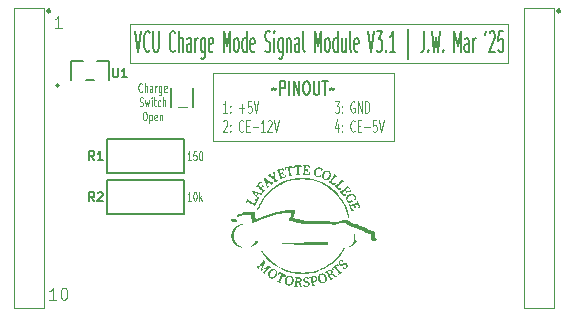
<source format=gbr>
%TF.GenerationSoftware,KiCad,Pcbnew,8.0.8*%
%TF.CreationDate,2025-03-02T21:09:30-05:00*%
%TF.ProjectId,VCU Charge Mode Signal Module V3.1,56435520-4368-4617-9267-65204d6f6465,rev?*%
%TF.SameCoordinates,Original*%
%TF.FileFunction,Legend,Top*%
%TF.FilePolarity,Positive*%
%FSLAX46Y46*%
G04 Gerber Fmt 4.6, Leading zero omitted, Abs format (unit mm)*
G04 Created by KiCad (PCBNEW 8.0.8) date 2025-03-02 21:09:30*
%MOMM*%
%LPD*%
G01*
G04 APERTURE LIST*
%ADD10C,0.000000*%
%ADD11C,0.075000*%
%ADD12C,0.100000*%
%ADD13C,0.150000*%
%ADD14C,0.125000*%
%ADD15C,0.152400*%
%ADD16C,0.076200*%
%ADD17C,0.254000*%
G04 APERTURE END LIST*
D10*
G36*
X44786808Y-34647063D02*
G01*
X44792316Y-34647856D01*
X44797434Y-34649089D01*
X44802180Y-34650738D01*
X44806572Y-34652782D01*
X44810628Y-34655198D01*
X44814366Y-34657962D01*
X44817804Y-34661053D01*
X44820958Y-34664448D01*
X44823847Y-34668124D01*
X44826489Y-34672059D01*
X44828902Y-34676230D01*
X44831103Y-34680615D01*
X44834939Y-34689935D01*
X44838142Y-34699838D01*
X44840853Y-34710144D01*
X44843213Y-34720671D01*
X44847452Y-34741670D01*
X44849614Y-34751781D01*
X44851995Y-34761390D01*
X44853779Y-34767309D01*
X44855887Y-34773476D01*
X44860534Y-34786351D01*
X44862802Y-34792954D01*
X44864854Y-34799600D01*
X44866554Y-34806236D01*
X44867229Y-34809534D01*
X44867766Y-34812810D01*
X44868147Y-34816058D01*
X44868355Y-34819271D01*
X44868374Y-34822443D01*
X44868187Y-34825567D01*
X44867776Y-34828638D01*
X44867124Y-34831647D01*
X44866216Y-34834590D01*
X44865034Y-34837459D01*
X44863560Y-34840248D01*
X44861779Y-34842951D01*
X44859673Y-34845560D01*
X44857225Y-34848071D01*
X44854418Y-34850475D01*
X44851236Y-34852768D01*
X44847662Y-34854941D01*
X44843678Y-34856989D01*
X44838355Y-34859327D01*
X44833272Y-34861200D01*
X44828421Y-34862627D01*
X44823794Y-34863626D01*
X44819382Y-34864216D01*
X44815176Y-34864416D01*
X44811167Y-34864244D01*
X44807349Y-34863718D01*
X44803711Y-34862856D01*
X44800245Y-34861678D01*
X44796943Y-34860201D01*
X44793797Y-34858445D01*
X44790797Y-34856427D01*
X44787936Y-34854166D01*
X44785204Y-34851680D01*
X44782594Y-34848988D01*
X44780096Y-34846109D01*
X44777703Y-34843060D01*
X44773195Y-34836529D01*
X44769003Y-34829542D01*
X44765057Y-34822247D01*
X44750381Y-34792940D01*
X44747681Y-34788147D01*
X44744917Y-34783720D01*
X44742090Y-34779649D01*
X44739201Y-34775923D01*
X44736252Y-34772531D01*
X44733244Y-34769462D01*
X44730178Y-34766704D01*
X44727055Y-34764247D01*
X44723878Y-34762080D01*
X44720646Y-34760192D01*
X44717362Y-34758572D01*
X44714027Y-34757208D01*
X44710642Y-34756091D01*
X44707208Y-34755209D01*
X44703727Y-34754550D01*
X44700200Y-34754105D01*
X44696628Y-34753861D01*
X44693013Y-34753809D01*
X44685657Y-34754233D01*
X44678144Y-34755290D01*
X44670482Y-34756891D01*
X44662684Y-34758949D01*
X44654758Y-34761376D01*
X44638568Y-34766985D01*
X44634047Y-34768732D01*
X44629804Y-34770592D01*
X44625833Y-34772563D01*
X44622125Y-34774642D01*
X44618675Y-34776825D01*
X44615474Y-34779110D01*
X44612517Y-34781494D01*
X44609796Y-34783973D01*
X44607303Y-34786544D01*
X44605033Y-34789205D01*
X44602977Y-34791952D01*
X44601130Y-34794781D01*
X44599483Y-34797691D01*
X44598030Y-34800678D01*
X44596763Y-34803739D01*
X44595677Y-34806870D01*
X44594763Y-34810069D01*
X44594014Y-34813333D01*
X44593425Y-34816658D01*
X44592987Y-34820042D01*
X44592538Y-34826972D01*
X44592610Y-34834099D01*
X44593149Y-34841399D01*
X44594097Y-34848845D01*
X44595398Y-34856415D01*
X44596996Y-34864083D01*
X44620369Y-34974718D01*
X44626786Y-35002196D01*
X44633900Y-35029414D01*
X44641944Y-35056279D01*
X44646388Y-35069550D01*
X44651152Y-35082699D01*
X44655292Y-35094659D01*
X44658869Y-35106938D01*
X44661953Y-35119496D01*
X44664616Y-35132293D01*
X44668961Y-35158445D01*
X44672472Y-35185075D01*
X44679262Y-35238501D01*
X44683678Y-35264659D01*
X44686389Y-35277461D01*
X44689531Y-35290025D01*
X44693173Y-35302310D01*
X44697389Y-35314278D01*
X44702247Y-35325889D01*
X44707820Y-35337103D01*
X44714178Y-35347880D01*
X44721392Y-35358180D01*
X44729534Y-35367964D01*
X44738674Y-35377192D01*
X44748883Y-35385824D01*
X44760232Y-35393820D01*
X44772792Y-35401141D01*
X44786635Y-35407746D01*
X44801831Y-35413597D01*
X44818451Y-35418653D01*
X44836566Y-35422875D01*
X44856247Y-35426223D01*
X44833416Y-35440779D01*
X44809447Y-35454187D01*
X44784584Y-35466411D01*
X44759072Y-35477413D01*
X44733153Y-35487159D01*
X44707072Y-35495612D01*
X44681072Y-35502736D01*
X44655397Y-35508495D01*
X44630290Y-35512854D01*
X44605996Y-35515776D01*
X44582757Y-35517224D01*
X44560819Y-35517164D01*
X44540423Y-35515560D01*
X44521815Y-35512374D01*
X44513257Y-35510177D01*
X44505237Y-35507571D01*
X44497786Y-35504552D01*
X44490934Y-35501116D01*
X44520104Y-35467016D01*
X44531786Y-35452666D01*
X44541640Y-35439634D01*
X44549744Y-35427560D01*
X44553165Y-35421770D01*
X44556178Y-35416085D01*
X44558795Y-35410460D01*
X44561023Y-35404849D01*
X44562875Y-35399207D01*
X44564359Y-35393490D01*
X44565485Y-35387653D01*
X44566264Y-35381650D01*
X44566705Y-35375436D01*
X44566818Y-35368966D01*
X44566614Y-35362196D01*
X44566103Y-35355081D01*
X44564196Y-35339632D01*
X44561178Y-35322261D01*
X44557129Y-35302606D01*
X44546256Y-35255006D01*
X44517030Y-35132660D01*
X44485718Y-35003288D01*
X44485132Y-35000132D01*
X44484632Y-34997163D01*
X44484205Y-34994372D01*
X44483840Y-34991751D01*
X44482729Y-34982799D01*
X44482476Y-34980900D01*
X44482207Y-34979120D01*
X44481910Y-34977451D01*
X44481571Y-34975883D01*
X44481178Y-34974409D01*
X44480718Y-34973019D01*
X44480178Y-34971705D01*
X44479546Y-34970459D01*
X44477077Y-34965653D01*
X44474917Y-34960634D01*
X44473033Y-34955424D01*
X44471391Y-34950048D01*
X44469958Y-34944528D01*
X44468701Y-34938887D01*
X44466581Y-34927335D01*
X44462976Y-34903802D01*
X44460958Y-34892190D01*
X44458440Y-34880927D01*
X44456910Y-34875485D01*
X44455154Y-34870199D01*
X44453140Y-34865093D01*
X44450834Y-34860191D01*
X44448202Y-34855514D01*
X44445211Y-34851087D01*
X44441828Y-34846932D01*
X44438019Y-34843072D01*
X44433751Y-34839532D01*
X44428990Y-34836333D01*
X44423704Y-34833498D01*
X44417858Y-34831052D01*
X44411419Y-34829017D01*
X44404354Y-34827416D01*
X44396629Y-34826272D01*
X44388211Y-34825609D01*
X44379650Y-34825381D01*
X44371565Y-34825522D01*
X44363944Y-34826024D01*
X44356775Y-34826879D01*
X44350044Y-34828077D01*
X44343740Y-34829612D01*
X44337850Y-34831473D01*
X44332362Y-34833652D01*
X44327263Y-34836141D01*
X44322541Y-34838931D01*
X44318183Y-34842014D01*
X44314177Y-34845380D01*
X44310510Y-34849022D01*
X44307170Y-34852930D01*
X44304145Y-34857096D01*
X44301422Y-34861512D01*
X44298988Y-34866169D01*
X44296832Y-34871058D01*
X44294940Y-34876171D01*
X44293301Y-34881500D01*
X44290729Y-34892767D01*
X44289016Y-34904792D01*
X44288064Y-34917506D01*
X44287772Y-34930840D01*
X44288041Y-34944725D01*
X44288771Y-34959093D01*
X44288851Y-34962309D01*
X44288686Y-34965472D01*
X44288285Y-34968573D01*
X44287659Y-34971603D01*
X44286819Y-34974556D01*
X44285775Y-34977421D01*
X44284537Y-34980192D01*
X44283115Y-34982859D01*
X44281521Y-34985415D01*
X44279763Y-34987850D01*
X44277854Y-34990158D01*
X44275802Y-34992330D01*
X44273619Y-34994357D01*
X44271314Y-34996231D01*
X44268899Y-34997944D01*
X44266382Y-34999487D01*
X44263776Y-35000853D01*
X44261090Y-35002033D01*
X44258334Y-35003019D01*
X44255519Y-35003802D01*
X44252655Y-35004374D01*
X44249753Y-35004728D01*
X44246822Y-35004854D01*
X44243874Y-35004744D01*
X44240919Y-35004391D01*
X44237966Y-35003786D01*
X44235027Y-35002920D01*
X44232111Y-35001786D01*
X44229229Y-35000375D01*
X44226392Y-34998678D01*
X44223609Y-34996688D01*
X44220892Y-34994397D01*
X44217053Y-34990699D01*
X44213487Y-34986867D01*
X44210182Y-34982905D01*
X44207125Y-34978820D01*
X44204307Y-34974619D01*
X44201714Y-34970306D01*
X44197161Y-34961373D01*
X44193372Y-34952069D01*
X44190256Y-34942443D01*
X44187721Y-34932543D01*
X44185672Y-34922418D01*
X44184018Y-34912116D01*
X44182666Y-34901687D01*
X44180498Y-34880637D01*
X44178427Y-34859658D01*
X44177195Y-34849316D01*
X44175710Y-34839137D01*
X44175215Y-34835562D01*
X44174907Y-34832089D01*
X44174781Y-34828718D01*
X44174834Y-34825447D01*
X44175059Y-34822277D01*
X44175452Y-34819205D01*
X44176009Y-34816232D01*
X44176724Y-34813357D01*
X44177592Y-34810578D01*
X44178608Y-34807895D01*
X44179769Y-34805307D01*
X44181068Y-34802814D01*
X44182501Y-34800414D01*
X44184063Y-34798106D01*
X44185749Y-34795891D01*
X44187555Y-34793766D01*
X44189475Y-34791732D01*
X44191504Y-34789787D01*
X44193638Y-34787931D01*
X44195872Y-34786162D01*
X44198201Y-34784481D01*
X44200620Y-34782886D01*
X44205708Y-34779950D01*
X44211098Y-34777350D01*
X44216751Y-34775078D01*
X44222627Y-34773128D01*
X44228689Y-34771494D01*
X44494024Y-34707225D01*
X44627017Y-34676646D01*
X44693694Y-34662280D01*
X44760531Y-34648734D01*
X44767773Y-34647544D01*
X44774555Y-34646884D01*
X44780894Y-34646731D01*
X44786808Y-34647063D01*
G37*
G36*
X43358981Y-35136189D02*
G01*
X43367344Y-35136778D01*
X43375705Y-35137751D01*
X43384060Y-35139111D01*
X43392406Y-35140859D01*
X43383849Y-35151714D01*
X43376042Y-35162639D01*
X43368955Y-35173630D01*
X43362560Y-35184687D01*
X43356829Y-35195806D01*
X43351732Y-35206987D01*
X43347241Y-35218225D01*
X43343327Y-35229520D01*
X43339961Y-35240869D01*
X43337114Y-35252269D01*
X43332864Y-35275217D01*
X43330346Y-35298345D01*
X43329329Y-35321637D01*
X43329583Y-35345074D01*
X43330878Y-35368639D01*
X43332983Y-35392313D01*
X43335669Y-35416081D01*
X43347604Y-35511724D01*
X43353712Y-35575551D01*
X43357037Y-35607082D01*
X43361066Y-35637993D01*
X43366192Y-35668009D01*
X43372810Y-35696855D01*
X43376800Y-35710755D01*
X43381311Y-35724259D01*
X43386391Y-35737334D01*
X43392090Y-35749945D01*
X43398456Y-35762058D01*
X43405539Y-35773639D01*
X43413388Y-35784654D01*
X43422052Y-35795068D01*
X43431580Y-35804846D01*
X43442021Y-35813956D01*
X43453425Y-35822362D01*
X43465840Y-35830030D01*
X43479317Y-35836926D01*
X43493903Y-35843015D01*
X43509648Y-35848264D01*
X43526601Y-35852638D01*
X43544812Y-35856102D01*
X43564330Y-35858623D01*
X43585203Y-35860167D01*
X43607480Y-35860698D01*
X43594268Y-35880102D01*
X43578737Y-35899143D01*
X43561157Y-35917665D01*
X43541801Y-35935512D01*
X43520939Y-35952529D01*
X43498843Y-35968561D01*
X43475783Y-35983451D01*
X43452031Y-35997046D01*
X43427857Y-36009189D01*
X43403534Y-36019725D01*
X43379332Y-36028498D01*
X43355522Y-36035353D01*
X43332375Y-36040135D01*
X43310163Y-36042688D01*
X43299492Y-36043080D01*
X43289156Y-36042857D01*
X43279189Y-36041999D01*
X43269626Y-36040487D01*
X43279450Y-36030548D01*
X43288216Y-36020739D01*
X43295960Y-36011052D01*
X43302717Y-36001483D01*
X43308524Y-35992026D01*
X43313415Y-35982675D01*
X43317426Y-35973425D01*
X43320593Y-35964269D01*
X43322951Y-35955202D01*
X43324535Y-35946219D01*
X43325382Y-35937314D01*
X43325527Y-35928480D01*
X43325005Y-35919713D01*
X43323852Y-35911006D01*
X43322104Y-35902355D01*
X43319795Y-35893752D01*
X43316962Y-35885193D01*
X43313640Y-35876673D01*
X43309864Y-35868184D01*
X43305671Y-35859722D01*
X43296173Y-35842854D01*
X43285430Y-35826025D01*
X43273727Y-35809188D01*
X43261347Y-35792297D01*
X43235696Y-35758176D01*
X43206071Y-35738998D01*
X43177128Y-35718918D01*
X43120604Y-35677228D01*
X43064756Y-35635459D01*
X43036659Y-35615281D01*
X43008219Y-35595966D01*
X42979263Y-35577809D01*
X42949623Y-35561105D01*
X42919126Y-35546147D01*
X42887603Y-35533230D01*
X42871402Y-35527628D01*
X42854881Y-35522647D01*
X42838017Y-35518324D01*
X42820790Y-35514695D01*
X42803178Y-35511797D01*
X42785159Y-35509666D01*
X42766713Y-35508340D01*
X42747818Y-35507856D01*
X42754178Y-35497330D01*
X42761316Y-35486832D01*
X42769174Y-35476392D01*
X42777696Y-35466040D01*
X42786823Y-35455807D01*
X42796498Y-35445722D01*
X42817259Y-35426121D01*
X42839518Y-35407479D01*
X42862814Y-35390038D01*
X42886685Y-35374041D01*
X42910669Y-35359730D01*
X42934304Y-35347346D01*
X42957130Y-35337133D01*
X42978684Y-35329333D01*
X42988840Y-35326414D01*
X42998505Y-35324188D01*
X43007622Y-35322687D01*
X43016132Y-35321941D01*
X43023978Y-35321979D01*
X43031102Y-35322833D01*
X43037446Y-35324532D01*
X43042954Y-35327107D01*
X43047567Y-35330588D01*
X43051227Y-35335005D01*
X43052769Y-35338757D01*
X43053832Y-35342349D01*
X43054448Y-35345792D01*
X43054648Y-35349095D01*
X43054464Y-35352269D01*
X43053927Y-35355325D01*
X43053069Y-35358273D01*
X43051921Y-35361124D01*
X43050515Y-35363888D01*
X43048882Y-35366575D01*
X43047054Y-35369197D01*
X43045063Y-35371763D01*
X43040716Y-35376772D01*
X43036093Y-35381685D01*
X43031447Y-35386586D01*
X43027030Y-35391559D01*
X43024986Y-35394099D01*
X43023094Y-35396688D01*
X43021386Y-35399337D01*
X43019892Y-35402056D01*
X43018645Y-35404856D01*
X43017677Y-35407748D01*
X43017017Y-35410742D01*
X43016699Y-35413848D01*
X43016754Y-35417076D01*
X43017212Y-35420438D01*
X43018107Y-35423944D01*
X43019469Y-35427604D01*
X43058230Y-35461316D01*
X43075425Y-35475775D01*
X43091405Y-35488785D01*
X43106351Y-35500458D01*
X43120446Y-35510907D01*
X43133869Y-35520244D01*
X43146803Y-35528580D01*
X43159430Y-35536029D01*
X43171929Y-35542703D01*
X43184484Y-35548712D01*
X43197274Y-35554171D01*
X43210483Y-35559190D01*
X43224290Y-35563882D01*
X43238879Y-35568360D01*
X43254429Y-35572735D01*
X43258763Y-35542530D01*
X43261832Y-35514537D01*
X43262873Y-35501318D01*
X43263574Y-35488590D01*
X43263928Y-35476333D01*
X43263927Y-35464526D01*
X43263563Y-35453148D01*
X43262828Y-35442179D01*
X43261715Y-35431599D01*
X43260216Y-35421387D01*
X43258323Y-35411521D01*
X43256029Y-35401983D01*
X43253324Y-35392751D01*
X43250203Y-35383804D01*
X43246657Y-35375123D01*
X43242678Y-35366686D01*
X43238258Y-35358474D01*
X43233390Y-35350465D01*
X43228066Y-35342638D01*
X43222278Y-35334975D01*
X43216018Y-35327453D01*
X43209279Y-35320053D01*
X43202053Y-35312753D01*
X43194332Y-35305534D01*
X43186108Y-35298374D01*
X43177374Y-35291254D01*
X43168122Y-35284152D01*
X43158343Y-35277048D01*
X43137177Y-35262753D01*
X43151459Y-35245271D01*
X43166086Y-35228989D01*
X43181032Y-35213932D01*
X43196271Y-35200125D01*
X43211777Y-35187591D01*
X43227522Y-35176356D01*
X43243482Y-35166445D01*
X43259630Y-35157881D01*
X43275938Y-35150690D01*
X43292382Y-35144897D01*
X43308934Y-35140525D01*
X43317243Y-35138880D01*
X43325569Y-35137600D01*
X43333909Y-35136688D01*
X43342260Y-35136147D01*
X43350618Y-35135979D01*
X43358981Y-35136189D01*
G37*
G36*
X49852825Y-36997788D02*
G01*
X49870716Y-36998886D01*
X49888327Y-37000733D01*
X49905651Y-37003318D01*
X49922679Y-37006631D01*
X49939404Y-37010662D01*
X49955817Y-37015401D01*
X49971911Y-37020838D01*
X49987678Y-37026963D01*
X50003110Y-37033765D01*
X50018199Y-37041235D01*
X50032938Y-37049362D01*
X50047317Y-37058137D01*
X50061330Y-37067548D01*
X50074968Y-37077587D01*
X50088223Y-37088243D01*
X50101088Y-37099505D01*
X50113555Y-37111364D01*
X50125615Y-37123809D01*
X50137261Y-37136831D01*
X50148485Y-37150419D01*
X50159279Y-37164563D01*
X50179546Y-37194480D01*
X50197997Y-37226499D01*
X50214569Y-37260541D01*
X50229200Y-37296525D01*
X50241825Y-37334368D01*
X50244316Y-37343174D01*
X50246431Y-37351697D01*
X50248176Y-37359946D01*
X50249553Y-37367927D01*
X50250568Y-37375648D01*
X50251224Y-37383115D01*
X50251526Y-37390336D01*
X50251478Y-37397318D01*
X50251085Y-37404068D01*
X50250349Y-37410593D01*
X50249276Y-37416900D01*
X50247870Y-37422997D01*
X50246135Y-37428890D01*
X50244075Y-37434587D01*
X50241695Y-37440094D01*
X50238998Y-37445420D01*
X50235989Y-37450570D01*
X50232671Y-37455553D01*
X50229050Y-37460375D01*
X50225129Y-37465044D01*
X50220913Y-37469566D01*
X50216406Y-37473949D01*
X50211611Y-37478200D01*
X50206534Y-37482326D01*
X50201178Y-37486334D01*
X50195548Y-37490231D01*
X50183480Y-37497722D01*
X50170366Y-37504855D01*
X50156237Y-37511689D01*
X50145010Y-37516830D01*
X50139437Y-37519269D01*
X50133898Y-37521517D01*
X50128400Y-37523497D01*
X50122947Y-37525135D01*
X50120239Y-37525801D01*
X50117546Y-37526352D01*
X50114866Y-37526779D01*
X50112201Y-37527072D01*
X50109552Y-37527222D01*
X50106920Y-37527219D01*
X50104305Y-37527053D01*
X50101707Y-37526715D01*
X50099128Y-37526196D01*
X50096569Y-37525485D01*
X50094029Y-37524573D01*
X50091510Y-37523451D01*
X50089013Y-37522109D01*
X50086538Y-37520538D01*
X50084085Y-37518727D01*
X50081656Y-37516668D01*
X50079251Y-37514350D01*
X50076872Y-37511764D01*
X50074518Y-37508901D01*
X50072190Y-37505751D01*
X50070034Y-37502515D01*
X50068134Y-37499321D01*
X50066482Y-37496170D01*
X50065071Y-37493060D01*
X50063895Y-37489994D01*
X50062945Y-37486970D01*
X50062216Y-37483990D01*
X50061699Y-37481053D01*
X50061388Y-37478160D01*
X50061275Y-37475312D01*
X50061354Y-37472508D01*
X50061617Y-37469749D01*
X50062058Y-37467035D01*
X50062668Y-37464366D01*
X50063441Y-37461743D01*
X50064371Y-37459166D01*
X50065448Y-37456636D01*
X50066668Y-37454152D01*
X50068022Y-37451714D01*
X50069503Y-37449325D01*
X50071105Y-37446982D01*
X50072820Y-37444687D01*
X50074640Y-37442441D01*
X50076560Y-37440243D01*
X50078571Y-37438093D01*
X50080667Y-37435993D01*
X50085085Y-37431940D01*
X50089756Y-37428087D01*
X50094622Y-37424435D01*
X50101534Y-37419241D01*
X50107848Y-37414018D01*
X50113582Y-37408766D01*
X50118755Y-37403486D01*
X50123382Y-37398180D01*
X50127482Y-37392848D01*
X50131072Y-37387492D01*
X50134168Y-37382112D01*
X50136789Y-37376710D01*
X50138951Y-37371287D01*
X50140673Y-37365844D01*
X50141971Y-37360382D01*
X50142862Y-37354902D01*
X50143364Y-37349405D01*
X50143495Y-37343892D01*
X50143271Y-37338365D01*
X50142710Y-37332823D01*
X50141829Y-37327270D01*
X50140645Y-37321704D01*
X50139177Y-37316128D01*
X50135453Y-37304949D01*
X50130797Y-37293741D01*
X50125346Y-37282512D01*
X50119240Y-37271272D01*
X50112616Y-37260028D01*
X50105614Y-37248789D01*
X50093572Y-37231092D01*
X50080839Y-37214769D01*
X50067434Y-37199832D01*
X50053374Y-37186293D01*
X50038674Y-37174164D01*
X50023354Y-37163458D01*
X50007428Y-37154186D01*
X49990916Y-37146360D01*
X49973834Y-37139994D01*
X49956199Y-37135099D01*
X49938028Y-37131687D01*
X49919339Y-37129770D01*
X49900148Y-37129361D01*
X49880473Y-37130471D01*
X49860330Y-37133113D01*
X49839738Y-37137300D01*
X49814774Y-37143644D01*
X49790207Y-37150733D01*
X49766085Y-37158641D01*
X49742458Y-37167441D01*
X49719375Y-37177207D01*
X49696885Y-37188011D01*
X49675036Y-37199927D01*
X49653877Y-37213028D01*
X49633458Y-37227388D01*
X49613827Y-37243080D01*
X49604323Y-37251448D01*
X49595034Y-37260177D01*
X49585967Y-37269276D01*
X49577127Y-37278753D01*
X49568522Y-37288618D01*
X49560156Y-37298880D01*
X49552036Y-37309549D01*
X49544168Y-37320633D01*
X49536559Y-37332142D01*
X49529214Y-37344085D01*
X49522140Y-37356470D01*
X49515342Y-37369308D01*
X49509627Y-37384957D01*
X49504990Y-37400335D01*
X49501393Y-37415454D01*
X49498801Y-37430330D01*
X49497176Y-37444974D01*
X49496483Y-37459402D01*
X49496685Y-37473626D01*
X49497746Y-37487661D01*
X49499629Y-37501520D01*
X49502298Y-37515217D01*
X49505716Y-37528765D01*
X49509847Y-37542179D01*
X49514655Y-37555472D01*
X49520103Y-37568657D01*
X49526155Y-37581749D01*
X49532774Y-37594761D01*
X49539884Y-37607383D01*
X49547141Y-37618679D01*
X49554599Y-37628658D01*
X49558421Y-37633156D01*
X49562314Y-37637328D01*
X49566285Y-37641174D01*
X49570340Y-37644696D01*
X49574487Y-37647894D01*
X49578732Y-37650770D01*
X49583083Y-37653325D01*
X49587546Y-37655559D01*
X49592128Y-37657474D01*
X49596837Y-37659070D01*
X49601677Y-37660349D01*
X49606658Y-37661311D01*
X49611785Y-37661957D01*
X49617066Y-37662290D01*
X49622507Y-37662308D01*
X49628115Y-37662014D01*
X49633897Y-37661408D01*
X49639860Y-37660492D01*
X49646011Y-37659266D01*
X49652357Y-37657732D01*
X49665659Y-37653741D01*
X49679823Y-37648527D01*
X49694903Y-37642098D01*
X49703443Y-37638032D01*
X49711426Y-37633815D01*
X49718866Y-37629443D01*
X49725783Y-37624914D01*
X49732192Y-37620224D01*
X49738112Y-37615372D01*
X49743560Y-37610353D01*
X49748552Y-37605166D01*
X49753106Y-37599807D01*
X49757240Y-37594274D01*
X49760969Y-37588564D01*
X49764313Y-37582673D01*
X49767287Y-37576601D01*
X49769910Y-37570342D01*
X49772197Y-37563895D01*
X49774168Y-37557258D01*
X49777225Y-37543397D01*
X49779219Y-37528738D01*
X49780287Y-37513259D01*
X49780568Y-37496936D01*
X49780199Y-37479747D01*
X49779318Y-37461670D01*
X49776571Y-37422762D01*
X49797168Y-37440187D01*
X49816094Y-37457795D01*
X49833485Y-37475629D01*
X49849475Y-37493734D01*
X49864198Y-37512155D01*
X49877790Y-37530937D01*
X49890385Y-37550123D01*
X49902118Y-37569759D01*
X49913124Y-37589890D01*
X49923536Y-37610559D01*
X49933490Y-37631812D01*
X49943121Y-37653693D01*
X49961951Y-37699518D01*
X49981103Y-37748390D01*
X49970002Y-37742733D01*
X49959205Y-37737751D01*
X49948703Y-37733418D01*
X49938484Y-37729711D01*
X49928539Y-37726604D01*
X49918857Y-37724073D01*
X49909427Y-37722094D01*
X49900240Y-37720642D01*
X49891284Y-37719692D01*
X49882550Y-37719221D01*
X49874026Y-37719203D01*
X49865702Y-37719615D01*
X49857568Y-37720431D01*
X49849614Y-37721627D01*
X49841828Y-37723179D01*
X49834201Y-37725063D01*
X49826722Y-37727253D01*
X49819381Y-37729725D01*
X49805069Y-37735418D01*
X49791182Y-37741946D01*
X49777637Y-37749113D01*
X49764349Y-37756723D01*
X49751236Y-37764581D01*
X49725197Y-37780252D01*
X49710714Y-37788417D01*
X49703528Y-37792145D01*
X49696352Y-37795572D01*
X49689164Y-37798646D01*
X49681945Y-37801320D01*
X49674673Y-37803542D01*
X49667329Y-37805263D01*
X49659892Y-37806434D01*
X49652340Y-37807005D01*
X49648516Y-37807050D01*
X49644654Y-37806926D01*
X49640755Y-37806627D01*
X49636814Y-37806147D01*
X49632829Y-37805480D01*
X49628797Y-37804619D01*
X49624717Y-37803558D01*
X49620585Y-37802292D01*
X49616398Y-37800813D01*
X49612155Y-37799116D01*
X49607853Y-37797194D01*
X49603488Y-37795042D01*
X49590411Y-37787780D01*
X49577565Y-37779642D01*
X49564971Y-37770668D01*
X49552647Y-37760901D01*
X49528891Y-37739154D01*
X49506454Y-37714735D01*
X49485494Y-37687979D01*
X49466168Y-37659221D01*
X49448634Y-37628795D01*
X49433048Y-37597035D01*
X49419569Y-37564276D01*
X49408353Y-37530853D01*
X49399559Y-37497100D01*
X49393342Y-37463352D01*
X49389860Y-37429942D01*
X49389272Y-37397207D01*
X49390112Y-37381196D01*
X49391734Y-37365480D01*
X49394157Y-37350098D01*
X49397403Y-37335095D01*
X49402332Y-37316920D01*
X49408031Y-37299078D01*
X49414480Y-37281584D01*
X49421658Y-37264455D01*
X49429544Y-37247705D01*
X49438117Y-37231352D01*
X49457243Y-37199897D01*
X49478872Y-37170218D01*
X49502837Y-37142442D01*
X49528974Y-37116698D01*
X49557118Y-37093112D01*
X49587102Y-37071812D01*
X49618762Y-37052927D01*
X49651933Y-37036582D01*
X49686449Y-37022907D01*
X49722146Y-37012029D01*
X49740385Y-37007678D01*
X49758857Y-37004074D01*
X49777541Y-37001234D01*
X49796418Y-36999172D01*
X49815465Y-36997905D01*
X49834663Y-36997449D01*
X49852825Y-36997788D01*
G37*
G36*
X45642303Y-44308760D02*
G01*
X45640847Y-44319782D01*
X45638747Y-44330780D01*
X45636004Y-44341728D01*
X45632618Y-44352601D01*
X45628589Y-44363372D01*
X45623918Y-44374016D01*
X45618605Y-44384507D01*
X45612649Y-44394818D01*
X45606052Y-44404924D01*
X45598812Y-44414798D01*
X45590931Y-44424416D01*
X45582409Y-44433750D01*
X45573245Y-44442775D01*
X45563704Y-44451367D01*
X45553812Y-44459719D01*
X45543558Y-44467956D01*
X45532929Y-44476202D01*
X45510504Y-44493218D01*
X45498685Y-44502235D01*
X45486447Y-44511759D01*
X45496365Y-44521601D01*
X45505309Y-44531890D01*
X45513353Y-44542590D01*
X45520573Y-44553666D01*
X45527041Y-44565083D01*
X45532833Y-44576803D01*
X45538023Y-44588793D01*
X45542685Y-44601015D01*
X45550723Y-44626015D01*
X45557541Y-44651519D01*
X45569894Y-44702892D01*
X45576618Y-44728189D01*
X45584500Y-44752846D01*
X45589061Y-44764846D01*
X45594134Y-44776578D01*
X45599794Y-44788006D01*
X45606114Y-44799097D01*
X45613170Y-44809812D01*
X45621036Y-44820118D01*
X45629785Y-44829978D01*
X45639492Y-44839356D01*
X45650232Y-44848216D01*
X45662078Y-44856524D01*
X45675105Y-44864243D01*
X45689388Y-44871337D01*
X45678728Y-44877924D01*
X45668239Y-44883949D01*
X45657927Y-44889416D01*
X45647796Y-44894327D01*
X45637850Y-44898685D01*
X45628095Y-44902493D01*
X45618536Y-44905752D01*
X45609177Y-44908465D01*
X45600022Y-44910636D01*
X45591077Y-44912266D01*
X45582347Y-44913358D01*
X45573835Y-44913915D01*
X45565548Y-44913940D01*
X45557489Y-44913434D01*
X45549664Y-44912401D01*
X45542076Y-44910843D01*
X45534732Y-44908763D01*
X45527635Y-44906162D01*
X45520791Y-44903045D01*
X45514204Y-44899413D01*
X45507879Y-44895268D01*
X45501820Y-44890615D01*
X45496033Y-44885454D01*
X45490523Y-44879789D01*
X45485293Y-44873623D01*
X45480349Y-44866957D01*
X45475695Y-44859794D01*
X45471337Y-44852138D01*
X45467278Y-44843990D01*
X45463524Y-44835353D01*
X45460080Y-44826230D01*
X45456950Y-44816623D01*
X45405232Y-44598119D01*
X45403561Y-44593059D01*
X45401705Y-44588163D01*
X45399670Y-44583431D01*
X45397460Y-44578863D01*
X45395080Y-44574460D01*
X45392536Y-44570221D01*
X45389831Y-44566148D01*
X45386972Y-44562239D01*
X45383963Y-44558497D01*
X45380809Y-44554920D01*
X45377514Y-44551509D01*
X45374085Y-44548264D01*
X45370525Y-44545186D01*
X45366840Y-44542275D01*
X45359114Y-44536953D01*
X45350946Y-44532301D01*
X45342375Y-44528321D01*
X45333442Y-44525014D01*
X45324185Y-44522382D01*
X45314645Y-44520428D01*
X45304860Y-44519154D01*
X45294871Y-44518560D01*
X45284716Y-44518650D01*
X45278853Y-44519070D01*
X45273471Y-44519804D01*
X45268548Y-44520839D01*
X45264064Y-44522160D01*
X45259996Y-44523754D01*
X45256325Y-44525607D01*
X45253029Y-44527705D01*
X45250086Y-44530035D01*
X45247476Y-44532582D01*
X45245177Y-44535332D01*
X45243169Y-44538272D01*
X45241430Y-44541388D01*
X45239938Y-44544667D01*
X45238674Y-44548093D01*
X45237615Y-44551654D01*
X45236740Y-44555335D01*
X45235460Y-44563003D01*
X45234663Y-44570988D01*
X45233844Y-44587462D01*
X45233483Y-44595730D01*
X45232929Y-44603871D01*
X45232012Y-44611774D01*
X45230563Y-44619329D01*
X45226596Y-44636742D01*
X45223264Y-44653925D01*
X45220754Y-44670832D01*
X45219250Y-44687419D01*
X45218933Y-44695580D01*
X45218937Y-44703644D01*
X45219285Y-44711606D01*
X45220000Y-44719462D01*
X45221106Y-44727204D01*
X45222625Y-44734828D01*
X45224580Y-44742329D01*
X45226995Y-44749700D01*
X45229894Y-44756936D01*
X45233298Y-44764033D01*
X45237231Y-44770983D01*
X45241716Y-44777783D01*
X45246777Y-44784425D01*
X45252437Y-44790906D01*
X45258718Y-44797219D01*
X45265643Y-44803358D01*
X45273237Y-44809319D01*
X45281522Y-44815096D01*
X45290521Y-44820684D01*
X45300257Y-44826076D01*
X45310753Y-44831268D01*
X45322034Y-44836253D01*
X45334120Y-44841027D01*
X45347037Y-44845584D01*
X45336192Y-44850132D01*
X45325496Y-44854181D01*
X45314946Y-44857756D01*
X45304533Y-44860881D01*
X45284101Y-44865886D01*
X45264152Y-44869399D01*
X45244640Y-44871621D01*
X45225517Y-44872755D01*
X45206738Y-44873004D01*
X45188254Y-44872569D01*
X45116342Y-44868042D01*
X45098636Y-44867225D01*
X45080944Y-44866938D01*
X45063219Y-44867384D01*
X45045416Y-44868766D01*
X45030378Y-44866163D01*
X45023215Y-44864820D01*
X45016353Y-44863340D01*
X45009838Y-44861642D01*
X45006726Y-44860686D01*
X45003719Y-44859644D01*
X45000822Y-44858506D01*
X44998042Y-44857263D01*
X44995384Y-44855904D01*
X44992855Y-44854419D01*
X44990461Y-44852798D01*
X44988207Y-44851030D01*
X44986099Y-44849105D01*
X44984143Y-44847014D01*
X44982345Y-44844745D01*
X44980712Y-44842288D01*
X44979248Y-44839634D01*
X44977960Y-44836773D01*
X44976854Y-44833693D01*
X44975936Y-44830385D01*
X44975212Y-44826838D01*
X44974687Y-44823043D01*
X44974368Y-44818988D01*
X44974261Y-44814665D01*
X44974370Y-44810062D01*
X44974703Y-44805170D01*
X44982952Y-44803852D01*
X44990740Y-44802224D01*
X44998083Y-44800292D01*
X45004997Y-44798065D01*
X45011496Y-44795549D01*
X45017595Y-44792753D01*
X45023311Y-44789685D01*
X45028659Y-44786351D01*
X45033653Y-44782759D01*
X45038309Y-44778917D01*
X45042642Y-44774832D01*
X45046667Y-44770512D01*
X45050401Y-44765965D01*
X45053857Y-44761197D01*
X45057052Y-44756217D01*
X45060000Y-44751033D01*
X45065219Y-44740079D01*
X45069635Y-44728397D01*
X45073371Y-44716047D01*
X45076550Y-44703089D01*
X45079292Y-44689584D01*
X45081722Y-44675593D01*
X45086129Y-44646392D01*
X45088732Y-44626364D01*
X45090767Y-44606323D01*
X45093475Y-44566222D01*
X45094927Y-44526124D01*
X45095799Y-44486066D01*
X45096766Y-44446083D01*
X45098504Y-44406213D01*
X45099873Y-44386332D01*
X45101688Y-44366492D01*
X45104033Y-44346698D01*
X45106993Y-44326954D01*
X45107172Y-44325923D01*
X45241287Y-44325923D01*
X45242039Y-44339851D01*
X45243704Y-44353535D01*
X45246348Y-44366912D01*
X45250036Y-44379917D01*
X45252291Y-44386260D01*
X45254833Y-44392486D01*
X45257668Y-44398587D01*
X45260805Y-44404555D01*
X45263781Y-44409428D01*
X45267034Y-44413894D01*
X45270548Y-44417966D01*
X45274310Y-44421655D01*
X45278306Y-44424972D01*
X45282522Y-44427930D01*
X45286943Y-44430538D01*
X45291556Y-44432810D01*
X45296346Y-44434755D01*
X45301300Y-44436386D01*
X45306403Y-44437714D01*
X45311641Y-44438751D01*
X45317001Y-44439507D01*
X45322467Y-44439994D01*
X45333664Y-44440209D01*
X45345120Y-44439486D01*
X45356722Y-44437916D01*
X45368358Y-44435592D01*
X45379914Y-44432604D01*
X45391278Y-44429043D01*
X45402337Y-44425002D01*
X45412978Y-44420572D01*
X45423089Y-44415844D01*
X45435000Y-44409433D01*
X45446041Y-44402403D01*
X45456185Y-44394771D01*
X45465403Y-44386551D01*
X45469657Y-44382225D01*
X45473669Y-44377760D01*
X45477435Y-44373155D01*
X45480953Y-44368414D01*
X45484219Y-44363538D01*
X45487229Y-44358529D01*
X45489980Y-44353389D01*
X45492468Y-44348121D01*
X45494691Y-44342726D01*
X45496643Y-44337206D01*
X45498322Y-44331564D01*
X45499725Y-44325800D01*
X45500848Y-44319918D01*
X45501687Y-44313920D01*
X45502240Y-44307807D01*
X45502501Y-44301581D01*
X45502469Y-44295244D01*
X45502139Y-44288799D01*
X45501508Y-44282247D01*
X45500573Y-44275590D01*
X45499330Y-44268830D01*
X45497776Y-44261970D01*
X45495906Y-44255012D01*
X45493718Y-44247956D01*
X45491401Y-44241487D01*
X45488801Y-44235238D01*
X45485918Y-44229211D01*
X45482754Y-44223412D01*
X45479311Y-44217842D01*
X45475590Y-44212506D01*
X45471592Y-44207406D01*
X45467319Y-44202546D01*
X45462773Y-44197930D01*
X45457953Y-44193561D01*
X45452863Y-44189442D01*
X45447503Y-44185577D01*
X45441874Y-44181969D01*
X45435979Y-44178621D01*
X45429818Y-44175537D01*
X45423393Y-44172720D01*
X45411139Y-44170039D01*
X45398936Y-44167122D01*
X45374938Y-44161190D01*
X45363273Y-44158483D01*
X45351916Y-44156153D01*
X45340933Y-44154354D01*
X45330389Y-44153238D01*
X45325301Y-44152985D01*
X45320347Y-44152960D01*
X45315534Y-44153183D01*
X45310872Y-44153673D01*
X45306368Y-44154450D01*
X45302030Y-44155531D01*
X45297866Y-44156937D01*
X45293884Y-44158686D01*
X45290093Y-44160799D01*
X45286500Y-44163293D01*
X45283114Y-44166189D01*
X45279942Y-44169505D01*
X45276993Y-44173260D01*
X45274275Y-44177475D01*
X45271796Y-44182167D01*
X45269563Y-44187356D01*
X45264790Y-44200193D01*
X45260274Y-44213427D01*
X45256081Y-44226995D01*
X45252277Y-44240832D01*
X45248927Y-44254875D01*
X45246097Y-44269059D01*
X45243853Y-44283319D01*
X45242259Y-44297593D01*
X45241382Y-44311816D01*
X45241287Y-44325923D01*
X45107172Y-44325923D01*
X45113155Y-44291407D01*
X45116032Y-44273906D01*
X45118467Y-44256700D01*
X45120228Y-44239871D01*
X45121087Y-44223504D01*
X45121105Y-44215520D01*
X45120812Y-44207683D01*
X45120177Y-44200003D01*
X45119173Y-44192490D01*
X45117771Y-44185156D01*
X45115941Y-44178011D01*
X45113655Y-44171065D01*
X45110885Y-44164329D01*
X45107601Y-44157812D01*
X45103775Y-44151527D01*
X45099378Y-44145482D01*
X45094381Y-44139690D01*
X45088755Y-44134159D01*
X45082472Y-44128900D01*
X45075503Y-44123925D01*
X45067819Y-44119244D01*
X45059391Y-44114866D01*
X45050191Y-44110803D01*
X45040190Y-44107064D01*
X45029358Y-44103661D01*
X45029016Y-44100904D01*
X45028761Y-44098217D01*
X45028593Y-44095599D01*
X45028508Y-44093052D01*
X45028504Y-44090579D01*
X45028579Y-44088179D01*
X45028730Y-44085855D01*
X45028955Y-44083608D01*
X45029253Y-44081439D01*
X45029619Y-44079350D01*
X45030052Y-44077342D01*
X45030551Y-44075415D01*
X45031111Y-44073573D01*
X45031731Y-44071816D01*
X45032409Y-44070144D01*
X45033142Y-44068561D01*
X45033927Y-44067067D01*
X45034764Y-44065663D01*
X45035648Y-44064351D01*
X45036578Y-44063132D01*
X45037551Y-44062008D01*
X45038565Y-44060979D01*
X45039618Y-44060048D01*
X45040707Y-44059215D01*
X45041830Y-44058482D01*
X45042984Y-44057850D01*
X45044168Y-44057322D01*
X45045378Y-44056897D01*
X45046613Y-44056577D01*
X45047869Y-44056364D01*
X45049146Y-44056259D01*
X45050440Y-44056264D01*
X45113778Y-44058046D01*
X45177417Y-44058686D01*
X45241036Y-44059806D01*
X45272737Y-44061054D01*
X45304311Y-44063029D01*
X45335719Y-44065936D01*
X45366921Y-44069977D01*
X45397876Y-44075354D01*
X45428543Y-44082271D01*
X45458883Y-44090930D01*
X45488854Y-44101534D01*
X45518418Y-44114285D01*
X45547533Y-44129388D01*
X45558331Y-44135926D01*
X45568483Y-44142934D01*
X45577988Y-44150385D01*
X45586847Y-44158254D01*
X45595059Y-44166515D01*
X45602626Y-44175142D01*
X45609547Y-44184108D01*
X45615823Y-44193389D01*
X45621454Y-44202957D01*
X45626439Y-44212787D01*
X45630779Y-44222853D01*
X45634475Y-44233129D01*
X45637526Y-44243589D01*
X45639932Y-44254207D01*
X45641694Y-44264957D01*
X45642812Y-44275813D01*
X45643286Y-44286750D01*
X45643116Y-44297741D01*
X45642833Y-44301581D01*
X45642303Y-44308760D01*
G37*
G36*
X45504828Y-34570049D02*
G01*
X45517369Y-34570845D01*
X45529151Y-34572145D01*
X45540180Y-34573956D01*
X45550460Y-34576287D01*
X45559999Y-34579143D01*
X45568800Y-34582534D01*
X45576871Y-34586466D01*
X45584216Y-34590946D01*
X45590841Y-34595983D01*
X45596752Y-34601584D01*
X45601955Y-34607755D01*
X45606454Y-34614506D01*
X45610257Y-34621843D01*
X45613367Y-34629773D01*
X45615792Y-34638305D01*
X45617536Y-34647445D01*
X45618605Y-34657201D01*
X45619005Y-34667580D01*
X45618741Y-34678591D01*
X45617819Y-34690241D01*
X45616245Y-34702536D01*
X45614025Y-34715484D01*
X45611163Y-34729094D01*
X45603538Y-34758326D01*
X45593417Y-34790292D01*
X45587492Y-34791467D01*
X45581916Y-34792251D01*
X45576674Y-34792660D01*
X45571754Y-34792709D01*
X45567143Y-34792415D01*
X45562828Y-34791794D01*
X45558796Y-34790860D01*
X45555034Y-34789631D01*
X45551529Y-34788122D01*
X45548268Y-34786349D01*
X45545238Y-34784327D01*
X45542426Y-34782074D01*
X45539819Y-34779604D01*
X45537404Y-34776933D01*
X45535169Y-34774078D01*
X45533100Y-34771055D01*
X45531184Y-34767878D01*
X45529408Y-34764565D01*
X45526225Y-34757591D01*
X45523447Y-34750261D01*
X45520971Y-34742700D01*
X45516506Y-34727400D01*
X45514311Y-34719914D01*
X45512002Y-34712706D01*
X45509290Y-34705269D01*
X45506397Y-34698349D01*
X45503298Y-34691960D01*
X45499971Y-34686118D01*
X45498215Y-34683406D01*
X45496393Y-34680837D01*
X45494502Y-34678411D01*
X45492539Y-34676132D01*
X45490501Y-34674000D01*
X45488385Y-34672018D01*
X45486189Y-34670187D01*
X45483910Y-34668509D01*
X45481544Y-34666987D01*
X45479089Y-34665621D01*
X45476541Y-34664415D01*
X45473898Y-34663369D01*
X45471157Y-34662486D01*
X45468315Y-34661767D01*
X45465369Y-34661214D01*
X45462315Y-34660829D01*
X45459152Y-34660615D01*
X45455876Y-34660572D01*
X45452484Y-34660703D01*
X45448974Y-34661009D01*
X45445341Y-34661492D01*
X45441585Y-34662155D01*
X45437700Y-34662999D01*
X45433685Y-34664026D01*
X45406444Y-34671055D01*
X45399527Y-34673070D01*
X45392772Y-34675309D01*
X45389488Y-34676530D01*
X45386282Y-34677830D01*
X45383167Y-34679215D01*
X45380157Y-34680694D01*
X45377264Y-34682273D01*
X45374501Y-34683961D01*
X45371881Y-34685764D01*
X45369416Y-34687690D01*
X45367119Y-34689747D01*
X45365003Y-34691942D01*
X45363081Y-34694283D01*
X45361365Y-34696777D01*
X45359869Y-34699431D01*
X45358605Y-34702253D01*
X45357585Y-34705251D01*
X45356824Y-34708432D01*
X45356332Y-34711804D01*
X45356124Y-34715373D01*
X45356211Y-34719148D01*
X45356607Y-34723137D01*
X45360711Y-34763848D01*
X45362509Y-34805135D01*
X45362638Y-34846846D01*
X45361730Y-34888830D01*
X45359350Y-34973011D01*
X45359146Y-35014907D01*
X45360448Y-35056471D01*
X45363889Y-35097553D01*
X45370104Y-35138001D01*
X45374451Y-35157940D01*
X45379729Y-35177665D01*
X45386019Y-35197155D01*
X45393399Y-35216393D01*
X45401949Y-35235358D01*
X45411748Y-35254034D01*
X45422876Y-35272399D01*
X45435412Y-35290437D01*
X45449435Y-35308127D01*
X45465025Y-35325451D01*
X45482261Y-35342390D01*
X45501223Y-35358925D01*
X45492838Y-35364023D01*
X45483775Y-35368844D01*
X45463808Y-35377639D01*
X45441713Y-35385277D01*
X45417882Y-35391720D01*
X45392708Y-35396934D01*
X45366582Y-35400883D01*
X45339896Y-35403532D01*
X45313041Y-35404845D01*
X45286411Y-35404786D01*
X45260395Y-35403321D01*
X45235387Y-35400413D01*
X45211779Y-35396027D01*
X45189961Y-35390128D01*
X45179846Y-35386600D01*
X45170326Y-35382680D01*
X45161450Y-35378363D01*
X45153267Y-35373647D01*
X45145825Y-35368525D01*
X45139174Y-35362994D01*
X45150916Y-35360141D01*
X45161791Y-35356888D01*
X45171829Y-35353251D01*
X45181063Y-35349245D01*
X45189525Y-35344884D01*
X45197245Y-35340184D01*
X45204255Y-35335160D01*
X45210588Y-35329826D01*
X45216274Y-35324199D01*
X45221346Y-35318293D01*
X45225835Y-35312122D01*
X45229772Y-35305703D01*
X45233189Y-35299050D01*
X45236118Y-35292178D01*
X45238590Y-35285103D01*
X45240638Y-35277839D01*
X45242292Y-35270401D01*
X45243585Y-35262805D01*
X45245211Y-35247197D01*
X45245771Y-35231136D01*
X45245516Y-35214742D01*
X45241414Y-35148247D01*
X45236891Y-35062426D01*
X45231213Y-34976643D01*
X45227724Y-34933816D01*
X45223686Y-34891059D01*
X45219013Y-34848392D01*
X45213617Y-34805834D01*
X45212672Y-34797211D01*
X45212003Y-34788090D01*
X45210881Y-34768916D01*
X45210121Y-34759140D01*
X45209023Y-34749423D01*
X45208299Y-34744631D01*
X45207434Y-34739906D01*
X45206407Y-34735265D01*
X45205201Y-34730726D01*
X45203794Y-34726306D01*
X45202169Y-34722023D01*
X45200306Y-34717894D01*
X45198187Y-34713936D01*
X45195791Y-34710167D01*
X45193099Y-34706604D01*
X45190093Y-34703265D01*
X45186753Y-34700166D01*
X45183061Y-34697326D01*
X45178996Y-34694762D01*
X45174540Y-34692491D01*
X45169673Y-34690530D01*
X45164377Y-34688897D01*
X45158632Y-34687609D01*
X45152419Y-34686684D01*
X45145719Y-34686139D01*
X45134437Y-34685955D01*
X45128964Y-34686160D01*
X45123609Y-34686565D01*
X45118375Y-34687172D01*
X45113268Y-34687981D01*
X45108291Y-34688994D01*
X45103448Y-34690213D01*
X45098744Y-34691639D01*
X45094183Y-34693274D01*
X45089769Y-34695118D01*
X45085506Y-34697174D01*
X45081398Y-34699442D01*
X45077450Y-34701924D01*
X45073666Y-34704622D01*
X45070050Y-34707537D01*
X45066607Y-34710669D01*
X45063339Y-34714022D01*
X45060253Y-34717596D01*
X45057351Y-34721392D01*
X45054638Y-34725412D01*
X45052118Y-34729658D01*
X45049796Y-34734130D01*
X45047675Y-34738830D01*
X45045760Y-34743760D01*
X45044056Y-34748921D01*
X45042565Y-34754315D01*
X45041293Y-34759942D01*
X45040244Y-34765804D01*
X45039421Y-34771904D01*
X45038829Y-34778241D01*
X45038473Y-34784817D01*
X45038324Y-34787538D01*
X45038073Y-34790227D01*
X45037720Y-34792880D01*
X45037265Y-34795494D01*
X45036708Y-34798064D01*
X45036051Y-34800587D01*
X45035294Y-34803060D01*
X45034438Y-34805477D01*
X45033482Y-34807836D01*
X45032428Y-34810132D01*
X45031275Y-34812362D01*
X45030026Y-34814522D01*
X45028679Y-34816608D01*
X45027236Y-34818616D01*
X45025697Y-34820543D01*
X45024063Y-34822385D01*
X45022334Y-34824137D01*
X45020510Y-34825797D01*
X45018593Y-34827359D01*
X45016583Y-34828821D01*
X45014480Y-34830179D01*
X45012285Y-34831429D01*
X45009998Y-34832566D01*
X45007620Y-34833588D01*
X45005151Y-34834490D01*
X45002592Y-34835268D01*
X44999944Y-34835919D01*
X44997207Y-34836440D01*
X44994381Y-34836825D01*
X44991467Y-34837071D01*
X44988466Y-34837175D01*
X44985378Y-34837133D01*
X44984126Y-34837060D01*
X44982854Y-34836934D01*
X44980261Y-34836530D01*
X44977616Y-34835932D01*
X44974939Y-34835154D01*
X44972248Y-34834206D01*
X44969562Y-34833100D01*
X44966899Y-34831849D01*
X44964278Y-34830464D01*
X44961718Y-34828958D01*
X44959237Y-34827341D01*
X44956854Y-34825626D01*
X44954588Y-34823825D01*
X44952457Y-34821950D01*
X44950480Y-34820013D01*
X44948675Y-34818025D01*
X44947061Y-34815998D01*
X44942537Y-34809357D01*
X44938594Y-34802467D01*
X44935219Y-34795353D01*
X44932401Y-34788043D01*
X44930128Y-34780562D01*
X44928387Y-34772936D01*
X44927168Y-34765192D01*
X44926457Y-34757355D01*
X44926244Y-34749451D01*
X44926516Y-34741508D01*
X44927262Y-34733551D01*
X44928469Y-34725605D01*
X44930125Y-34717698D01*
X44932219Y-34709855D01*
X44934739Y-34702103D01*
X44937673Y-34694468D01*
X44941008Y-34686975D01*
X44944734Y-34679651D01*
X44948837Y-34672523D01*
X44953307Y-34665615D01*
X44958131Y-34658955D01*
X44963298Y-34652568D01*
X44968795Y-34646481D01*
X44974610Y-34640720D01*
X44980733Y-34635311D01*
X44987150Y-34630279D01*
X44993849Y-34625652D01*
X45000820Y-34621455D01*
X45008050Y-34617715D01*
X45015527Y-34614457D01*
X45023239Y-34611708D01*
X45031174Y-34609494D01*
X45048054Y-34605765D01*
X45064977Y-34602665D01*
X45081956Y-34600132D01*
X45099006Y-34598104D01*
X45116139Y-34596521D01*
X45133369Y-34595322D01*
X45168178Y-34593827D01*
X45239573Y-34592739D01*
X45276378Y-34592166D01*
X45314069Y-34590918D01*
X45330890Y-34588506D01*
X45346792Y-34586050D01*
X45376384Y-34581220D01*
X45403934Y-34576851D01*
X45417286Y-34574972D01*
X45430537Y-34573366D01*
X45462592Y-34570610D01*
X45491522Y-34569749D01*
X45504828Y-34570049D01*
G37*
G36*
X42259753Y-37019896D02*
G01*
X42223870Y-37057718D01*
X42190159Y-37091641D01*
X42159526Y-37120625D01*
X42132878Y-37143629D01*
X42111120Y-37159615D01*
X42102358Y-37164650D01*
X42095159Y-37167540D01*
X42096921Y-37158836D01*
X42098333Y-37150378D01*
X42099397Y-37142167D01*
X42100113Y-37134206D01*
X42100482Y-37126494D01*
X42100506Y-37119035D01*
X42100186Y-37111829D01*
X42099522Y-37104877D01*
X42098517Y-37098181D01*
X42097170Y-37091743D01*
X42095483Y-37085563D01*
X42093458Y-37079644D01*
X42091095Y-37073987D01*
X42088395Y-37068592D01*
X42085360Y-37063462D01*
X42081990Y-37058598D01*
X42078287Y-37054002D01*
X42074252Y-37049673D01*
X42069886Y-37045616D01*
X42065190Y-37041829D01*
X42060166Y-37038316D01*
X42054813Y-37035077D01*
X42049134Y-37032113D01*
X42043130Y-37029427D01*
X42036801Y-37027019D01*
X42030149Y-37024892D01*
X42023174Y-37023046D01*
X42015879Y-37021482D01*
X42008264Y-37020203D01*
X42000330Y-37019209D01*
X41992078Y-37018503D01*
X41983509Y-37018085D01*
X41979127Y-37018434D01*
X41974304Y-37019706D01*
X41969080Y-37021849D01*
X41963497Y-37024808D01*
X41957594Y-37028531D01*
X41951413Y-37032965D01*
X41938378Y-37043754D01*
X41924717Y-37056749D01*
X41910755Y-37071527D01*
X41896816Y-37087662D01*
X41883226Y-37104731D01*
X41870309Y-37122309D01*
X41858391Y-37139972D01*
X41847797Y-37157295D01*
X41838850Y-37173853D01*
X41831877Y-37189223D01*
X41829233Y-37196330D01*
X41827203Y-37202980D01*
X41825829Y-37209121D01*
X41825152Y-37214699D01*
X41825212Y-37219662D01*
X41826049Y-37223956D01*
X41829052Y-37232926D01*
X41832270Y-37241439D01*
X41835699Y-37249498D01*
X41839336Y-37257105D01*
X41843177Y-37264264D01*
X41847217Y-37270976D01*
X41851452Y-37277245D01*
X41855878Y-37283073D01*
X41860491Y-37288462D01*
X41865287Y-37293417D01*
X41870261Y-37297938D01*
X41875410Y-37302029D01*
X41880730Y-37305693D01*
X41886216Y-37308931D01*
X41891864Y-37311748D01*
X41897671Y-37314145D01*
X41903632Y-37316125D01*
X41909742Y-37317691D01*
X41915999Y-37318845D01*
X41922397Y-37319590D01*
X41928933Y-37319930D01*
X41935602Y-37319865D01*
X41942401Y-37319400D01*
X41949325Y-37318536D01*
X41956371Y-37317277D01*
X41963533Y-37315625D01*
X41970808Y-37313583D01*
X41978193Y-37311153D01*
X41985682Y-37308338D01*
X41993272Y-37305141D01*
X42008737Y-37297610D01*
X42010849Y-37300006D01*
X42012802Y-37302375D01*
X42014600Y-37304718D01*
X42016247Y-37307035D01*
X42017746Y-37309324D01*
X42019101Y-37311587D01*
X42020317Y-37313822D01*
X42021397Y-37316030D01*
X42022344Y-37318211D01*
X42023164Y-37320363D01*
X42023858Y-37322487D01*
X42024432Y-37324583D01*
X42024890Y-37326650D01*
X42025234Y-37328688D01*
X42025469Y-37330697D01*
X42025599Y-37332677D01*
X42025627Y-37334627D01*
X42025558Y-37336547D01*
X42025395Y-37338438D01*
X42025141Y-37340298D01*
X42024802Y-37342128D01*
X42024380Y-37343927D01*
X42023880Y-37345695D01*
X42023305Y-37347432D01*
X42022659Y-37349137D01*
X42021946Y-37350811D01*
X42020335Y-37354064D01*
X42018501Y-37357187D01*
X42016476Y-37360179D01*
X41989519Y-37398822D01*
X41963807Y-37438129D01*
X41939211Y-37478030D01*
X41915603Y-37518458D01*
X41870841Y-37600619D01*
X41828498Y-37684068D01*
X41746972Y-37852643D01*
X41705742Y-37936677D01*
X41662836Y-38019814D01*
X41657010Y-38031200D01*
X41654029Y-38037020D01*
X41650908Y-38042774D01*
X41647577Y-38048349D01*
X41643968Y-38053632D01*
X41642037Y-38056129D01*
X41640010Y-38058511D01*
X41637879Y-38060763D01*
X41635634Y-38062872D01*
X41633266Y-38064823D01*
X41630768Y-38066602D01*
X41628131Y-38068196D01*
X41625345Y-38069589D01*
X41622401Y-38070768D01*
X41619292Y-38071720D01*
X41616009Y-38072428D01*
X41612542Y-38072881D01*
X41608883Y-38073063D01*
X41605024Y-38072960D01*
X41600955Y-38072558D01*
X41596667Y-38071844D01*
X41592153Y-38070802D01*
X41587403Y-38069419D01*
X41582409Y-38067681D01*
X41577162Y-38065574D01*
X41578562Y-38056911D01*
X41579515Y-38048547D01*
X41580033Y-38040474D01*
X41580128Y-38032683D01*
X41579809Y-38025167D01*
X41579090Y-38017915D01*
X41577981Y-38010921D01*
X41576493Y-38004175D01*
X41574638Y-37997669D01*
X41572427Y-37991394D01*
X41569872Y-37985343D01*
X41566984Y-37979507D01*
X41563773Y-37973877D01*
X41560253Y-37968445D01*
X41556433Y-37963202D01*
X41552326Y-37958140D01*
X41547942Y-37953251D01*
X41543293Y-37948526D01*
X41533246Y-37939534D01*
X41522274Y-37931096D01*
X41510470Y-37923147D01*
X41497922Y-37915616D01*
X41484723Y-37908439D01*
X41470963Y-37901545D01*
X41456733Y-37894869D01*
X41412223Y-37874236D01*
X41367920Y-37853150D01*
X41279760Y-37810000D01*
X41104003Y-37722474D01*
X41087925Y-37714554D01*
X41080022Y-37710845D01*
X41072192Y-37707452D01*
X41064422Y-37704487D01*
X41056699Y-37702063D01*
X41052851Y-37701088D01*
X41049010Y-37700291D01*
X41045175Y-37699684D01*
X41041342Y-37699283D01*
X41037512Y-37699101D01*
X41033683Y-37699152D01*
X41029852Y-37699450D01*
X41026018Y-37700010D01*
X41022180Y-37700844D01*
X41018336Y-37701968D01*
X41014483Y-37703395D01*
X41010622Y-37705139D01*
X41006750Y-37707214D01*
X41002865Y-37709634D01*
X40998965Y-37712414D01*
X40995050Y-37715566D01*
X40991117Y-37719106D01*
X40987166Y-37723048D01*
X40983193Y-37727404D01*
X40979198Y-37732190D01*
X40976513Y-37735408D01*
X40973792Y-37738400D01*
X40971043Y-37741162D01*
X40968273Y-37743688D01*
X40965489Y-37745974D01*
X40962699Y-37748016D01*
X40959910Y-37749807D01*
X40957130Y-37751345D01*
X40954365Y-37752623D01*
X40951624Y-37753637D01*
X40948913Y-37754382D01*
X40946239Y-37754853D01*
X40943611Y-37755046D01*
X40941035Y-37754956D01*
X40938519Y-37754578D01*
X40936071Y-37753908D01*
X40933696Y-37752939D01*
X40931404Y-37751669D01*
X40929200Y-37750091D01*
X40927093Y-37748202D01*
X40925090Y-37745996D01*
X40923198Y-37743468D01*
X40921424Y-37740614D01*
X40919776Y-37737430D01*
X40918262Y-37733909D01*
X40916887Y-37730048D01*
X40915661Y-37725841D01*
X40914589Y-37721285D01*
X40913681Y-37716373D01*
X40912941Y-37711102D01*
X40912379Y-37705466D01*
X40912002Y-37699461D01*
X40921911Y-37681808D01*
X40931084Y-37663785D01*
X40948067Y-37626873D01*
X40964634Y-37589216D01*
X40973287Y-37570262D01*
X40982467Y-37551306D01*
X40992385Y-37532411D01*
X41003250Y-37513637D01*
X41015273Y-37495046D01*
X41028665Y-37476700D01*
X41043635Y-37458660D01*
X41051778Y-37449774D01*
X41060395Y-37440988D01*
X41069511Y-37432309D01*
X41079154Y-37423745D01*
X41089349Y-37415304D01*
X41100123Y-37406993D01*
X41097391Y-37422717D01*
X41095497Y-37437580D01*
X41094409Y-37451615D01*
X41094094Y-37464854D01*
X41094521Y-37477330D01*
X41095657Y-37489074D01*
X41097470Y-37500119D01*
X41099928Y-37510497D01*
X41102998Y-37520241D01*
X41106648Y-37529383D01*
X41110846Y-37537956D01*
X41115560Y-37545991D01*
X41120757Y-37553522D01*
X41126405Y-37560580D01*
X41132472Y-37567198D01*
X41138926Y-37573408D01*
X41145735Y-37579243D01*
X41152865Y-37584734D01*
X41167964Y-37594818D01*
X41183965Y-37603918D01*
X41200609Y-37612292D01*
X41234799Y-37627901D01*
X41251827Y-37635653D01*
X41268468Y-37643715D01*
X41411936Y-37715952D01*
X41484037Y-37751316D01*
X41556544Y-37785806D01*
X41564029Y-37789539D01*
X41571734Y-37793727D01*
X41587622Y-37802626D01*
X41595714Y-37806916D01*
X41603842Y-37810820D01*
X41611962Y-37814128D01*
X41616004Y-37815493D01*
X41620027Y-37816629D01*
X41624025Y-37817512D01*
X41627992Y-37818113D01*
X41631923Y-37818408D01*
X41635811Y-37818370D01*
X41639652Y-37817973D01*
X41643439Y-37817190D01*
X41647166Y-37815995D01*
X41650828Y-37814361D01*
X41654420Y-37812264D01*
X41657934Y-37809675D01*
X41661367Y-37806570D01*
X41664711Y-37802921D01*
X41667962Y-37798703D01*
X41671113Y-37793888D01*
X41674159Y-37788452D01*
X41677095Y-37782367D01*
X41682881Y-37770715D01*
X41689559Y-37759114D01*
X41704410Y-37735908D01*
X41711994Y-37724222D01*
X41719292Y-37712428D01*
X41726007Y-37700485D01*
X41731847Y-37688355D01*
X41734346Y-37682206D01*
X41736516Y-37675996D01*
X41738320Y-37669718D01*
X41739720Y-37663369D01*
X41740680Y-37656942D01*
X41741164Y-37650434D01*
X41741134Y-37643838D01*
X41740553Y-37637151D01*
X41739385Y-37630366D01*
X41737593Y-37623480D01*
X41735141Y-37616487D01*
X41731990Y-37609381D01*
X41728105Y-37602159D01*
X41723448Y-37594814D01*
X41717984Y-37587343D01*
X41711674Y-37579740D01*
X41706321Y-37574064D01*
X41700452Y-37568463D01*
X41687864Y-37557312D01*
X41681495Y-37551673D01*
X41675308Y-37545933D01*
X41669480Y-37540047D01*
X41664183Y-37533972D01*
X41661789Y-37530849D01*
X41659594Y-37527662D01*
X41657619Y-37524406D01*
X41655886Y-37521075D01*
X41654417Y-37517663D01*
X41653235Y-37514165D01*
X41652360Y-37510576D01*
X41651815Y-37506889D01*
X41651621Y-37503099D01*
X41651801Y-37499202D01*
X41652376Y-37495190D01*
X41653368Y-37491060D01*
X41654798Y-37486804D01*
X41656690Y-37482418D01*
X41659063Y-37477897D01*
X41661942Y-37473234D01*
X41665730Y-37467887D01*
X41669531Y-37463239D01*
X41673346Y-37459257D01*
X41677173Y-37455905D01*
X41681012Y-37453153D01*
X41684862Y-37450965D01*
X41688723Y-37449308D01*
X41692594Y-37448150D01*
X41696474Y-37447457D01*
X41700364Y-37447196D01*
X41704262Y-37447332D01*
X41708167Y-37447834D01*
X41712080Y-37448667D01*
X41715999Y-37449798D01*
X41719924Y-37451194D01*
X41723855Y-37452821D01*
X41731731Y-37456637D01*
X41739621Y-37460979D01*
X41755428Y-37470171D01*
X41763335Y-37474488D01*
X41771238Y-37478263D01*
X41775187Y-37479864D01*
X41779133Y-37481230D01*
X41783076Y-37482327D01*
X41787015Y-37483122D01*
X41791289Y-37483782D01*
X41795562Y-37484395D01*
X41804052Y-37485517D01*
X41820500Y-37487590D01*
X41825832Y-37482813D01*
X41830596Y-37478088D01*
X41834812Y-37473415D01*
X41838500Y-37468791D01*
X41841682Y-37464215D01*
X41844376Y-37459685D01*
X41846605Y-37455200D01*
X41848387Y-37450758D01*
X41849744Y-37446359D01*
X41850696Y-37441999D01*
X41851263Y-37437679D01*
X41851466Y-37433395D01*
X41851325Y-37429148D01*
X41850861Y-37424935D01*
X41850094Y-37420754D01*
X41849044Y-37416605D01*
X41847731Y-37412485D01*
X41846177Y-37408394D01*
X41844402Y-37404329D01*
X41842425Y-37400290D01*
X41837951Y-37392280D01*
X41832917Y-37384353D01*
X41827488Y-37376496D01*
X41821825Y-37368697D01*
X41810456Y-37353226D01*
X41504746Y-36930105D01*
X41629496Y-36930105D01*
X41629971Y-36938050D01*
X41630908Y-36945718D01*
X41632283Y-36953125D01*
X41634070Y-36960289D01*
X41636243Y-36967223D01*
X41638778Y-36973945D01*
X41641649Y-36980470D01*
X41644830Y-36986813D01*
X41648296Y-36992991D01*
X41652023Y-36999019D01*
X41660154Y-37010690D01*
X41669020Y-37021951D01*
X41678418Y-37032930D01*
X41688145Y-37043752D01*
X41707777Y-37065432D01*
X41717276Y-37076543D01*
X41726292Y-37088002D01*
X41734624Y-37099937D01*
X41738469Y-37106123D01*
X41742067Y-37112474D01*
X41748146Y-37110117D01*
X41753951Y-37107633D01*
X41759490Y-37105024D01*
X41764774Y-37102295D01*
X41769812Y-37099447D01*
X41774613Y-37096485D01*
X41779187Y-37093412D01*
X41783543Y-37090231D01*
X41787690Y-37086944D01*
X41791637Y-37083557D01*
X41798972Y-37076490D01*
X41805622Y-37069056D01*
X41811662Y-37061280D01*
X41817168Y-37053190D01*
X41822213Y-37044810D01*
X41826874Y-37036168D01*
X41831224Y-37027288D01*
X41835340Y-37018197D01*
X41839295Y-37008921D01*
X41847026Y-36989919D01*
X41834756Y-36980951D01*
X41822164Y-36972984D01*
X41809283Y-36965921D01*
X41796143Y-36959669D01*
X41782778Y-36954133D01*
X41769219Y-36949217D01*
X41755498Y-36944827D01*
X41741648Y-36940867D01*
X41713688Y-36933862D01*
X41685595Y-36927443D01*
X41657626Y-36920850D01*
X41643768Y-36917252D01*
X41630037Y-36913326D01*
X41629510Y-36921870D01*
X41629496Y-36930105D01*
X41504746Y-36930105D01*
X41482955Y-36899945D01*
X41477325Y-36892387D01*
X41471355Y-36884802D01*
X41459049Y-36869465D01*
X41453039Y-36861670D01*
X41447344Y-36853763D01*
X41442126Y-36845723D01*
X41437549Y-36837527D01*
X41435552Y-36833365D01*
X41433776Y-36829156D01*
X41432242Y-36824897D01*
X41430971Y-36820587D01*
X41429982Y-36816221D01*
X41429297Y-36811799D01*
X41428936Y-36807316D01*
X41428918Y-36802771D01*
X41429265Y-36798160D01*
X41429998Y-36793482D01*
X41431135Y-36788732D01*
X41432699Y-36783910D01*
X41434709Y-36779011D01*
X41437185Y-36774034D01*
X41440149Y-36768975D01*
X41443621Y-36763833D01*
X41447436Y-36758860D01*
X41451330Y-36754416D01*
X41455299Y-36750479D01*
X41459338Y-36747028D01*
X41463444Y-36744041D01*
X41467612Y-36741496D01*
X41471840Y-36739371D01*
X41476122Y-36737645D01*
X41480455Y-36736296D01*
X41484836Y-36735303D01*
X41489259Y-36734642D01*
X41493722Y-36734294D01*
X41498220Y-36734235D01*
X41502749Y-36734445D01*
X41507306Y-36734901D01*
X41511886Y-36735582D01*
X41521101Y-36737532D01*
X41530363Y-36740120D01*
X41539641Y-36743172D01*
X41548902Y-36746515D01*
X41567251Y-36753376D01*
X41576275Y-36756547D01*
X41585158Y-36759312D01*
X41859265Y-36838376D01*
X42132790Y-36919435D01*
X42139828Y-36921393D01*
X42146693Y-36922990D01*
X42153389Y-36924237D01*
X42159919Y-36925141D01*
X42166288Y-36925711D01*
X42172500Y-36925956D01*
X42178558Y-36925884D01*
X42184467Y-36925506D01*
X42190231Y-36924828D01*
X42195853Y-36923861D01*
X42201337Y-36922613D01*
X42206689Y-36921093D01*
X42211911Y-36919309D01*
X42217007Y-36917270D01*
X42221982Y-36914986D01*
X42226839Y-36912465D01*
X42231583Y-36909715D01*
X42236217Y-36906746D01*
X42240746Y-36903566D01*
X42245174Y-36900185D01*
X42249503Y-36896610D01*
X42253739Y-36892851D01*
X42261947Y-36884816D01*
X42269828Y-36876149D01*
X42277414Y-36866921D01*
X42284738Y-36857202D01*
X42291831Y-36847063D01*
X42295275Y-36841655D01*
X42298179Y-36836426D01*
X42300565Y-36831369D01*
X42302455Y-36826477D01*
X42303873Y-36821743D01*
X42304839Y-36817162D01*
X42305378Y-36812725D01*
X42305510Y-36808428D01*
X42305258Y-36804264D01*
X42304644Y-36800225D01*
X42303691Y-36796305D01*
X42302421Y-36792498D01*
X42300856Y-36788797D01*
X42299019Y-36785196D01*
X42296931Y-36781688D01*
X42294616Y-36778266D01*
X42292095Y-36774925D01*
X42289391Y-36771657D01*
X42283521Y-36765314D01*
X42277186Y-36759186D01*
X42270563Y-36753221D01*
X42257168Y-36741567D01*
X42250753Y-36735775D01*
X42244764Y-36729934D01*
X42186255Y-36670645D01*
X42127035Y-36612045D01*
X42007600Y-36495832D01*
X41994996Y-36483194D01*
X41982546Y-36470173D01*
X41957699Y-36444169D01*
X41945099Y-36431775D01*
X41932245Y-36420181D01*
X41919036Y-36409681D01*
X41912266Y-36404934D01*
X41905369Y-36400572D01*
X41898333Y-36396631D01*
X41891144Y-36393148D01*
X41883790Y-36390160D01*
X41876258Y-36387704D01*
X41868536Y-36385818D01*
X41860610Y-36384537D01*
X41852468Y-36383899D01*
X41844098Y-36383940D01*
X41835486Y-36384699D01*
X41826620Y-36386211D01*
X41817487Y-36388513D01*
X41808074Y-36391643D01*
X41798369Y-36395637D01*
X41788359Y-36400532D01*
X41778031Y-36406365D01*
X41767373Y-36413173D01*
X41764865Y-36406919D01*
X41762776Y-36400910D01*
X41761087Y-36395138D01*
X41759784Y-36389594D01*
X41758848Y-36384269D01*
X41758263Y-36379154D01*
X41758011Y-36374241D01*
X41758077Y-36369520D01*
X41758443Y-36364983D01*
X41759092Y-36360622D01*
X41760008Y-36356426D01*
X41761174Y-36352388D01*
X41762572Y-36348499D01*
X41764186Y-36344750D01*
X41766000Y-36341133D01*
X41767995Y-36337637D01*
X41770156Y-36334255D01*
X41772466Y-36330978D01*
X41777463Y-36324704D01*
X41782852Y-36318743D01*
X41788498Y-36313026D01*
X41800021Y-36302041D01*
X41805628Y-36296632D01*
X41810953Y-36291187D01*
X41870321Y-36228589D01*
X41930297Y-36166560D01*
X42050915Y-36043132D01*
X42068827Y-36025256D01*
X42085460Y-36009789D01*
X42093349Y-36002959D01*
X42100981Y-35996731D01*
X42108376Y-35991107D01*
X42115557Y-35986085D01*
X42122542Y-35981665D01*
X42129354Y-35977849D01*
X42136014Y-35974635D01*
X42142541Y-35972025D01*
X42148957Y-35970018D01*
X42155283Y-35968614D01*
X42161540Y-35967813D01*
X42167748Y-35967615D01*
X42173929Y-35968021D01*
X42180103Y-35969031D01*
X42186292Y-35970644D01*
X42192515Y-35972861D01*
X42198794Y-35975681D01*
X42205150Y-35979106D01*
X42211604Y-35983134D01*
X42218176Y-35987766D01*
X42224887Y-35993003D01*
X42231759Y-35998844D01*
X42238812Y-36005289D01*
X42246067Y-36012338D01*
X42261266Y-36028250D01*
X42277524Y-36046580D01*
X42284599Y-36054819D01*
X42288030Y-36058958D01*
X42291312Y-36063124D01*
X42294387Y-36067331D01*
X42297198Y-36071589D01*
X42299684Y-36075912D01*
X42301789Y-36080309D01*
X42302681Y-36082540D01*
X42303454Y-36084794D01*
X42304104Y-36087073D01*
X42304621Y-36089378D01*
X42305000Y-36091710D01*
X42305232Y-36094072D01*
X42305310Y-36096465D01*
X42305227Y-36098889D01*
X42304977Y-36101348D01*
X42304550Y-36103841D01*
X42303941Y-36106371D01*
X42303142Y-36108938D01*
X42302145Y-36111546D01*
X42300944Y-36114194D01*
X42299530Y-36116885D01*
X42297898Y-36119619D01*
X42295822Y-36122746D01*
X42293685Y-36125664D01*
X42291492Y-36128376D01*
X42289245Y-36130885D01*
X42286946Y-36133193D01*
X42284599Y-36135302D01*
X42282207Y-36137216D01*
X42279772Y-36138937D01*
X42277297Y-36140467D01*
X42274786Y-36141809D01*
X42272241Y-36142966D01*
X42269665Y-36143941D01*
X42267062Y-36144735D01*
X42264433Y-36145351D01*
X42261782Y-36145792D01*
X42259112Y-36146061D01*
X42256426Y-36146160D01*
X42253727Y-36146092D01*
X42251017Y-36145859D01*
X42248300Y-36145464D01*
X42245578Y-36144909D01*
X42242854Y-36144197D01*
X42240132Y-36143331D01*
X42237414Y-36142313D01*
X42234703Y-36141146D01*
X42232003Y-36139832D01*
X42229315Y-36138374D01*
X42226643Y-36136775D01*
X42223989Y-36135036D01*
X42221358Y-36133162D01*
X42216172Y-36129014D01*
X42209739Y-36123715D01*
X42203450Y-36118991D01*
X42197300Y-36114825D01*
X42191284Y-36111202D01*
X42185398Y-36108104D01*
X42179637Y-36105515D01*
X42173997Y-36103419D01*
X42168473Y-36101800D01*
X42163060Y-36100641D01*
X42157754Y-36099926D01*
X42152550Y-36099638D01*
X42147443Y-36099760D01*
X42142430Y-36100278D01*
X42137505Y-36101173D01*
X42132663Y-36102431D01*
X42127901Y-36104033D01*
X42123214Y-36105965D01*
X42118596Y-36108209D01*
X42114044Y-36110750D01*
X42109552Y-36113570D01*
X42105117Y-36116654D01*
X42100733Y-36119985D01*
X42096396Y-36123546D01*
X42092102Y-36127322D01*
X42083621Y-36135450D01*
X42075255Y-36144239D01*
X42066967Y-36153558D01*
X42058719Y-36163274D01*
X42049221Y-36174456D01*
X42039443Y-36185625D01*
X42018737Y-36208549D01*
X41970577Y-36261129D01*
X41977338Y-36266263D01*
X41983859Y-36271721D01*
X41990161Y-36277468D01*
X41996265Y-36283469D01*
X42007963Y-36296093D01*
X42019119Y-36309315D01*
X42040476Y-36336429D01*
X42051013Y-36349762D01*
X42061677Y-36362574D01*
X42072636Y-36374584D01*
X42078279Y-36380201D01*
X42084059Y-36385512D01*
X42089996Y-36390484D01*
X42096111Y-36395080D01*
X42102426Y-36399266D01*
X42108961Y-36403007D01*
X42115737Y-36406268D01*
X42122775Y-36409013D01*
X42130096Y-36411209D01*
X42137722Y-36412820D01*
X42145672Y-36413811D01*
X42153967Y-36414147D01*
X42162630Y-36413793D01*
X42171680Y-36412714D01*
X42181725Y-36410788D01*
X42190754Y-36408346D01*
X42198814Y-36405407D01*
X42205956Y-36401994D01*
X42212227Y-36398126D01*
X42217676Y-36393824D01*
X42222351Y-36389111D01*
X42226302Y-36384006D01*
X42229577Y-36378530D01*
X42232225Y-36372705D01*
X42234294Y-36366552D01*
X42235833Y-36360091D01*
X42236890Y-36353343D01*
X42237515Y-36346330D01*
X42237660Y-36331590D01*
X42236659Y-36316038D01*
X42234899Y-36299842D01*
X42230662Y-36266189D01*
X42228963Y-36249066D01*
X42228063Y-36231970D01*
X42228351Y-36215068D01*
X42229062Y-36206742D01*
X42230216Y-36198527D01*
X42250377Y-36208981D01*
X42269614Y-36219869D01*
X42287967Y-36231186D01*
X42305474Y-36242928D01*
X42322176Y-36255090D01*
X42338111Y-36267666D01*
X42353319Y-36280652D01*
X42367841Y-36294043D01*
X42381714Y-36307834D01*
X42394979Y-36322020D01*
X42407675Y-36336595D01*
X42419842Y-36351556D01*
X42431518Y-36366897D01*
X42442745Y-36382612D01*
X42453560Y-36398698D01*
X42464004Y-36415149D01*
X42458285Y-36420733D01*
X42452721Y-36425542D01*
X42447303Y-36429617D01*
X42442023Y-36433000D01*
X42436873Y-36435731D01*
X42431845Y-36437851D01*
X42426930Y-36439401D01*
X42422121Y-36440422D01*
X42417409Y-36440954D01*
X42412786Y-36441038D01*
X42408244Y-36440715D01*
X42403775Y-36440026D01*
X42399371Y-36439011D01*
X42395023Y-36437712D01*
X42390723Y-36436169D01*
X42386463Y-36434423D01*
X42352846Y-36418046D01*
X42348579Y-36416309D01*
X42344271Y-36414778D01*
X42339912Y-36413492D01*
X42335496Y-36412493D01*
X42331013Y-36411821D01*
X42326456Y-36411518D01*
X42321816Y-36411624D01*
X42317086Y-36412180D01*
X42314315Y-36415221D01*
X42311302Y-36418247D01*
X42304666Y-36424273D01*
X42297411Y-36430299D01*
X42289770Y-36436366D01*
X42274261Y-36448792D01*
X42266859Y-36455233D01*
X42260002Y-36461881D01*
X42256851Y-36465297D01*
X42253923Y-36468779D01*
X42251248Y-36472335D01*
X42248855Y-36475968D01*
X42246773Y-36479685D01*
X42245031Y-36483490D01*
X42243658Y-36487388D01*
X42242683Y-36491385D01*
X42242136Y-36495486D01*
X42242046Y-36499696D01*
X42242440Y-36504021D01*
X42243350Y-36508465D01*
X42244803Y-36513033D01*
X42246829Y-36517732D01*
X42249458Y-36522566D01*
X42252717Y-36527540D01*
X42277663Y-36562117D01*
X42290670Y-36579152D01*
X42304161Y-36595665D01*
X42318232Y-36611388D01*
X42332979Y-36626055D01*
X42348498Y-36639400D01*
X42356577Y-36645494D01*
X42364885Y-36651157D01*
X42373433Y-36656357D01*
X42382235Y-36661061D01*
X42391302Y-36665234D01*
X42400646Y-36668843D01*
X42410278Y-36671857D01*
X42420212Y-36674240D01*
X42430458Y-36675960D01*
X42441029Y-36676984D01*
X42451938Y-36677278D01*
X42463195Y-36676808D01*
X42474813Y-36675543D01*
X42486804Y-36673448D01*
X42499179Y-36670491D01*
X42511952Y-36666637D01*
X42525134Y-36661854D01*
X42538736Y-36656109D01*
X42535766Y-36665028D01*
X42530961Y-36675704D01*
X42516299Y-36701802D01*
X42495654Y-36733364D01*
X42469934Y-36769349D01*
X42440043Y-36808717D01*
X42406889Y-36850429D01*
X42371377Y-36893442D01*
X42334412Y-36936718D01*
X42296903Y-36979216D01*
X42287129Y-36989919D01*
X42259753Y-37019896D01*
G37*
G36*
X48967951Y-35780162D02*
G01*
X48987030Y-35792182D01*
X49005708Y-35804419D01*
X49023958Y-35816926D01*
X49041755Y-35829754D01*
X49059071Y-35842958D01*
X49075881Y-35856590D01*
X49092158Y-35870702D01*
X49107877Y-35885349D01*
X49123012Y-35900582D01*
X49137535Y-35916455D01*
X49151422Y-35933020D01*
X49164645Y-35950330D01*
X49177179Y-35968438D01*
X49188998Y-35987397D01*
X49183431Y-35991770D01*
X49177887Y-35995431D01*
X49172369Y-35998427D01*
X49166875Y-36000808D01*
X49161406Y-36002623D01*
X49155962Y-36003920D01*
X49150542Y-36004749D01*
X49145148Y-36005157D01*
X49139779Y-36005195D01*
X49134435Y-36004911D01*
X49129116Y-36004354D01*
X49123823Y-36003573D01*
X49113312Y-36001532D01*
X49102904Y-35999181D01*
X49092599Y-35996910D01*
X49082397Y-35995109D01*
X49077335Y-35994508D01*
X49072300Y-35994170D01*
X49067291Y-35994146D01*
X49062308Y-35994484D01*
X49057351Y-35995233D01*
X49052421Y-35996442D01*
X49047517Y-35998159D01*
X49042640Y-36000434D01*
X49037790Y-36003315D01*
X49032967Y-36006851D01*
X49028170Y-36011091D01*
X49023401Y-36016084D01*
X48976242Y-36068879D01*
X48928574Y-36121181D01*
X48832254Y-36224608D01*
X48639464Y-36428879D01*
X48677697Y-36475946D01*
X48693815Y-36494859D01*
X48708487Y-36510892D01*
X48722125Y-36524194D01*
X48728685Y-36529869D01*
X48735142Y-36534918D01*
X48741548Y-36539359D01*
X48747953Y-36543212D01*
X48754410Y-36546495D01*
X48760971Y-36549227D01*
X48767687Y-36551427D01*
X48774609Y-36553114D01*
X48781790Y-36554306D01*
X48789281Y-36555022D01*
X48797134Y-36555281D01*
X48805400Y-36555102D01*
X48814132Y-36554503D01*
X48823381Y-36553504D01*
X48843635Y-36550379D01*
X48866577Y-36545877D01*
X48922180Y-36533343D01*
X48925283Y-36532673D01*
X48928365Y-36532106D01*
X48931421Y-36531643D01*
X48934446Y-36531284D01*
X48937434Y-36531029D01*
X48940383Y-36530880D01*
X48943285Y-36530836D01*
X48946138Y-36530897D01*
X48948936Y-36531064D01*
X48951673Y-36531338D01*
X48954346Y-36531718D01*
X48956950Y-36532205D01*
X48959480Y-36532800D01*
X48961931Y-36533502D01*
X48964297Y-36534313D01*
X48966576Y-36535232D01*
X48968761Y-36536260D01*
X48970848Y-36537397D01*
X48972832Y-36538643D01*
X48974708Y-36540000D01*
X48976472Y-36541467D01*
X48978119Y-36543045D01*
X48979643Y-36544733D01*
X48981041Y-36546533D01*
X48982307Y-36548445D01*
X48983436Y-36550469D01*
X48984425Y-36552605D01*
X48985267Y-36554855D01*
X48985959Y-36557217D01*
X48986495Y-36559693D01*
X48986870Y-36562283D01*
X48987080Y-36564988D01*
X48987172Y-36571315D01*
X48986869Y-36577397D01*
X48986189Y-36583244D01*
X48985152Y-36588867D01*
X48983775Y-36594279D01*
X48982077Y-36599489D01*
X48980076Y-36604511D01*
X48977790Y-36609355D01*
X48975239Y-36614033D01*
X48972440Y-36618556D01*
X48969411Y-36622935D01*
X48966172Y-36627182D01*
X48959134Y-36635326D01*
X48951472Y-36643077D01*
X48943334Y-36650529D01*
X48934867Y-36657770D01*
X48917532Y-36671991D01*
X48908958Y-36679152D01*
X48900642Y-36686469D01*
X48892732Y-36694033D01*
X48885374Y-36701934D01*
X48882826Y-36704766D01*
X48880230Y-36707446D01*
X48877589Y-36709973D01*
X48874904Y-36712344D01*
X48872179Y-36714558D01*
X48869416Y-36716610D01*
X48866616Y-36718500D01*
X48863784Y-36720226D01*
X48860920Y-36721783D01*
X48858028Y-36723171D01*
X48855109Y-36724387D01*
X48852167Y-36725429D01*
X48849203Y-36726294D01*
X48846221Y-36726981D01*
X48843221Y-36727485D01*
X48840208Y-36727807D01*
X48837184Y-36727942D01*
X48834150Y-36727889D01*
X48831109Y-36727646D01*
X48828064Y-36727209D01*
X48825016Y-36726577D01*
X48821970Y-36725748D01*
X48818926Y-36724719D01*
X48815887Y-36723488D01*
X48812856Y-36722052D01*
X48809836Y-36720409D01*
X48806828Y-36718557D01*
X48803834Y-36716494D01*
X48800859Y-36714217D01*
X48797903Y-36711723D01*
X48794969Y-36709012D01*
X48792060Y-36706079D01*
X48767705Y-36681140D01*
X48742789Y-36656779D01*
X48691716Y-36609336D01*
X48587684Y-36516371D01*
X48536484Y-36469026D01*
X48511474Y-36444738D01*
X48487002Y-36419888D01*
X48463180Y-36394362D01*
X48440117Y-36368045D01*
X48417924Y-36340825D01*
X48396710Y-36312587D01*
X48400962Y-36308298D01*
X48404906Y-36304476D01*
X48406809Y-36302727D01*
X48408689Y-36301080D01*
X48410565Y-36299529D01*
X48412456Y-36298069D01*
X48414380Y-36296694D01*
X48416356Y-36295401D01*
X48418401Y-36294183D01*
X48420534Y-36293036D01*
X48422774Y-36291953D01*
X48425139Y-36290931D01*
X48427646Y-36289965D01*
X48430316Y-36289048D01*
X48443957Y-36296421D01*
X48457133Y-36302739D01*
X48463557Y-36305491D01*
X48469875Y-36307966D01*
X48476093Y-36310158D01*
X48482214Y-36312064D01*
X48488241Y-36313680D01*
X48494179Y-36314999D01*
X48500032Y-36316018D01*
X48505802Y-36316733D01*
X48511495Y-36317138D01*
X48517114Y-36317230D01*
X48522662Y-36317003D01*
X48528143Y-36316453D01*
X48533562Y-36315576D01*
X48538922Y-36314368D01*
X48544228Y-36312822D01*
X48549481Y-36310936D01*
X48554688Y-36308703D01*
X48559851Y-36306121D01*
X48564974Y-36303184D01*
X48570061Y-36299888D01*
X48575116Y-36296229D01*
X48580143Y-36292200D01*
X48585146Y-36287799D01*
X48590127Y-36283021D01*
X48595093Y-36277861D01*
X48600045Y-36272314D01*
X48604987Y-36266376D01*
X48609925Y-36260043D01*
X48620785Y-36246024D01*
X48631959Y-36232246D01*
X48643414Y-36218682D01*
X48655115Y-36205305D01*
X48679120Y-36179008D01*
X48703699Y-36153142D01*
X48753483Y-36101849D01*
X48778139Y-36075997D01*
X48802273Y-36049723D01*
X48816081Y-36034881D01*
X48830451Y-36020253D01*
X48859721Y-35991058D01*
X48874042Y-35976199D01*
X48887768Y-35960974D01*
X48900610Y-35945236D01*
X48912279Y-35928841D01*
X48917583Y-35920351D01*
X48922485Y-35911642D01*
X48926950Y-35902696D01*
X48930940Y-35893495D01*
X48934421Y-35884020D01*
X48937355Y-35874254D01*
X48939706Y-35864178D01*
X48941439Y-35853774D01*
X48942517Y-35843024D01*
X48942904Y-35831910D01*
X48942563Y-35820413D01*
X48941460Y-35808516D01*
X48939557Y-35796201D01*
X48936819Y-35783448D01*
X48933209Y-35770240D01*
X48928691Y-35756560D01*
X48967951Y-35780162D01*
G37*
G36*
X47708088Y-41046685D02*
G01*
X47715831Y-41047533D01*
X47723814Y-41049169D01*
X47732003Y-41051554D01*
X47740363Y-41054647D01*
X47748859Y-41058409D01*
X47757458Y-41062799D01*
X47766123Y-41067778D01*
X47783518Y-41079341D01*
X47800768Y-41092778D01*
X47817595Y-41107769D01*
X47833723Y-41123994D01*
X47848875Y-41141133D01*
X47862776Y-41158866D01*
X47875148Y-41176873D01*
X47885714Y-41194834D01*
X47890234Y-41203698D01*
X47894199Y-41212430D01*
X47897574Y-41220991D01*
X47900325Y-41229340D01*
X47902417Y-41237438D01*
X47903815Y-41245244D01*
X47904486Y-41252719D01*
X47904394Y-41259823D01*
X47904086Y-41263303D01*
X47903660Y-41266677D01*
X47903117Y-41269946D01*
X47902458Y-41273110D01*
X47901685Y-41276171D01*
X47900801Y-41279127D01*
X47899805Y-41281981D01*
X47898701Y-41284733D01*
X47897489Y-41287383D01*
X47896172Y-41289931D01*
X47894750Y-41292380D01*
X47893225Y-41294728D01*
X47891600Y-41296977D01*
X47889875Y-41299127D01*
X47888052Y-41301178D01*
X47886132Y-41303132D01*
X47884119Y-41304990D01*
X47882011Y-41306750D01*
X47879813Y-41308415D01*
X47877524Y-41309984D01*
X47875147Y-41311459D01*
X47872684Y-41312840D01*
X47870135Y-41314127D01*
X47867502Y-41315321D01*
X47861993Y-41317432D01*
X47856169Y-41319179D01*
X47850042Y-41320566D01*
X47843625Y-41321597D01*
X47811155Y-41326278D01*
X47794845Y-41328654D01*
X47778532Y-41330771D01*
X47762247Y-41332420D01*
X47754127Y-41333002D01*
X47746026Y-41333388D01*
X47737950Y-41333551D01*
X47729902Y-41333465D01*
X47721888Y-41333104D01*
X47713910Y-41332440D01*
X47636746Y-41325627D01*
X47559412Y-41320913D01*
X47481774Y-41317955D01*
X47403695Y-41316412D01*
X47245672Y-41316202D01*
X47084258Y-41317541D01*
X42981252Y-41271986D01*
X42986729Y-41267235D01*
X42992151Y-41262886D01*
X42997518Y-41258924D01*
X43002831Y-41255330D01*
X43008092Y-41252089D01*
X43013301Y-41249183D01*
X43018460Y-41246596D01*
X43023568Y-41244311D01*
X43028627Y-41242311D01*
X43033638Y-41240579D01*
X43038602Y-41239099D01*
X43043520Y-41237854D01*
X43048391Y-41236826D01*
X43053219Y-41235999D01*
X43062743Y-41234882D01*
X43072100Y-41234367D01*
X43081296Y-41234321D01*
X43090339Y-41234608D01*
X43099235Y-41235095D01*
X43116618Y-41236130D01*
X43125118Y-41236408D01*
X43133501Y-41236348D01*
X44761051Y-41185461D01*
X44992378Y-41176041D01*
X45223547Y-41163235D01*
X45685707Y-41133573D01*
X45916843Y-41119774D01*
X46148114Y-41108698D01*
X46379594Y-41101875D01*
X46611356Y-41100831D01*
X46738831Y-41101304D01*
X46802584Y-41100459D01*
X46866323Y-41098479D01*
X46930030Y-41095054D01*
X46993688Y-41089873D01*
X47057277Y-41082625D01*
X47120780Y-41073000D01*
X47156746Y-41067390D01*
X47192783Y-41062845D01*
X47228883Y-41059250D01*
X47265039Y-41056491D01*
X47337491Y-41053020D01*
X47410079Y-41051509D01*
X47555430Y-41050688D01*
X47628074Y-41049537D01*
X47700620Y-41046665D01*
X47708088Y-41046685D01*
G37*
G36*
X48411842Y-35359115D02*
G01*
X48451242Y-35384127D01*
X48470485Y-35396843D01*
X48489424Y-35409833D01*
X48508060Y-35423196D01*
X48526395Y-35437031D01*
X48544431Y-35451438D01*
X48562167Y-35466517D01*
X48579605Y-35482365D01*
X48596746Y-35499085D01*
X48613592Y-35516773D01*
X48630143Y-35535531D01*
X48622914Y-35538068D01*
X48615771Y-35540216D01*
X48608713Y-35542011D01*
X48601742Y-35543484D01*
X48594860Y-35544671D01*
X48588066Y-35545606D01*
X48574750Y-35546853D01*
X48525270Y-35548518D01*
X48513890Y-35549460D01*
X48508354Y-35550196D01*
X48502922Y-35551155D01*
X48497596Y-35552369D01*
X48492377Y-35553874D01*
X48487265Y-35555702D01*
X48482262Y-35557889D01*
X48477369Y-35560466D01*
X48472586Y-35563470D01*
X48467916Y-35566933D01*
X48463359Y-35570890D01*
X48458916Y-35575374D01*
X48454589Y-35580419D01*
X48450378Y-35586059D01*
X48446284Y-35592328D01*
X48414677Y-35642606D01*
X48381986Y-35692222D01*
X48348443Y-35741316D01*
X48314281Y-35790031D01*
X48176072Y-35983934D01*
X48172024Y-35989833D01*
X48168112Y-35995826D01*
X48164423Y-36001888D01*
X48161045Y-36007997D01*
X48158064Y-36014128D01*
X48155566Y-36020258D01*
X48154526Y-36023316D01*
X48153640Y-36026364D01*
X48152918Y-36029401D01*
X48152371Y-36032422D01*
X48152011Y-36035426D01*
X48151847Y-36038409D01*
X48151892Y-36041369D01*
X48152155Y-36044302D01*
X48152648Y-36047205D01*
X48153381Y-36050076D01*
X48154366Y-36052911D01*
X48155613Y-36055708D01*
X48157133Y-36058464D01*
X48158937Y-36061176D01*
X48161036Y-36063840D01*
X48163440Y-36066455D01*
X48166161Y-36069016D01*
X48169209Y-36071522D01*
X48172596Y-36073969D01*
X48176332Y-36076353D01*
X48189834Y-36085294D01*
X48203188Y-36095463D01*
X48229734Y-36117694D01*
X48243068Y-36128858D01*
X48256537Y-36139455D01*
X48270211Y-36149038D01*
X48277148Y-36153308D01*
X48284163Y-36157156D01*
X48291264Y-36160526D01*
X48298461Y-36163362D01*
X48305763Y-36165608D01*
X48313178Y-36167207D01*
X48320716Y-36168103D01*
X48328385Y-36168241D01*
X48336194Y-36167564D01*
X48344151Y-36166016D01*
X48352267Y-36163541D01*
X48360549Y-36160083D01*
X48369006Y-36155586D01*
X48377648Y-36149994D01*
X48386483Y-36143250D01*
X48395520Y-36135299D01*
X48404768Y-36126084D01*
X48414235Y-36115550D01*
X48416383Y-36113146D01*
X48418599Y-36110881D01*
X48420878Y-36108757D01*
X48423218Y-36106775D01*
X48425615Y-36104936D01*
X48428065Y-36103241D01*
X48430564Y-36101693D01*
X48433110Y-36100291D01*
X48435698Y-36099039D01*
X48438325Y-36097936D01*
X48440987Y-36096985D01*
X48443681Y-36096187D01*
X48446403Y-36095543D01*
X48449149Y-36095054D01*
X48451916Y-36094723D01*
X48454701Y-36094549D01*
X48457499Y-36094535D01*
X48460307Y-36094683D01*
X48463122Y-36094992D01*
X48465940Y-36095465D01*
X48468757Y-36096104D01*
X48471570Y-36096909D01*
X48474374Y-36097882D01*
X48477168Y-36099024D01*
X48479946Y-36100336D01*
X48482705Y-36101821D01*
X48485443Y-36103479D01*
X48488154Y-36105312D01*
X48490836Y-36107320D01*
X48493485Y-36109507D01*
X48496097Y-36111872D01*
X48498669Y-36114417D01*
X48501010Y-36116974D01*
X48503072Y-36119511D01*
X48504867Y-36122030D01*
X48506405Y-36124529D01*
X48507695Y-36127010D01*
X48508750Y-36129474D01*
X48509579Y-36131920D01*
X48510194Y-36134348D01*
X48510604Y-36136760D01*
X48510821Y-36139156D01*
X48510855Y-36141535D01*
X48510716Y-36143899D01*
X48510416Y-36146248D01*
X48509964Y-36148582D01*
X48509372Y-36150901D01*
X48508650Y-36153206D01*
X48507809Y-36155498D01*
X48506859Y-36157776D01*
X48504675Y-36162294D01*
X48502184Y-36166764D01*
X48499471Y-36171188D01*
X48488089Y-36188491D01*
X48480160Y-36200980D01*
X48472104Y-36213390D01*
X48455720Y-36238038D01*
X48422640Y-36287139D01*
X48419980Y-36289649D01*
X48417168Y-36292204D01*
X48414050Y-36294847D01*
X48410473Y-36297623D01*
X48408465Y-36299074D01*
X48406285Y-36300575D01*
X48403914Y-36302130D01*
X48401333Y-36303747D01*
X48398522Y-36305429D01*
X48395463Y-36307183D01*
X48392136Y-36309015D01*
X48388523Y-36310929D01*
X48320971Y-36273222D01*
X48255082Y-36234397D01*
X48190721Y-36194455D01*
X48127754Y-36153393D01*
X48066047Y-36111210D01*
X48005466Y-36067904D01*
X47945877Y-36023475D01*
X47887146Y-35977921D01*
X47892136Y-35971829D01*
X47897225Y-35966530D01*
X47902400Y-35961972D01*
X47907650Y-35958107D01*
X47912966Y-35954884D01*
X47918335Y-35952252D01*
X47923746Y-35950162D01*
X47929190Y-35948563D01*
X47934654Y-35947405D01*
X47940128Y-35946638D01*
X47945601Y-35946212D01*
X47951062Y-35946075D01*
X47961903Y-35946473D01*
X47972564Y-35947429D01*
X47982958Y-35948542D01*
X47992995Y-35949410D01*
X47997853Y-35949627D01*
X48002589Y-35949631D01*
X48007192Y-35949374D01*
X48011652Y-35948804D01*
X48015956Y-35947872D01*
X48020095Y-35946527D01*
X48024057Y-35944719D01*
X48027832Y-35942397D01*
X48031408Y-35939512D01*
X48034774Y-35936014D01*
X48037919Y-35931852D01*
X48040834Y-35926975D01*
X48061618Y-35891332D01*
X48084872Y-35856868D01*
X48109988Y-35823244D01*
X48136358Y-35790121D01*
X48190429Y-35724015D01*
X48216914Y-35690354D01*
X48242222Y-35655834D01*
X48265745Y-35620116D01*
X48286874Y-35582860D01*
X48296352Y-35563548D01*
X48305003Y-35543725D01*
X48312751Y-35523348D01*
X48319522Y-35502374D01*
X48325238Y-35480760D01*
X48329824Y-35458465D01*
X48333204Y-35435445D01*
X48335302Y-35411659D01*
X48336041Y-35387063D01*
X48335346Y-35361616D01*
X48333142Y-35335274D01*
X48329351Y-35307997D01*
X48411842Y-35359115D01*
G37*
G36*
X39624058Y-39102010D02*
G01*
X39650396Y-39106088D01*
X39676743Y-39109317D01*
X39703097Y-39111797D01*
X39755826Y-39114901D01*
X39808572Y-39116187D01*
X39914080Y-39116444D01*
X39966824Y-39116989D01*
X40019547Y-39118858D01*
X40022520Y-39119066D01*
X40025424Y-39119370D01*
X40028261Y-39119770D01*
X40031030Y-39120263D01*
X40033731Y-39120848D01*
X40036364Y-39121524D01*
X40038929Y-39122290D01*
X40041426Y-39123144D01*
X40043855Y-39124086D01*
X40046216Y-39125113D01*
X40048509Y-39126225D01*
X40050734Y-39127420D01*
X40052891Y-39128696D01*
X40054980Y-39130053D01*
X40057001Y-39131490D01*
X40058954Y-39133004D01*
X40060839Y-39134595D01*
X40062656Y-39136261D01*
X40064405Y-39138001D01*
X40066087Y-39139814D01*
X40067700Y-39141697D01*
X40069245Y-39143651D01*
X40070723Y-39145674D01*
X40072132Y-39147764D01*
X40074747Y-39152141D01*
X40077090Y-39156771D01*
X40079162Y-39161645D01*
X40080962Y-39166752D01*
X40085052Y-39178621D01*
X40089691Y-39190617D01*
X40099942Y-39214883D01*
X40110378Y-39239344D01*
X40115247Y-39251585D01*
X40119661Y-39263797D01*
X40123453Y-39275955D01*
X40126454Y-39288034D01*
X40128499Y-39300009D01*
X40129111Y-39305949D01*
X40129420Y-39311853D01*
X40129407Y-39317718D01*
X40129050Y-39323540D01*
X40128328Y-39329318D01*
X40127221Y-39335046D01*
X40125707Y-39340723D01*
X40123766Y-39346345D01*
X40121377Y-39351908D01*
X40118518Y-39357410D01*
X40115126Y-39362879D01*
X40111474Y-39367801D01*
X40107576Y-39372200D01*
X40103443Y-39376102D01*
X40099088Y-39379531D01*
X40094522Y-39382512D01*
X40089758Y-39385070D01*
X40084807Y-39387229D01*
X40079683Y-39389016D01*
X40074396Y-39390454D01*
X40068960Y-39391568D01*
X40063386Y-39392384D01*
X40051873Y-39393219D01*
X40039955Y-39393158D01*
X40027729Y-39392400D01*
X40015291Y-39391143D01*
X39990168Y-39387932D01*
X39965363Y-39385117D01*
X39953322Y-39384356D01*
X39941651Y-39384290D01*
X39937282Y-39384323D01*
X39932892Y-39384167D01*
X39928464Y-39383841D01*
X39923985Y-39383361D01*
X39914810Y-39382012D01*
X39905244Y-39380261D01*
X39884452Y-39376114D01*
X39872983Y-39373999D01*
X39860635Y-39372045D01*
X39819206Y-39370997D01*
X39782276Y-39369031D01*
X39749596Y-39365882D01*
X39734772Y-39363782D01*
X39720917Y-39361287D01*
X39707999Y-39358364D01*
X39695987Y-39354980D01*
X39684850Y-39351102D01*
X39674557Y-39346697D01*
X39665076Y-39341732D01*
X39656377Y-39336174D01*
X39648427Y-39329989D01*
X39641196Y-39323145D01*
X39634652Y-39315609D01*
X39628765Y-39307347D01*
X39623502Y-39298327D01*
X39618833Y-39288515D01*
X39614727Y-39277878D01*
X39611151Y-39266384D01*
X39608075Y-39253998D01*
X39605468Y-39240689D01*
X39601535Y-39211167D01*
X39599101Y-39177552D01*
X39597916Y-39139580D01*
X39597731Y-39096987D01*
X39624058Y-39102010D01*
G37*
G36*
X46946242Y-44229557D02*
G01*
X46945008Y-44240847D01*
X46943213Y-44252126D01*
X46940851Y-44263375D01*
X46937917Y-44274577D01*
X46934407Y-44285712D01*
X46930316Y-44296762D01*
X46925638Y-44307708D01*
X46920369Y-44318531D01*
X46914503Y-44329214D01*
X46906246Y-44342462D01*
X46897391Y-44354888D01*
X46887969Y-44366531D01*
X46878006Y-44377432D01*
X46867533Y-44387632D01*
X46856577Y-44397172D01*
X46845168Y-44406093D01*
X46833334Y-44414435D01*
X46821103Y-44422239D01*
X46808506Y-44429546D01*
X46795569Y-44436396D01*
X46782323Y-44442831D01*
X46768795Y-44448891D01*
X46755015Y-44454616D01*
X46741011Y-44460048D01*
X46726812Y-44465227D01*
X46716432Y-44469094D01*
X46706588Y-44473140D01*
X46697280Y-44477366D01*
X46688506Y-44481771D01*
X46680262Y-44486356D01*
X46672548Y-44491120D01*
X46665361Y-44496064D01*
X46658699Y-44501187D01*
X46652561Y-44506489D01*
X46646943Y-44511970D01*
X46641845Y-44517631D01*
X46637263Y-44523470D01*
X46633197Y-44529488D01*
X46629643Y-44535686D01*
X46626600Y-44542062D01*
X46624066Y-44548617D01*
X46622039Y-44555351D01*
X46620516Y-44562263D01*
X46619496Y-44569354D01*
X46618977Y-44576624D01*
X46618956Y-44584072D01*
X46619432Y-44591699D01*
X46620402Y-44599504D01*
X46621865Y-44607488D01*
X46623818Y-44615650D01*
X46626259Y-44623990D01*
X46629187Y-44632508D01*
X46632598Y-44641204D01*
X46636493Y-44650079D01*
X46640867Y-44659131D01*
X46651048Y-44677770D01*
X46653791Y-44682025D01*
X46656749Y-44685837D01*
X46659908Y-44689236D01*
X46663249Y-44692252D01*
X46666758Y-44694915D01*
X46670418Y-44697258D01*
X46674213Y-44699309D01*
X46678128Y-44701099D01*
X46682145Y-44702660D01*
X46686250Y-44704022D01*
X46694658Y-44706270D01*
X46703222Y-44708089D01*
X46711814Y-44709722D01*
X46720307Y-44711416D01*
X46728571Y-44713414D01*
X46732578Y-44714603D01*
X46736479Y-44715961D01*
X46740260Y-44717517D01*
X46743903Y-44719302D01*
X46747393Y-44721347D01*
X46750714Y-44723682D01*
X46753850Y-44726338D01*
X46756784Y-44729345D01*
X46759501Y-44732734D01*
X46761985Y-44736537D01*
X46764220Y-44740782D01*
X46766189Y-44745501D01*
X46758745Y-44751841D01*
X46750684Y-44757971D01*
X46732861Y-44769564D01*
X46713036Y-44780206D01*
X46691523Y-44789822D01*
X46668636Y-44798337D01*
X46644690Y-44805678D01*
X46620000Y-44811768D01*
X46594879Y-44816534D01*
X46569643Y-44819901D01*
X46544606Y-44821793D01*
X46520082Y-44822138D01*
X46496386Y-44820859D01*
X46473833Y-44817883D01*
X46452737Y-44813134D01*
X46442834Y-44810072D01*
X46433413Y-44806539D01*
X46424513Y-44802525D01*
X46416174Y-44798021D01*
X46429932Y-44790623D01*
X46442607Y-44782756D01*
X46454175Y-44774404D01*
X46464609Y-44765553D01*
X46469392Y-44760936D01*
X46473883Y-44756188D01*
X46478077Y-44751308D01*
X46481971Y-44746293D01*
X46485563Y-44741143D01*
X46488849Y-44735855D01*
X46491826Y-44730427D01*
X46494490Y-44724858D01*
X46496839Y-44719145D01*
X46498869Y-44713287D01*
X46500576Y-44707281D01*
X46501959Y-44701127D01*
X46503013Y-44694822D01*
X46503735Y-44688364D01*
X46504122Y-44681751D01*
X46504171Y-44674982D01*
X46503879Y-44668054D01*
X46503242Y-44660967D01*
X46502257Y-44653717D01*
X46500921Y-44646303D01*
X46499231Y-44638723D01*
X46497183Y-44630976D01*
X46494775Y-44623059D01*
X46492003Y-44614971D01*
X46435100Y-44350947D01*
X46431106Y-44330925D01*
X46427651Y-44310577D01*
X46421138Y-44269661D01*
X46417474Y-44249470D01*
X46413133Y-44229707D01*
X46410614Y-44220046D01*
X46407811Y-44210562D01*
X46404687Y-44201280D01*
X46401205Y-44192223D01*
X46397325Y-44183414D01*
X46393010Y-44174878D01*
X46388221Y-44166638D01*
X46382922Y-44158716D01*
X46377074Y-44151138D01*
X46370639Y-44143926D01*
X46363579Y-44137104D01*
X46355856Y-44130695D01*
X46348176Y-44125251D01*
X46531428Y-44125251D01*
X46531559Y-44129059D01*
X46531897Y-44132900D01*
X46533102Y-44140658D01*
X46534864Y-44148480D01*
X46536999Y-44156320D01*
X46539325Y-44164132D01*
X46543825Y-44179486D01*
X46545635Y-44186937D01*
X46546908Y-44194176D01*
X46548478Y-44205041D01*
X46550283Y-44215875D01*
X46554509Y-44237461D01*
X46559401Y-44258958D01*
X46564776Y-44280392D01*
X46576233Y-44323164D01*
X46581948Y-44344553D01*
X46587408Y-44365975D01*
X46597566Y-44371394D01*
X46607436Y-44376133D01*
X46617021Y-44380209D01*
X46626326Y-44383639D01*
X46635356Y-44386442D01*
X46644114Y-44388635D01*
X46652605Y-44390235D01*
X46660833Y-44391260D01*
X46668803Y-44391729D01*
X46676517Y-44391658D01*
X46683981Y-44391065D01*
X46691200Y-44389969D01*
X46698176Y-44388386D01*
X46704914Y-44386334D01*
X46711420Y-44383831D01*
X46717696Y-44380894D01*
X46723747Y-44377542D01*
X46729577Y-44373792D01*
X46735191Y-44369661D01*
X46740593Y-44365168D01*
X46745787Y-44360329D01*
X46750777Y-44355163D01*
X46755567Y-44349687D01*
X46760162Y-44343919D01*
X46764566Y-44337876D01*
X46768783Y-44331577D01*
X46776674Y-44318279D01*
X46783868Y-44304165D01*
X46790399Y-44289377D01*
X46793531Y-44281322D01*
X46796275Y-44273317D01*
X46798632Y-44265366D01*
X46800607Y-44257473D01*
X46802202Y-44249642D01*
X46803419Y-44241878D01*
X46804263Y-44234184D01*
X46804735Y-44226565D01*
X46804839Y-44219026D01*
X46804578Y-44211569D01*
X46803954Y-44204201D01*
X46802972Y-44196924D01*
X46801632Y-44189743D01*
X46799939Y-44182663D01*
X46797896Y-44175687D01*
X46795505Y-44168819D01*
X46792769Y-44162065D01*
X46789692Y-44155428D01*
X46786275Y-44148912D01*
X46782523Y-44142522D01*
X46778438Y-44136262D01*
X46774023Y-44130136D01*
X46769281Y-44124148D01*
X46764215Y-44118303D01*
X46758827Y-44112604D01*
X46753122Y-44107057D01*
X46747101Y-44101664D01*
X46740768Y-44096431D01*
X46734125Y-44091362D01*
X46727176Y-44086461D01*
X46719924Y-44081731D01*
X46712371Y-44077179D01*
X46703586Y-44072500D01*
X46694652Y-44068540D01*
X46685586Y-44065281D01*
X46676406Y-44062705D01*
X46667132Y-44060794D01*
X46657780Y-44059531D01*
X46648371Y-44058897D01*
X46638921Y-44058877D01*
X46629449Y-44059451D01*
X46619974Y-44060602D01*
X46610514Y-44062313D01*
X46601087Y-44064565D01*
X46591712Y-44067342D01*
X46582406Y-44070625D01*
X46573188Y-44074397D01*
X46564077Y-44078640D01*
X46558921Y-44081380D01*
X46554290Y-44084234D01*
X46550162Y-44087196D01*
X46546514Y-44090260D01*
X46543323Y-44093420D01*
X46540566Y-44096671D01*
X46538222Y-44100007D01*
X46536266Y-44103421D01*
X46534677Y-44106910D01*
X46533431Y-44110466D01*
X46532506Y-44114083D01*
X46531879Y-44117757D01*
X46531527Y-44121482D01*
X46531428Y-44125251D01*
X46348176Y-44125251D01*
X46347432Y-44124724D01*
X46338269Y-44119213D01*
X46328330Y-44114186D01*
X46317575Y-44109667D01*
X46305968Y-44105680D01*
X46293470Y-44102247D01*
X46280043Y-44099393D01*
X46265650Y-44097141D01*
X46276931Y-44087230D01*
X46289445Y-44077686D01*
X46317840Y-44059735D01*
X46350180Y-44043367D01*
X46385808Y-44028658D01*
X46424069Y-44015686D01*
X46464307Y-44004528D01*
X46505864Y-43995262D01*
X46548086Y-43987964D01*
X46590316Y-43982714D01*
X46631898Y-43979587D01*
X46672175Y-43978661D01*
X46710493Y-43980015D01*
X46746194Y-43983724D01*
X46778623Y-43989867D01*
X46793405Y-43993875D01*
X46807123Y-43998520D01*
X46819695Y-44003813D01*
X46831039Y-44009762D01*
X46841351Y-44016160D01*
X46851215Y-44022974D01*
X46860628Y-44030188D01*
X46869583Y-44037782D01*
X46878076Y-44045738D01*
X46886102Y-44054036D01*
X46893655Y-44062659D01*
X46900732Y-44071588D01*
X46907326Y-44080804D01*
X46913433Y-44090289D01*
X46919048Y-44100024D01*
X46924167Y-44109990D01*
X46928783Y-44120168D01*
X46932892Y-44130541D01*
X46936489Y-44141089D01*
X46939570Y-44151794D01*
X46942128Y-44162637D01*
X46944160Y-44173600D01*
X46945660Y-44184664D01*
X46946623Y-44195810D01*
X46947044Y-44207020D01*
X46946919Y-44218276D01*
X46946874Y-44219026D01*
X46946242Y-44229557D01*
G37*
G36*
X43132097Y-36043343D02*
G01*
X43154308Y-36050055D01*
X43177069Y-36055986D01*
X43200410Y-36061088D01*
X43224364Y-36065311D01*
X43248961Y-36068607D01*
X43274232Y-36070926D01*
X43237143Y-36104662D01*
X43201856Y-36137603D01*
X43167210Y-36169205D01*
X43149765Y-36184333D01*
X43132044Y-36198922D01*
X43113902Y-36212904D01*
X43095195Y-36226211D01*
X43075776Y-36238774D01*
X43055501Y-36250525D01*
X43034225Y-36261397D01*
X43011802Y-36271320D01*
X42988087Y-36280228D01*
X42962935Y-36288051D01*
X42973066Y-36256452D01*
X42977867Y-36241418D01*
X42982231Y-36226914D01*
X42985964Y-36212958D01*
X42988870Y-36199564D01*
X42989952Y-36193083D01*
X42990755Y-36186749D01*
X42991253Y-36180563D01*
X42991422Y-36174528D01*
X42991238Y-36168645D01*
X42990677Y-36162917D01*
X42989714Y-36157346D01*
X42988325Y-36151932D01*
X42986486Y-36146679D01*
X42984171Y-36141589D01*
X42981357Y-36136663D01*
X42978019Y-36131903D01*
X42974133Y-36127312D01*
X42969675Y-36122891D01*
X42964620Y-36118642D01*
X42958943Y-36114567D01*
X42952621Y-36110669D01*
X42945628Y-36106949D01*
X42937941Y-36103409D01*
X42929535Y-36100051D01*
X42920269Y-36096894D01*
X42911336Y-36094431D01*
X42902723Y-36092630D01*
X42894416Y-36091462D01*
X42886401Y-36090897D01*
X42878663Y-36090904D01*
X42871190Y-36091452D01*
X42863968Y-36092512D01*
X42856982Y-36094054D01*
X42850219Y-36096046D01*
X42843664Y-36098459D01*
X42837304Y-36101263D01*
X42831126Y-36104426D01*
X42825115Y-36107920D01*
X42819256Y-36111713D01*
X42813538Y-36115775D01*
X42802464Y-36124586D01*
X42791781Y-36134111D01*
X42781379Y-36144108D01*
X42771146Y-36154334D01*
X42750746Y-36174504D01*
X42740357Y-36183963D01*
X42729694Y-36192683D01*
X42722606Y-36198416D01*
X42716389Y-36204115D01*
X42711003Y-36209780D01*
X42706411Y-36215412D01*
X42702572Y-36221012D01*
X42699449Y-36226580D01*
X42697002Y-36232118D01*
X42695192Y-36237624D01*
X42693980Y-36243101D01*
X42693328Y-36248549D01*
X42693196Y-36253968D01*
X42693546Y-36259359D01*
X42694338Y-36264723D01*
X42695534Y-36270060D01*
X42697095Y-36275372D01*
X42698981Y-36280657D01*
X42701155Y-36285918D01*
X42703577Y-36291155D01*
X42709008Y-36301559D01*
X42714965Y-36311874D01*
X42721135Y-36322105D01*
X42727208Y-36332256D01*
X42732872Y-36342334D01*
X42737815Y-36352343D01*
X42739919Y-36357323D01*
X42741726Y-36362288D01*
X42745731Y-36363616D01*
X42749727Y-36364569D01*
X42753714Y-36365179D01*
X42757694Y-36365483D01*
X42761664Y-36365514D01*
X42765627Y-36365308D01*
X42769581Y-36364900D01*
X42773528Y-36364323D01*
X42804836Y-36357843D01*
X42808719Y-36357321D01*
X42812595Y-36356978D01*
X42816464Y-36356851D01*
X42820328Y-36356972D01*
X42824185Y-36357378D01*
X42828037Y-36358103D01*
X42831883Y-36359181D01*
X42835723Y-36360648D01*
X42839558Y-36362538D01*
X42843388Y-36364886D01*
X42847213Y-36367727D01*
X42851032Y-36371096D01*
X42854847Y-36375026D01*
X42858657Y-36379554D01*
X42862463Y-36384714D01*
X42866264Y-36390540D01*
X42855427Y-36404624D01*
X42844189Y-36418256D01*
X42832508Y-36431414D01*
X42820343Y-36444077D01*
X42807651Y-36456224D01*
X42794390Y-36467833D01*
X42780519Y-36478883D01*
X42765996Y-36489351D01*
X42750778Y-36499217D01*
X42734825Y-36508460D01*
X42718094Y-36517057D01*
X42700544Y-36524988D01*
X42682132Y-36532230D01*
X42662817Y-36538763D01*
X42642557Y-36544564D01*
X42621310Y-36549613D01*
X42628847Y-36538897D01*
X42635520Y-36528300D01*
X42641363Y-36517819D01*
X42646410Y-36507448D01*
X42650696Y-36497184D01*
X42654255Y-36487023D01*
X42657122Y-36476958D01*
X42659332Y-36466987D01*
X42660919Y-36457105D01*
X42661917Y-36447307D01*
X42662362Y-36437589D01*
X42662287Y-36427946D01*
X42661727Y-36418374D01*
X42660717Y-36408869D01*
X42659290Y-36399426D01*
X42657483Y-36390040D01*
X42652862Y-36371423D01*
X42647130Y-36352984D01*
X42640563Y-36334686D01*
X42633437Y-36316494D01*
X42618613Y-36280285D01*
X42611468Y-36262196D01*
X42604869Y-36244072D01*
X42483604Y-35895594D01*
X42569557Y-35895594D01*
X42647928Y-36112291D01*
X42654083Y-36111369D01*
X42660054Y-36110302D01*
X42665847Y-36109095D01*
X42671466Y-36107751D01*
X42676919Y-36106273D01*
X42682208Y-36104664D01*
X42687340Y-36102929D01*
X42692319Y-36101070D01*
X42697151Y-36099091D01*
X42701840Y-36096994D01*
X42706393Y-36094784D01*
X42710813Y-36092464D01*
X42715106Y-36090037D01*
X42719278Y-36087506D01*
X42727277Y-36082148D01*
X42734850Y-36076416D01*
X42742038Y-36070336D01*
X42748883Y-36063936D01*
X42755425Y-36057243D01*
X42761706Y-36050284D01*
X42767765Y-36043084D01*
X42773645Y-36035672D01*
X42779387Y-36028074D01*
X42778030Y-36023444D01*
X42776473Y-36019049D01*
X42774724Y-36014879D01*
X42772794Y-36010921D01*
X42770693Y-36007165D01*
X42768432Y-36003597D01*
X42766021Y-36000208D01*
X42763470Y-35996986D01*
X42760789Y-35993918D01*
X42757989Y-35990994D01*
X42752072Y-35985529D01*
X42745800Y-35980500D01*
X42739256Y-35975812D01*
X42732522Y-35971376D01*
X42725680Y-35967097D01*
X42711999Y-35958643D01*
X42705325Y-35954284D01*
X42698871Y-35949713D01*
X42692720Y-35944838D01*
X42686953Y-35939567D01*
X42679114Y-35935115D01*
X42671689Y-35930483D01*
X42664603Y-35925759D01*
X42657783Y-35921029D01*
X42644639Y-35911903D01*
X42638167Y-35907681D01*
X42631663Y-35903802D01*
X42625053Y-35900354D01*
X42621685Y-35898819D01*
X42618262Y-35897424D01*
X42614775Y-35896180D01*
X42611215Y-35895098D01*
X42607573Y-35894189D01*
X42603840Y-35893464D01*
X42600005Y-35892934D01*
X42596060Y-35892610D01*
X42591996Y-35892502D01*
X42587803Y-35892622D01*
X42583472Y-35892980D01*
X42578993Y-35893588D01*
X42574358Y-35894455D01*
X42569557Y-35895594D01*
X42483604Y-35895594D01*
X42456558Y-35817873D01*
X42444539Y-35784676D01*
X42441889Y-35776291D01*
X42439654Y-35767874D01*
X42437973Y-35759427D01*
X42437383Y-35755192D01*
X42436982Y-35750949D01*
X42436788Y-35746700D01*
X42436818Y-35742443D01*
X42437089Y-35738180D01*
X42437619Y-35733910D01*
X42438423Y-35729634D01*
X42439520Y-35725351D01*
X42440926Y-35721061D01*
X42442659Y-35716766D01*
X42444736Y-35712464D01*
X42447174Y-35708157D01*
X42449990Y-35703844D01*
X42453201Y-35699525D01*
X42456824Y-35695201D01*
X42460877Y-35690872D01*
X42465377Y-35686537D01*
X42470340Y-35682198D01*
X42477676Y-35681210D01*
X42484795Y-35680619D01*
X42491707Y-35680408D01*
X42498422Y-35680557D01*
X42504949Y-35681048D01*
X42511297Y-35681862D01*
X42517477Y-35682981D01*
X42523499Y-35684385D01*
X42529371Y-35686057D01*
X42535104Y-35687978D01*
X42540707Y-35690128D01*
X42546190Y-35692490D01*
X42551563Y-35695045D01*
X42556835Y-35697774D01*
X42567116Y-35703679D01*
X42577110Y-35710058D01*
X42586896Y-35716760D01*
X42606149Y-35730541D01*
X42615772Y-35737320D01*
X42625497Y-35743828D01*
X42635399Y-35749914D01*
X42645557Y-35755430D01*
X42682992Y-35775528D01*
X42719512Y-35797406D01*
X42755366Y-35820671D01*
X42790804Y-35844931D01*
X42861426Y-35894867D01*
X42933370Y-35944077D01*
X42970462Y-35967430D01*
X43008631Y-35989425D01*
X43048127Y-36009670D01*
X43089199Y-36027773D01*
X43090028Y-36028074D01*
X43132097Y-36043343D01*
G37*
D11*
X31100000Y-22600000D02*
X63100000Y-22600000D01*
X63100000Y-25900000D01*
X31100000Y-25900000D01*
X31100000Y-22600000D01*
D10*
G36*
X46061689Y-44046963D02*
G01*
X46077708Y-44048090D01*
X46093497Y-44050218D01*
X46109020Y-44053397D01*
X46124242Y-44057674D01*
X46139126Y-44063099D01*
X46146430Y-44066257D01*
X46153637Y-44069719D01*
X46160742Y-44073493D01*
X46167740Y-44077584D01*
X46174626Y-44081998D01*
X46181398Y-44086742D01*
X46188049Y-44091821D01*
X46194575Y-44097241D01*
X46200973Y-44103009D01*
X46207237Y-44109130D01*
X46210930Y-44113073D01*
X46214399Y-44117159D01*
X46217643Y-44121380D01*
X46220660Y-44125724D01*
X46223448Y-44130185D01*
X46226004Y-44134750D01*
X46228328Y-44139412D01*
X46230417Y-44144161D01*
X46232269Y-44148987D01*
X46233882Y-44153881D01*
X46235255Y-44158833D01*
X46236385Y-44163834D01*
X46237270Y-44168874D01*
X46237909Y-44173945D01*
X46238300Y-44179036D01*
X46238440Y-44184138D01*
X46238328Y-44189242D01*
X46237962Y-44194337D01*
X46237340Y-44199416D01*
X46236460Y-44204467D01*
X46235320Y-44209482D01*
X46233918Y-44214452D01*
X46232252Y-44219366D01*
X46230321Y-44224216D01*
X46228122Y-44228992D01*
X46225653Y-44233684D01*
X46222913Y-44238283D01*
X46219900Y-44242779D01*
X46216611Y-44247163D01*
X46213045Y-44251426D01*
X46209200Y-44255559D01*
X46205073Y-44259550D01*
X46201564Y-44262599D01*
X46198075Y-44265287D01*
X46194609Y-44267623D01*
X46191170Y-44269616D01*
X46187759Y-44271275D01*
X46184381Y-44272607D01*
X46181036Y-44273621D01*
X46177729Y-44274325D01*
X46174462Y-44274728D01*
X46171238Y-44274839D01*
X46168059Y-44274665D01*
X46164928Y-44274215D01*
X46161848Y-44273498D01*
X46158821Y-44272522D01*
X46155852Y-44271296D01*
X46152941Y-44269827D01*
X46150092Y-44268125D01*
X46147308Y-44266197D01*
X46144591Y-44264053D01*
X46141945Y-44261700D01*
X46139371Y-44259147D01*
X46136873Y-44256402D01*
X46134453Y-44253475D01*
X46132115Y-44250372D01*
X46129860Y-44247104D01*
X46127692Y-44243677D01*
X46125614Y-44240101D01*
X46123628Y-44236384D01*
X46119942Y-44228561D01*
X46116658Y-44220275D01*
X46112633Y-44209716D01*
X46108304Y-44199557D01*
X46103631Y-44189872D01*
X46098574Y-44180737D01*
X46093094Y-44172226D01*
X46090183Y-44168228D01*
X46087151Y-44164415D01*
X46083994Y-44160795D01*
X46080707Y-44157379D01*
X46077283Y-44154175D01*
X46073720Y-44151192D01*
X46070011Y-44148441D01*
X46066151Y-44145931D01*
X46062137Y-44143671D01*
X46057962Y-44141670D01*
X46053622Y-44139938D01*
X46049111Y-44138484D01*
X46044426Y-44137318D01*
X46039561Y-44136449D01*
X46034510Y-44135887D01*
X46029270Y-44135640D01*
X46023835Y-44135718D01*
X46018200Y-44136131D01*
X46012360Y-44136887D01*
X46006311Y-44137998D01*
X46000047Y-44139470D01*
X45993563Y-44141315D01*
X45973395Y-44147804D01*
X45963445Y-44151342D01*
X45953688Y-44155162D01*
X45944204Y-44159329D01*
X45935069Y-44163907D01*
X45926364Y-44168961D01*
X45922196Y-44171686D01*
X45918165Y-44174555D01*
X45914281Y-44177575D01*
X45910553Y-44180754D01*
X45906991Y-44184101D01*
X45903604Y-44187624D01*
X45900404Y-44191330D01*
X45897399Y-44195227D01*
X45894599Y-44199325D01*
X45892014Y-44203630D01*
X45889654Y-44208152D01*
X45887528Y-44212897D01*
X45885647Y-44217874D01*
X45884020Y-44223092D01*
X45882658Y-44228558D01*
X45881569Y-44234280D01*
X45880764Y-44240266D01*
X45880252Y-44246525D01*
X45880018Y-44252869D01*
X45880040Y-44259057D01*
X45880313Y-44265091D01*
X45880833Y-44270972D01*
X45881595Y-44276702D01*
X45882594Y-44282283D01*
X45883827Y-44287717D01*
X45885290Y-44293004D01*
X45886976Y-44298147D01*
X45888883Y-44303148D01*
X45891005Y-44308008D01*
X45893339Y-44312729D01*
X45895879Y-44317313D01*
X45898621Y-44321760D01*
X45901562Y-44326074D01*
X45904696Y-44330255D01*
X45908018Y-44334306D01*
X45911525Y-44338227D01*
X45915213Y-44342022D01*
X45919076Y-44345690D01*
X45927310Y-44352657D01*
X45936195Y-44359142D01*
X45945692Y-44365158D01*
X45955768Y-44370718D01*
X45966386Y-44375837D01*
X45977511Y-44380528D01*
X46005273Y-44390907D01*
X46033300Y-44400634D01*
X46061394Y-44410193D01*
X46089357Y-44420066D01*
X46116992Y-44430737D01*
X46130625Y-44436523D01*
X46144102Y-44442689D01*
X46157398Y-44449297D01*
X46170490Y-44456406D01*
X46183351Y-44464076D01*
X46195957Y-44472369D01*
X46206594Y-44480098D01*
X46216673Y-44488179D01*
X46226190Y-44496593D01*
X46235145Y-44505322D01*
X46243533Y-44514348D01*
X46251352Y-44523652D01*
X46258598Y-44533217D01*
X46265269Y-44543024D01*
X46271363Y-44553055D01*
X46276875Y-44563292D01*
X46281804Y-44573717D01*
X46286147Y-44584311D01*
X46289900Y-44595056D01*
X46293060Y-44605934D01*
X46295625Y-44616928D01*
X46297593Y-44628017D01*
X46298959Y-44639186D01*
X46299721Y-44650414D01*
X46299877Y-44661685D01*
X46299423Y-44672979D01*
X46298356Y-44684279D01*
X46296675Y-44695566D01*
X46294374Y-44706823D01*
X46291453Y-44718031D01*
X46287908Y-44729171D01*
X46283736Y-44740226D01*
X46278934Y-44751178D01*
X46273500Y-44762008D01*
X46267429Y-44772698D01*
X46260721Y-44783230D01*
X46253371Y-44793585D01*
X46245377Y-44803746D01*
X46237046Y-44813097D01*
X46227874Y-44822056D01*
X46217910Y-44830614D01*
X46207208Y-44838765D01*
X46195817Y-44846499D01*
X46183790Y-44853809D01*
X46158029Y-44867124D01*
X46130336Y-44878649D01*
X46101120Y-44888318D01*
X46070792Y-44896070D01*
X46039760Y-44901841D01*
X46008436Y-44905567D01*
X45977229Y-44907185D01*
X45946548Y-44906632D01*
X45916805Y-44903845D01*
X45888408Y-44898759D01*
X45874842Y-44895336D01*
X45861767Y-44891313D01*
X45849234Y-44886685D01*
X45837293Y-44881443D01*
X45825997Y-44875579D01*
X45815396Y-44869086D01*
X45809286Y-44864798D01*
X45803626Y-44860376D01*
X45798404Y-44855827D01*
X45793607Y-44851157D01*
X45789223Y-44846373D01*
X45785240Y-44841482D01*
X45781645Y-44836490D01*
X45778425Y-44831404D01*
X45775568Y-44826231D01*
X45773062Y-44820977D01*
X45770894Y-44815648D01*
X45769051Y-44810253D01*
X45767521Y-44804797D01*
X45766292Y-44799287D01*
X45765350Y-44793729D01*
X45764684Y-44788131D01*
X45764282Y-44782499D01*
X45764129Y-44776839D01*
X45764527Y-44765464D01*
X45765776Y-44754060D01*
X45767778Y-44742680D01*
X45770432Y-44731376D01*
X45773638Y-44720204D01*
X45777297Y-44709215D01*
X45781309Y-44698464D01*
X45783013Y-44694453D01*
X45784872Y-44690720D01*
X45786879Y-44687266D01*
X45789026Y-44684092D01*
X45791305Y-44681197D01*
X45793711Y-44678583D01*
X45796235Y-44676250D01*
X45798869Y-44674198D01*
X45801607Y-44672429D01*
X45804441Y-44670942D01*
X45807364Y-44669739D01*
X45810369Y-44668819D01*
X45813447Y-44668184D01*
X45816592Y-44667834D01*
X45819797Y-44667770D01*
X45823054Y-44667992D01*
X45826355Y-44668500D01*
X45829694Y-44669296D01*
X45833062Y-44670380D01*
X45836454Y-44671752D01*
X45839860Y-44673413D01*
X45843275Y-44675364D01*
X45846690Y-44677604D01*
X45850098Y-44680136D01*
X45853492Y-44682959D01*
X45856865Y-44686073D01*
X45860209Y-44689480D01*
X45863517Y-44693180D01*
X45866781Y-44697174D01*
X45869994Y-44701462D01*
X45873149Y-44706044D01*
X45876239Y-44710922D01*
X45878989Y-44720869D01*
X45882010Y-44730196D01*
X45885294Y-44738919D01*
X45888833Y-44747054D01*
X45892619Y-44754620D01*
X45896642Y-44761632D01*
X45900896Y-44768108D01*
X45905370Y-44774065D01*
X45910059Y-44779520D01*
X45914952Y-44784490D01*
X45920042Y-44788992D01*
X45925320Y-44793042D01*
X45930778Y-44796659D01*
X45936409Y-44799858D01*
X45942202Y-44802657D01*
X45948152Y-44805073D01*
X45954248Y-44807122D01*
X45960483Y-44808823D01*
X45966848Y-44810191D01*
X45973336Y-44811244D01*
X45986645Y-44812472D01*
X46000343Y-44812644D01*
X46014364Y-44811894D01*
X46028643Y-44810359D01*
X46043112Y-44808175D01*
X46057705Y-44805477D01*
X46068276Y-44803129D01*
X46078626Y-44800306D01*
X46088697Y-44796988D01*
X46098434Y-44793149D01*
X46107781Y-44788769D01*
X46116680Y-44783824D01*
X46120944Y-44781132D01*
X46125075Y-44778290D01*
X46129066Y-44775296D01*
X46132910Y-44772146D01*
X46136599Y-44768838D01*
X46140127Y-44765369D01*
X46143487Y-44761735D01*
X46146672Y-44757934D01*
X46149674Y-44753964D01*
X46152487Y-44749821D01*
X46155103Y-44745502D01*
X46157515Y-44741005D01*
X46159717Y-44736327D01*
X46161701Y-44731464D01*
X46163460Y-44726415D01*
X46164988Y-44721176D01*
X46166276Y-44715744D01*
X46167319Y-44710116D01*
X46168108Y-44704290D01*
X46168637Y-44698263D01*
X46168954Y-44690569D01*
X46168895Y-44683172D01*
X46168470Y-44676064D01*
X46167692Y-44669237D01*
X46166571Y-44662682D01*
X46165118Y-44656392D01*
X46163343Y-44650359D01*
X46161258Y-44644574D01*
X46158874Y-44639030D01*
X46156201Y-44633718D01*
X46153250Y-44628630D01*
X46150033Y-44623757D01*
X46146559Y-44619093D01*
X46142841Y-44614629D01*
X46138889Y-44610356D01*
X46134713Y-44606267D01*
X46130326Y-44602353D01*
X46125737Y-44598607D01*
X46115998Y-44591583D01*
X46105585Y-44585132D01*
X46094585Y-44579188D01*
X46083085Y-44573686D01*
X46071172Y-44568562D01*
X46058933Y-44563750D01*
X46046456Y-44559186D01*
X45992961Y-44541034D01*
X45966237Y-44531826D01*
X45939820Y-44521948D01*
X45926794Y-44516622D01*
X45913928Y-44510965D01*
X45901248Y-44504922D01*
X45888781Y-44498439D01*
X45876555Y-44491461D01*
X45864598Y-44483934D01*
X45852936Y-44475803D01*
X45841596Y-44467013D01*
X45829034Y-44456233D01*
X45817276Y-44445082D01*
X45806354Y-44433554D01*
X45796302Y-44421645D01*
X45787151Y-44409349D01*
X45778936Y-44396661D01*
X45771689Y-44383577D01*
X45765443Y-44370091D01*
X45760231Y-44356198D01*
X45756085Y-44341894D01*
X45753039Y-44327172D01*
X45751126Y-44312029D01*
X45750378Y-44296458D01*
X45750828Y-44280456D01*
X45752510Y-44264016D01*
X45755456Y-44247134D01*
X45757829Y-44236815D01*
X45760538Y-44226847D01*
X45763577Y-44217223D01*
X45766938Y-44207937D01*
X45770614Y-44198982D01*
X45774598Y-44190352D01*
X45778883Y-44182040D01*
X45783461Y-44174039D01*
X45788325Y-44166344D01*
X45793469Y-44158947D01*
X45798885Y-44151842D01*
X45804565Y-44145023D01*
X45810503Y-44138482D01*
X45816692Y-44132214D01*
X45829791Y-44120469D01*
X45843807Y-44109736D01*
X45858682Y-44099961D01*
X45874357Y-44091093D01*
X45890777Y-44083079D01*
X45907883Y-44075867D01*
X45925618Y-44069405D01*
X45943926Y-44063640D01*
X45962747Y-44058521D01*
X45979395Y-44054657D01*
X45996028Y-44051503D01*
X46012610Y-44049108D01*
X46029104Y-44047521D01*
X46045476Y-44046789D01*
X46061689Y-44046963D01*
G37*
G36*
X44942805Y-38361927D02*
G01*
X44963352Y-38363020D01*
X44972671Y-38364003D01*
X44981369Y-38365297D01*
X44989457Y-38366916D01*
X44996948Y-38368875D01*
X45003851Y-38371188D01*
X45010178Y-38373870D01*
X45015941Y-38376936D01*
X45021152Y-38380400D01*
X45025820Y-38384277D01*
X45029959Y-38388582D01*
X45033578Y-38393329D01*
X45036690Y-38398533D01*
X45039306Y-38404208D01*
X45041437Y-38410370D01*
X45043095Y-38417032D01*
X45044291Y-38424210D01*
X45045035Y-38431918D01*
X45045341Y-38440171D01*
X45045218Y-38448983D01*
X45044679Y-38458369D01*
X45042395Y-38478921D01*
X45038581Y-38501946D01*
X45033327Y-38527559D01*
X45027425Y-38559793D01*
X45023439Y-38592573D01*
X45020830Y-38625748D01*
X45019060Y-38659167D01*
X45015885Y-38726140D01*
X45013405Y-38759393D01*
X45009612Y-38792289D01*
X45003968Y-38824678D01*
X45000284Y-38840636D01*
X44995936Y-38856411D01*
X44990856Y-38871984D01*
X44984977Y-38887337D01*
X44978232Y-38902450D01*
X44970553Y-38917305D01*
X44961874Y-38931883D01*
X44952127Y-38946165D01*
X44941244Y-38960133D01*
X44929159Y-38973767D01*
X44915805Y-38987049D01*
X44901113Y-38999961D01*
X44885018Y-39012483D01*
X44867451Y-39024596D01*
X44887045Y-39034152D01*
X44906344Y-39042700D01*
X44925358Y-39050331D01*
X44944101Y-39057134D01*
X44962584Y-39063199D01*
X44980820Y-39068614D01*
X44998820Y-39073471D01*
X45016596Y-39077857D01*
X45152205Y-39106781D01*
X45433844Y-39179219D01*
X45574810Y-39214903D01*
X45716310Y-39247491D01*
X45787365Y-39261982D01*
X45858676Y-39274929D01*
X45930286Y-39286074D01*
X46002235Y-39295162D01*
X46074565Y-39301935D01*
X46147316Y-39306136D01*
X46220531Y-39307508D01*
X46294249Y-39305795D01*
X46383409Y-39303219D01*
X46472488Y-39303174D01*
X46561496Y-39305101D01*
X46650445Y-39308439D01*
X46828200Y-39317111D01*
X47005836Y-39324709D01*
X47358914Y-39334405D01*
X47712000Y-39342054D01*
X48418188Y-39355435D01*
X48431646Y-39355451D01*
X48445213Y-39355126D01*
X48458815Y-39354708D01*
X48472382Y-39354441D01*
X48485843Y-39354575D01*
X48492512Y-39354869D01*
X48499127Y-39355356D01*
X48505679Y-39356066D01*
X48512161Y-39357030D01*
X48518562Y-39358280D01*
X48524875Y-39359845D01*
X48548566Y-39365650D01*
X48571931Y-39369904D01*
X48594996Y-39372676D01*
X48617786Y-39374037D01*
X48640327Y-39374057D01*
X48662646Y-39372805D01*
X48684767Y-39370354D01*
X48706717Y-39366771D01*
X48728522Y-39362128D01*
X48750208Y-39356495D01*
X48771800Y-39349941D01*
X48793324Y-39342537D01*
X48814806Y-39334354D01*
X48836273Y-39325460D01*
X48857749Y-39315927D01*
X48879261Y-39305824D01*
X48947507Y-39275716D01*
X49015037Y-39251341D01*
X49048534Y-39241268D01*
X49081853Y-39232587D01*
X49114994Y-39225282D01*
X49147958Y-39219340D01*
X49180744Y-39214748D01*
X49213353Y-39211490D01*
X49245784Y-39209553D01*
X49278040Y-39208924D01*
X49310119Y-39209587D01*
X49342022Y-39211529D01*
X49405300Y-39219194D01*
X49467877Y-39231807D01*
X49529755Y-39249254D01*
X49590936Y-39271424D01*
X49651421Y-39298206D01*
X49711214Y-39329485D01*
X49770316Y-39365152D01*
X49828729Y-39405092D01*
X49886455Y-39449194D01*
X49899669Y-39459564D01*
X49912969Y-39469483D01*
X49926372Y-39478955D01*
X49939893Y-39487979D01*
X49953550Y-39496560D01*
X49967358Y-39504697D01*
X49981333Y-39512394D01*
X49995491Y-39519652D01*
X50009849Y-39526473D01*
X50024423Y-39532859D01*
X50039229Y-39538812D01*
X50054282Y-39544333D01*
X50069600Y-39549425D01*
X50085198Y-39554089D01*
X50101093Y-39558328D01*
X50117300Y-39562143D01*
X50277046Y-39600216D01*
X50434623Y-39643845D01*
X50512560Y-39667838D01*
X50589910Y-39693333D01*
X50666658Y-39720369D01*
X50742788Y-39748984D01*
X50818286Y-39779215D01*
X50893137Y-39811102D01*
X50967325Y-39844681D01*
X51040836Y-39879990D01*
X51113654Y-39917069D01*
X51185765Y-39955954D01*
X51257153Y-39996684D01*
X51327805Y-40039297D01*
X51364546Y-40061766D01*
X51401737Y-40083248D01*
X51420580Y-40093360D01*
X51439630Y-40102918D01*
X51458918Y-40111817D01*
X51478477Y-40119954D01*
X51498338Y-40127228D01*
X51518532Y-40133535D01*
X51539092Y-40138773D01*
X51560048Y-40142838D01*
X51581433Y-40145628D01*
X51603278Y-40147040D01*
X51625614Y-40146971D01*
X51648474Y-40145319D01*
X51653678Y-40144833D01*
X51659004Y-40144491D01*
X51664410Y-40144324D01*
X51669858Y-40144360D01*
X51675305Y-40144628D01*
X51680713Y-40145158D01*
X51686041Y-40145978D01*
X51691248Y-40147118D01*
X51693794Y-40147817D01*
X51696294Y-40148606D01*
X51698744Y-40149490D01*
X51701139Y-40150472D01*
X51703473Y-40151556D01*
X51705742Y-40152745D01*
X51707941Y-40154043D01*
X51710063Y-40155454D01*
X51712106Y-40156981D01*
X51714062Y-40158627D01*
X51715928Y-40160398D01*
X51717698Y-40162295D01*
X51719368Y-40164323D01*
X51720932Y-40166485D01*
X51722385Y-40168786D01*
X51723721Y-40171228D01*
X51842674Y-40363835D01*
X51854350Y-40388929D01*
X51859413Y-40401716D01*
X51863890Y-40414686D01*
X51867725Y-40427854D01*
X51870865Y-40441237D01*
X51873258Y-40454851D01*
X51874849Y-40468713D01*
X51875585Y-40482839D01*
X51875413Y-40497245D01*
X51874278Y-40511948D01*
X51872129Y-40526965D01*
X51868910Y-40542310D01*
X51864568Y-40558002D01*
X51859051Y-40574056D01*
X51852304Y-40590489D01*
X51849018Y-40598250D01*
X51846088Y-40605911D01*
X51843512Y-40613477D01*
X51841285Y-40620949D01*
X51839402Y-40628332D01*
X51837860Y-40635627D01*
X51836655Y-40642837D01*
X51835782Y-40649966D01*
X51835237Y-40657017D01*
X51835015Y-40663992D01*
X51835114Y-40670894D01*
X51835528Y-40677727D01*
X51836254Y-40684493D01*
X51837287Y-40691195D01*
X51838623Y-40697836D01*
X51840258Y-40704419D01*
X51842188Y-40710947D01*
X51844408Y-40717423D01*
X51846915Y-40723850D01*
X51849705Y-40730230D01*
X51852772Y-40736567D01*
X51856113Y-40742864D01*
X51863601Y-40755347D01*
X51872135Y-40767704D01*
X51881681Y-40779958D01*
X51892207Y-40792133D01*
X51903679Y-40804251D01*
X51918677Y-40818808D01*
X51934383Y-40833569D01*
X51942272Y-40841158D01*
X51950062Y-40848955D01*
X51957661Y-40857014D01*
X51964977Y-40865387D01*
X51971918Y-40874127D01*
X51978392Y-40883286D01*
X51984307Y-40892918D01*
X51987025Y-40897927D01*
X51989570Y-40903074D01*
X51991929Y-40908365D01*
X51994090Y-40913808D01*
X51996043Y-40919408D01*
X51997775Y-40925172D01*
X51999275Y-40931106D01*
X52000532Y-40937218D01*
X52001534Y-40943514D01*
X52002270Y-40950000D01*
X51998655Y-40951054D01*
X51995153Y-40952139D01*
X51988461Y-40954347D01*
X51976103Y-40958547D01*
X51970313Y-40960328D01*
X51967488Y-40961092D01*
X51964699Y-40961754D01*
X51961939Y-40962302D01*
X51959200Y-40962720D01*
X51956474Y-40962997D01*
X51953753Y-40963120D01*
X51873392Y-40963648D01*
X51793016Y-40963616D01*
X51712672Y-40964180D01*
X51672527Y-40965046D01*
X51632407Y-40966495D01*
X51624665Y-40966705D01*
X51617222Y-40966635D01*
X51610074Y-40966287D01*
X51603218Y-40965666D01*
X51596651Y-40964775D01*
X51590368Y-40963618D01*
X51584367Y-40962198D01*
X51578644Y-40960520D01*
X51573196Y-40958587D01*
X51568019Y-40956403D01*
X51563109Y-40953971D01*
X51558464Y-40951296D01*
X51554080Y-40948380D01*
X51549952Y-40945227D01*
X51546079Y-40941842D01*
X51542456Y-40938228D01*
X51539080Y-40934388D01*
X51535947Y-40930327D01*
X51533054Y-40926048D01*
X51530398Y-40921554D01*
X51527975Y-40916850D01*
X51525782Y-40911939D01*
X51523814Y-40906824D01*
X51522069Y-40901510D01*
X51520544Y-40896000D01*
X51519234Y-40890298D01*
X51518137Y-40884408D01*
X51517248Y-40878333D01*
X51516083Y-40865643D01*
X51515712Y-40852258D01*
X51516292Y-40827129D01*
X51517795Y-40802006D01*
X51519955Y-40776886D01*
X51522507Y-40751765D01*
X51527727Y-40701502D01*
X51529864Y-40676352D01*
X51531333Y-40651185D01*
X51531649Y-40637648D01*
X51531465Y-40624406D01*
X51530784Y-40611464D01*
X51529610Y-40598828D01*
X51527949Y-40586505D01*
X51525805Y-40574500D01*
X51523182Y-40562821D01*
X51520085Y-40551472D01*
X51516517Y-40540460D01*
X51512484Y-40529792D01*
X51507989Y-40519473D01*
X51503038Y-40509510D01*
X51497635Y-40499909D01*
X51491783Y-40490675D01*
X51485488Y-40481815D01*
X51478754Y-40473336D01*
X51471585Y-40465243D01*
X51463986Y-40457542D01*
X51455961Y-40450240D01*
X51447515Y-40443343D01*
X51438652Y-40436856D01*
X51429376Y-40430787D01*
X51419692Y-40425141D01*
X51409604Y-40419924D01*
X51399116Y-40415143D01*
X51388234Y-40410803D01*
X51376962Y-40406911D01*
X51365303Y-40403473D01*
X51353262Y-40400496D01*
X51340845Y-40397984D01*
X51328054Y-40395945D01*
X51314895Y-40394384D01*
X51306322Y-40393372D01*
X51297938Y-40392058D01*
X51289733Y-40390453D01*
X51281695Y-40388570D01*
X51273816Y-40386420D01*
X51266084Y-40384015D01*
X51258489Y-40381366D01*
X51251020Y-40378485D01*
X51243666Y-40375383D01*
X51236418Y-40372073D01*
X51229265Y-40368566D01*
X51222196Y-40364873D01*
X51215200Y-40361006D01*
X51208268Y-40356977D01*
X51194552Y-40348478D01*
X51111017Y-40296436D01*
X51026452Y-40246987D01*
X50940891Y-40200040D01*
X50854373Y-40155503D01*
X50766933Y-40113285D01*
X50678609Y-40073295D01*
X50589437Y-40035440D01*
X50499453Y-39999630D01*
X50408694Y-39965774D01*
X50317198Y-39933779D01*
X50132136Y-39875009D01*
X49944562Y-39822591D01*
X49754768Y-39775792D01*
X49746372Y-39773634D01*
X49738277Y-39771139D01*
X49730466Y-39768319D01*
X49722917Y-39765190D01*
X49715611Y-39761765D01*
X49708529Y-39758060D01*
X49701649Y-39754089D01*
X49694953Y-39749866D01*
X49688420Y-39745406D01*
X49682031Y-39740723D01*
X49675766Y-39735832D01*
X49669605Y-39730748D01*
X49663527Y-39725483D01*
X49657514Y-39720054D01*
X49645601Y-39708760D01*
X49591853Y-39660202D01*
X49535817Y-39616782D01*
X49477721Y-39578539D01*
X49417793Y-39545517D01*
X49356260Y-39517757D01*
X49293350Y-39495300D01*
X49229290Y-39478190D01*
X49164309Y-39466467D01*
X49098633Y-39460173D01*
X49032491Y-39459351D01*
X48966110Y-39464041D01*
X48899717Y-39474287D01*
X48833541Y-39490129D01*
X48767809Y-39511610D01*
X48702748Y-39538771D01*
X48638587Y-39571654D01*
X48624904Y-39579155D01*
X48611235Y-39586250D01*
X48597566Y-39592909D01*
X48583880Y-39599105D01*
X48570164Y-39604807D01*
X48556403Y-39609989D01*
X48542582Y-39614621D01*
X48528686Y-39618675D01*
X48514700Y-39622122D01*
X48500609Y-39624933D01*
X48486399Y-39627080D01*
X48472056Y-39628535D01*
X48457563Y-39629268D01*
X48442906Y-39629251D01*
X48428071Y-39628456D01*
X48413043Y-39626854D01*
X48300687Y-39614387D01*
X48188133Y-39606238D01*
X48075436Y-39601429D01*
X47962648Y-39598982D01*
X47737019Y-39597265D01*
X47624286Y-39596040D01*
X47511679Y-39593266D01*
X46846062Y-39564072D01*
X46679554Y-39558661D01*
X46513013Y-39555853D01*
X46346443Y-39556576D01*
X46179849Y-39561752D01*
X46078749Y-39563883D01*
X45978524Y-39561193D01*
X45879087Y-39554162D01*
X45780350Y-39543273D01*
X45682227Y-39529005D01*
X45584630Y-39511840D01*
X45390667Y-39470743D01*
X45005222Y-39374947D01*
X44812347Y-39327944D01*
X44618440Y-39286668D01*
X44611710Y-39284953D01*
X44605151Y-39282441D01*
X44598776Y-39279182D01*
X44592600Y-39275226D01*
X44586638Y-39270623D01*
X44580903Y-39265425D01*
X44575410Y-39259681D01*
X44570174Y-39253443D01*
X44565208Y-39246759D01*
X44560527Y-39239682D01*
X44556147Y-39232260D01*
X44552080Y-39224546D01*
X44548341Y-39216588D01*
X44544945Y-39208438D01*
X44541906Y-39200146D01*
X44539239Y-39191762D01*
X44536957Y-39183337D01*
X44535076Y-39174921D01*
X44533609Y-39166565D01*
X44532572Y-39158319D01*
X44531977Y-39150234D01*
X44531841Y-39142359D01*
X44532176Y-39134746D01*
X44532998Y-39127445D01*
X44534321Y-39120506D01*
X44536160Y-39113979D01*
X44538528Y-39107916D01*
X44541440Y-39102366D01*
X44544910Y-39097379D01*
X44548954Y-39093008D01*
X44553584Y-39089301D01*
X44558816Y-39086309D01*
X44572684Y-39079317D01*
X44585542Y-39071952D01*
X44597432Y-39064228D01*
X44608396Y-39056160D01*
X44618476Y-39047765D01*
X44627716Y-39039055D01*
X44636157Y-39030047D01*
X44643842Y-39020756D01*
X44650813Y-39011196D01*
X44657113Y-39001382D01*
X44662783Y-38991330D01*
X44667867Y-38981055D01*
X44672406Y-38970571D01*
X44676443Y-38959893D01*
X44683180Y-38938017D01*
X44688418Y-38915547D01*
X44692494Y-38892603D01*
X44698520Y-38845771D01*
X44703968Y-38798482D01*
X44707323Y-38774966D01*
X44711551Y-38751696D01*
X44714613Y-38734470D01*
X44715656Y-38726399D01*
X44716372Y-38718682D01*
X44716761Y-38711312D01*
X44716822Y-38704284D01*
X44716556Y-38697592D01*
X44715960Y-38691229D01*
X44715035Y-38685190D01*
X44713780Y-38679469D01*
X44712195Y-38674061D01*
X44710278Y-38668958D01*
X44708030Y-38664155D01*
X44705450Y-38659646D01*
X44702537Y-38655426D01*
X44699290Y-38651488D01*
X44695710Y-38647826D01*
X44691795Y-38644434D01*
X44687544Y-38641307D01*
X44682959Y-38638439D01*
X44678037Y-38635823D01*
X44672778Y-38633453D01*
X44667181Y-38631325D01*
X44661247Y-38629431D01*
X44654974Y-38627765D01*
X44648362Y-38626323D01*
X44641411Y-38625098D01*
X44634119Y-38624083D01*
X44618512Y-38622663D01*
X44601537Y-38622016D01*
X44504651Y-38621760D01*
X44408003Y-38624043D01*
X44311607Y-38628881D01*
X44215478Y-38636295D01*
X44119633Y-38646301D01*
X44024086Y-38658919D01*
X43928852Y-38674165D01*
X43833947Y-38692059D01*
X43562106Y-38752369D01*
X43293084Y-38821649D01*
X43026545Y-38898821D01*
X42762156Y-38982811D01*
X42499580Y-39072543D01*
X42238483Y-39166941D01*
X41719386Y-39365435D01*
X41572237Y-39426524D01*
X41553088Y-39433677D01*
X41533620Y-39440470D01*
X41513788Y-39446828D01*
X41493547Y-39452673D01*
X41472851Y-39457931D01*
X41451655Y-39462526D01*
X41429914Y-39466381D01*
X41407583Y-39469422D01*
X41381803Y-39171634D01*
X41370301Y-39026170D01*
X41365492Y-38953831D01*
X41361539Y-38881575D01*
X41360384Y-38866135D01*
X41359517Y-38858894D01*
X41358455Y-38851970D01*
X41357197Y-38845361D01*
X41355741Y-38839063D01*
X41354086Y-38833076D01*
X41352230Y-38827396D01*
X41350172Y-38822021D01*
X41347911Y-38816948D01*
X41345444Y-38812177D01*
X41342771Y-38807703D01*
X41339891Y-38803526D01*
X41336800Y-38799642D01*
X41333499Y-38796049D01*
X41329986Y-38792745D01*
X41326259Y-38789728D01*
X41322317Y-38786995D01*
X41318158Y-38784544D01*
X41313781Y-38782373D01*
X41309185Y-38780479D01*
X41304367Y-38778861D01*
X41299328Y-38777515D01*
X41294064Y-38776439D01*
X41288575Y-38775632D01*
X41282859Y-38775090D01*
X41276916Y-38774813D01*
X41270742Y-38774796D01*
X41264337Y-38775038D01*
X41257700Y-38775537D01*
X41243722Y-38777295D01*
X41208354Y-38782131D01*
X41172915Y-38785799D01*
X41137432Y-38788612D01*
X41101933Y-38790884D01*
X41031000Y-38795063D01*
X40995621Y-38797597D01*
X40960337Y-38800846D01*
X40918957Y-38804447D01*
X40877244Y-38806866D01*
X40793268Y-38809901D01*
X40709305Y-38813434D01*
X40667608Y-38816476D01*
X40626251Y-38820949D01*
X40585346Y-38827289D01*
X40545004Y-38835932D01*
X40505337Y-38847312D01*
X40485792Y-38854165D01*
X40466458Y-38861865D01*
X40447349Y-38870468D01*
X40428478Y-38880028D01*
X40409861Y-38890598D01*
X40391510Y-38902234D01*
X40373441Y-38914990D01*
X40355666Y-38928921D01*
X40338200Y-38944080D01*
X40321057Y-38960523D01*
X40318067Y-38963257D01*
X40314805Y-38965744D01*
X40311295Y-38968003D01*
X40307566Y-38970055D01*
X40303641Y-38971919D01*
X40299549Y-38973617D01*
X40295314Y-38975168D01*
X40290964Y-38976593D01*
X40282022Y-38979146D01*
X40272932Y-38981438D01*
X40263904Y-38983631D01*
X40255147Y-38985887D01*
X40243350Y-38988772D01*
X40237631Y-38989901D01*
X40232033Y-38990816D01*
X40226560Y-38991513D01*
X40221213Y-38991989D01*
X40215994Y-38992240D01*
X40210906Y-38992262D01*
X40205951Y-38992052D01*
X40201131Y-38991606D01*
X40196448Y-38990920D01*
X40191905Y-38989990D01*
X40187502Y-38988813D01*
X40183244Y-38987385D01*
X40179131Y-38985703D01*
X40175165Y-38983762D01*
X40171350Y-38981559D01*
X40167687Y-38979091D01*
X40164179Y-38976353D01*
X40160826Y-38973341D01*
X40157633Y-38970053D01*
X40154600Y-38966485D01*
X40151730Y-38962632D01*
X40149025Y-38958491D01*
X40146487Y-38954058D01*
X40144119Y-38949331D01*
X40141922Y-38944304D01*
X40139898Y-38938974D01*
X40138051Y-38933338D01*
X40136381Y-38927391D01*
X40134892Y-38921131D01*
X40133585Y-38914553D01*
X40130889Y-38900308D01*
X40127989Y-38886152D01*
X40121813Y-38858279D01*
X40109610Y-38805466D01*
X40116455Y-38798927D01*
X40123336Y-38793016D01*
X40130255Y-38787705D01*
X40137215Y-38782965D01*
X40144217Y-38778765D01*
X40151263Y-38775078D01*
X40158356Y-38771874D01*
X40165498Y-38769123D01*
X40172689Y-38766797D01*
X40179934Y-38764866D01*
X40187232Y-38763302D01*
X40194588Y-38762074D01*
X40202002Y-38761155D01*
X40209477Y-38760514D01*
X40217014Y-38760123D01*
X40224616Y-38759952D01*
X40253455Y-38759323D01*
X40282013Y-38757923D01*
X40310268Y-38755677D01*
X40338199Y-38752512D01*
X40365783Y-38748356D01*
X40392998Y-38743135D01*
X40419822Y-38736776D01*
X40446233Y-38729205D01*
X40472209Y-38720350D01*
X40497728Y-38710138D01*
X40522767Y-38698494D01*
X40547306Y-38685346D01*
X40571321Y-38670621D01*
X40594791Y-38654245D01*
X40617694Y-38636146D01*
X40640007Y-38616250D01*
X40644241Y-38612365D01*
X40648693Y-38608519D01*
X40653344Y-38604738D01*
X40658172Y-38601049D01*
X40663159Y-38597476D01*
X40668285Y-38594047D01*
X40673528Y-38590786D01*
X40678871Y-38587720D01*
X40684292Y-38584875D01*
X40689772Y-38582276D01*
X40695291Y-38579950D01*
X40700829Y-38577923D01*
X40706366Y-38576221D01*
X40711882Y-38574869D01*
X40717358Y-38573893D01*
X40722773Y-38573320D01*
X41149453Y-38546725D01*
X41576298Y-38522651D01*
X41585565Y-38522392D01*
X41594378Y-38522685D01*
X41598610Y-38523046D01*
X41602723Y-38523552D01*
X41606715Y-38524207D01*
X41610586Y-38525013D01*
X41614333Y-38525973D01*
X41617955Y-38527089D01*
X41621450Y-38528364D01*
X41624816Y-38529801D01*
X41628052Y-38531401D01*
X41631156Y-38533169D01*
X41634126Y-38535106D01*
X41636960Y-38537214D01*
X41639658Y-38539497D01*
X41642217Y-38541958D01*
X41644636Y-38544598D01*
X41646912Y-38547420D01*
X41649045Y-38550427D01*
X41651033Y-38553622D01*
X41652873Y-38557007D01*
X41654565Y-38560584D01*
X41656106Y-38564357D01*
X41657495Y-38568327D01*
X41658730Y-38572498D01*
X41659810Y-38576873D01*
X41660733Y-38581452D01*
X41661497Y-38586240D01*
X41662101Y-38591239D01*
X41662543Y-38596452D01*
X41667673Y-38664375D01*
X41673682Y-38732241D01*
X41687212Y-38867844D01*
X41703204Y-39013663D01*
X41720872Y-39168166D01*
X41739768Y-39163065D01*
X41757487Y-39158441D01*
X41789966Y-39150069D01*
X41805011Y-39146043D01*
X41819449Y-39141939D01*
X41833424Y-39137618D01*
X41847076Y-39132942D01*
X42696364Y-38823785D01*
X42946639Y-38736299D01*
X43198397Y-38654991D01*
X43452073Y-38581269D01*
X43708100Y-38516540D01*
X43837132Y-38487988D01*
X43966916Y-38462214D01*
X44097504Y-38439391D01*
X44228953Y-38419698D01*
X44361315Y-38403309D01*
X44494647Y-38390401D01*
X44629001Y-38381150D01*
X44764433Y-38375732D01*
X44800352Y-38371904D01*
X44833175Y-38368159D01*
X44848755Y-38366467D01*
X44863958Y-38364973D01*
X44878915Y-38363738D01*
X44893759Y-38362821D01*
X44919637Y-38361899D01*
X44942805Y-38361927D01*
G37*
G36*
X43720360Y-43639530D02*
G01*
X43723923Y-43639898D01*
X43727612Y-43640537D01*
X43731430Y-43641457D01*
X43735381Y-43642668D01*
X43739467Y-43644181D01*
X44003889Y-43749849D01*
X44069646Y-43777053D01*
X44135056Y-43804987D01*
X44200017Y-43833859D01*
X44264426Y-43863876D01*
X44271489Y-43867543D01*
X44277693Y-43871361D01*
X44283079Y-43875322D01*
X44287686Y-43879418D01*
X44291554Y-43883643D01*
X44294721Y-43887990D01*
X44297228Y-43892449D01*
X44299114Y-43897015D01*
X44300418Y-43901680D01*
X44301180Y-43906435D01*
X44301438Y-43911275D01*
X44301233Y-43916192D01*
X44300604Y-43921177D01*
X44299590Y-43926224D01*
X44298231Y-43931325D01*
X44296566Y-43936474D01*
X44292475Y-43946881D01*
X44287635Y-43957387D01*
X44276963Y-43978457D01*
X44271762Y-43988903D01*
X44267073Y-43999210D01*
X44263209Y-44009319D01*
X44261686Y-44014281D01*
X44260487Y-44019171D01*
X44259056Y-44025629D01*
X44257427Y-44032175D01*
X44255558Y-44038716D01*
X44253410Y-44045156D01*
X44250941Y-44051398D01*
X44248111Y-44057348D01*
X44246547Y-44060184D01*
X44244878Y-44062911D01*
X44243098Y-44065517D01*
X44241202Y-44067990D01*
X44239185Y-44070318D01*
X44237043Y-44072490D01*
X44234769Y-44074493D01*
X44232359Y-44076316D01*
X44229807Y-44077946D01*
X44227109Y-44079372D01*
X44224260Y-44080581D01*
X44221254Y-44081562D01*
X44218086Y-44082303D01*
X44214751Y-44082792D01*
X44211245Y-44083016D01*
X44207561Y-44082965D01*
X44203696Y-44082625D01*
X44199643Y-44081986D01*
X44195398Y-44081035D01*
X44190955Y-44079760D01*
X44185892Y-44078000D01*
X44181299Y-44076089D01*
X44177158Y-44074035D01*
X44173450Y-44071844D01*
X44170155Y-44069521D01*
X44167254Y-44067073D01*
X44164727Y-44064506D01*
X44162557Y-44061826D01*
X44160722Y-44059041D01*
X44159205Y-44056155D01*
X44157985Y-44053175D01*
X44157044Y-44050108D01*
X44156361Y-44046960D01*
X44155919Y-44043736D01*
X44155697Y-44040444D01*
X44155677Y-44037090D01*
X44156164Y-44030218D01*
X44157225Y-44023172D01*
X44158707Y-44016001D01*
X44160455Y-44008755D01*
X44164133Y-43994240D01*
X44165755Y-43987071D01*
X44167026Y-43980028D01*
X44167751Y-43974260D01*
X44168162Y-43968749D01*
X44168269Y-43963486D01*
X44168082Y-43958463D01*
X44167612Y-43953672D01*
X44166868Y-43949104D01*
X44165860Y-43944752D01*
X44164600Y-43940607D01*
X44163097Y-43936661D01*
X44161361Y-43932905D01*
X44159402Y-43929333D01*
X44157231Y-43925935D01*
X44154858Y-43922703D01*
X44152293Y-43919629D01*
X44149545Y-43916705D01*
X44146626Y-43913922D01*
X44143546Y-43911273D01*
X44140314Y-43908750D01*
X44133437Y-43904045D01*
X44126077Y-43899744D01*
X44118314Y-43895780D01*
X44110231Y-43892089D01*
X44101908Y-43888603D01*
X44084871Y-43881989D01*
X44079753Y-43880187D01*
X44074880Y-43878753D01*
X44070242Y-43877674D01*
X44065831Y-43876937D01*
X44061639Y-43876527D01*
X44057658Y-43876431D01*
X44053879Y-43876637D01*
X44050295Y-43877129D01*
X44046896Y-43877896D01*
X44043675Y-43878923D01*
X44040624Y-43880196D01*
X44037733Y-43881703D01*
X44034995Y-43883430D01*
X44032402Y-43885363D01*
X44029945Y-43887489D01*
X44027616Y-43889795D01*
X44025407Y-43892266D01*
X44023309Y-43894890D01*
X44019415Y-43900540D01*
X44015868Y-43906639D01*
X44012601Y-43913077D01*
X44009548Y-43919748D01*
X44006644Y-43926542D01*
X44001015Y-43940071D01*
X43964386Y-44027620D01*
X43928304Y-44115403D01*
X43892106Y-44203133D01*
X43855127Y-44290527D01*
X43841641Y-44321925D01*
X43835302Y-44337512D01*
X43829517Y-44352998D01*
X43824502Y-44368363D01*
X43820470Y-44383588D01*
X43818890Y-44391142D01*
X43817636Y-44398654D01*
X43816735Y-44406121D01*
X43816214Y-44413541D01*
X43816100Y-44420912D01*
X43816420Y-44428230D01*
X43817200Y-44435494D01*
X43818467Y-44442701D01*
X43820248Y-44449849D01*
X43822570Y-44456935D01*
X43825459Y-44463957D01*
X43828943Y-44470913D01*
X43833047Y-44477799D01*
X43837800Y-44484614D01*
X43843228Y-44491355D01*
X43849357Y-44498020D01*
X43856215Y-44504606D01*
X43863827Y-44511111D01*
X43872222Y-44517532D01*
X43881426Y-44523867D01*
X43878794Y-44527698D01*
X43876149Y-44531243D01*
X43873490Y-44534512D01*
X43870814Y-44537511D01*
X43868122Y-44540250D01*
X43865411Y-44542736D01*
X43862680Y-44544977D01*
X43859929Y-44546982D01*
X43857156Y-44548758D01*
X43854360Y-44550315D01*
X43851539Y-44551659D01*
X43848692Y-44552799D01*
X43845819Y-44553744D01*
X43842918Y-44554501D01*
X43839987Y-44555079D01*
X43837026Y-44555485D01*
X43834033Y-44555728D01*
X43831007Y-44555816D01*
X43824852Y-44555560D01*
X43818550Y-44554781D01*
X43812092Y-44553544D01*
X43805468Y-44551916D01*
X43798668Y-44549960D01*
X43784502Y-44545329D01*
X43768005Y-44536900D01*
X43751315Y-44529161D01*
X43734489Y-44521956D01*
X43717585Y-44515128D01*
X43683776Y-44501985D01*
X43650352Y-44488488D01*
X43633930Y-44481217D01*
X43617777Y-44473391D01*
X43601953Y-44464854D01*
X43586516Y-44455450D01*
X43571522Y-44445024D01*
X43557031Y-44433420D01*
X43549992Y-44427127D01*
X43543100Y-44420482D01*
X43536363Y-44413465D01*
X43529788Y-44406056D01*
X43535336Y-44402426D01*
X43541007Y-44399180D01*
X43546787Y-44396284D01*
X43552662Y-44393702D01*
X43558618Y-44391401D01*
X43564640Y-44389345D01*
X43576830Y-44385833D01*
X43625456Y-44374712D01*
X43637018Y-44371282D01*
X43642632Y-44369280D01*
X43648117Y-44367040D01*
X43653458Y-44364528D01*
X43658641Y-44361710D01*
X43663653Y-44358550D01*
X43668479Y-44355015D01*
X43673104Y-44351070D01*
X43677516Y-44346680D01*
X43681700Y-44341810D01*
X43685642Y-44336427D01*
X43689328Y-44330496D01*
X43692744Y-44323982D01*
X43695876Y-44316850D01*
X43698710Y-44309067D01*
X43716645Y-44257374D01*
X43735951Y-44206136D01*
X43756318Y-44155248D01*
X43777436Y-44104607D01*
X43820688Y-44003651D01*
X43863227Y-43902439D01*
X43869955Y-43885851D01*
X43873110Y-43877597D01*
X43875960Y-43869390D01*
X43878380Y-43861247D01*
X43880247Y-43853185D01*
X43880935Y-43849188D01*
X43881437Y-43845218D01*
X43881739Y-43841276D01*
X43881825Y-43837364D01*
X43881680Y-43833485D01*
X43881287Y-43829639D01*
X43880633Y-43825830D01*
X43879700Y-43822059D01*
X43878474Y-43818328D01*
X43876938Y-43814640D01*
X43875078Y-43810996D01*
X43872878Y-43807398D01*
X43870323Y-43803849D01*
X43867396Y-43800349D01*
X43864083Y-43796903D01*
X43860368Y-43793511D01*
X43856235Y-43790175D01*
X43851669Y-43786898D01*
X43846654Y-43783681D01*
X43841175Y-43780526D01*
X43835873Y-43777725D01*
X43830680Y-43775175D01*
X43825594Y-43772875D01*
X43820613Y-43770828D01*
X43815734Y-43769032D01*
X43810957Y-43767489D01*
X43806278Y-43766198D01*
X43801695Y-43765161D01*
X43797207Y-43764378D01*
X43792811Y-43763849D01*
X43788505Y-43763575D01*
X43784287Y-43763556D01*
X43780156Y-43763792D01*
X43776108Y-43764285D01*
X43772142Y-43765034D01*
X43768256Y-43766039D01*
X43764447Y-43767302D01*
X43760714Y-43768823D01*
X43757054Y-43770602D01*
X43753466Y-43772640D01*
X43749947Y-43774936D01*
X43746495Y-43777492D01*
X43743108Y-43780308D01*
X43739783Y-43783385D01*
X43736520Y-43786722D01*
X43733315Y-43790321D01*
X43730167Y-43794181D01*
X43727074Y-43798303D01*
X43724033Y-43802688D01*
X43721042Y-43807336D01*
X43718100Y-43812247D01*
X43715203Y-43817423D01*
X43710902Y-43824793D01*
X43708603Y-43828322D01*
X43706213Y-43831731D01*
X43703735Y-43835012D01*
X43701176Y-43838153D01*
X43698541Y-43841145D01*
X43695834Y-43843976D01*
X43693061Y-43846636D01*
X43690228Y-43849115D01*
X43687338Y-43851402D01*
X43684399Y-43853488D01*
X43681414Y-43855361D01*
X43678388Y-43857012D01*
X43675328Y-43858429D01*
X43672238Y-43859602D01*
X43669123Y-43860521D01*
X43665989Y-43861176D01*
X43662840Y-43861556D01*
X43659683Y-43861651D01*
X43656521Y-43861450D01*
X43653361Y-43860943D01*
X43650207Y-43860119D01*
X43647064Y-43858968D01*
X43643939Y-43857479D01*
X43640835Y-43855643D01*
X43637758Y-43853449D01*
X43634714Y-43850886D01*
X43631707Y-43847944D01*
X43628743Y-43844612D01*
X43625826Y-43840880D01*
X43622963Y-43836738D01*
X43620122Y-43832012D01*
X43617773Y-43827326D01*
X43615892Y-43822679D01*
X43614456Y-43818070D01*
X43613443Y-43813495D01*
X43612829Y-43808954D01*
X43612592Y-43804445D01*
X43612707Y-43799965D01*
X43613153Y-43795513D01*
X43613906Y-43791087D01*
X43614943Y-43786686D01*
X43616242Y-43782306D01*
X43617779Y-43777947D01*
X43619531Y-43773606D01*
X43623588Y-43764973D01*
X43628231Y-43756392D01*
X43633273Y-43747849D01*
X43643824Y-43730813D01*
X43648964Y-43722292D01*
X43653768Y-43713749D01*
X43658053Y-43705168D01*
X43659942Y-43700860D01*
X43661633Y-43696536D01*
X43664122Y-43690002D01*
X43666822Y-43683539D01*
X43669755Y-43677224D01*
X43672944Y-43671135D01*
X43676411Y-43665351D01*
X43680181Y-43659950D01*
X43682186Y-43657418D01*
X43684274Y-43655010D01*
X43686450Y-43652737D01*
X43688715Y-43650609D01*
X43691072Y-43648635D01*
X43693525Y-43646825D01*
X43696076Y-43645189D01*
X43698728Y-43643737D01*
X43701484Y-43642478D01*
X43704347Y-43641422D01*
X43707319Y-43640578D01*
X43710404Y-43639958D01*
X43713603Y-43639570D01*
X43716921Y-43639424D01*
X43720360Y-43639530D01*
G37*
G36*
X48109620Y-35385780D02*
G01*
X48108841Y-35423714D01*
X48105124Y-35463037D01*
X48098429Y-35503673D01*
X48088716Y-35545546D01*
X48053223Y-35623440D01*
X48044516Y-35641406D01*
X48035488Y-35658767D01*
X48030793Y-35667220D01*
X48025945Y-35675522D01*
X48020920Y-35683673D01*
X48015694Y-35691671D01*
X48003472Y-35708890D01*
X47990589Y-35725264D01*
X47977082Y-35740786D01*
X47962987Y-35755451D01*
X47948339Y-35769252D01*
X47933176Y-35782183D01*
X47917532Y-35794237D01*
X47901445Y-35805409D01*
X47884951Y-35815693D01*
X47868085Y-35825082D01*
X47850885Y-35833570D01*
X47833385Y-35841152D01*
X47815623Y-35847820D01*
X47797634Y-35853569D01*
X47779455Y-35858392D01*
X47761122Y-35862284D01*
X47742672Y-35865238D01*
X47724139Y-35867248D01*
X47705561Y-35868309D01*
X47686974Y-35868413D01*
X47668414Y-35867554D01*
X47649916Y-35865728D01*
X47631518Y-35862926D01*
X47613256Y-35859144D01*
X47595165Y-35854374D01*
X47577282Y-35848612D01*
X47559643Y-35841850D01*
X47542285Y-35834083D01*
X47525242Y-35825304D01*
X47508553Y-35815508D01*
X47492252Y-35804687D01*
X47476377Y-35792837D01*
X47462293Y-35781129D01*
X47448954Y-35768865D01*
X47436362Y-35756067D01*
X47424520Y-35742760D01*
X47413431Y-35728964D01*
X47403098Y-35714703D01*
X47393523Y-35700000D01*
X47384710Y-35684877D01*
X47376661Y-35669358D01*
X47369379Y-35653464D01*
X47362868Y-35637219D01*
X47357129Y-35620646D01*
X47347982Y-35586604D01*
X47345018Y-35569338D01*
X47473682Y-35569338D01*
X47473778Y-35577967D01*
X47474161Y-35586497D01*
X47474833Y-35594924D01*
X47475798Y-35603244D01*
X47477059Y-35611452D01*
X47478619Y-35619544D01*
X47480480Y-35627517D01*
X47482645Y-35635365D01*
X47485119Y-35643085D01*
X47487903Y-35650673D01*
X47491001Y-35658124D01*
X47494416Y-35665434D01*
X47498150Y-35672599D01*
X47502207Y-35679615D01*
X47506590Y-35686478D01*
X47511302Y-35693183D01*
X47516345Y-35699726D01*
X47521723Y-35706103D01*
X47527439Y-35712310D01*
X47533496Y-35718342D01*
X47539896Y-35724196D01*
X47546643Y-35729867D01*
X47553740Y-35735351D01*
X47561190Y-35740645D01*
X47568996Y-35745742D01*
X47577160Y-35750641D01*
X47586011Y-35755472D01*
X47594782Y-35759753D01*
X47603473Y-35763495D01*
X47612084Y-35766712D01*
X47620616Y-35769416D01*
X47629069Y-35771618D01*
X47637443Y-35773332D01*
X47645737Y-35774570D01*
X47653952Y-35775345D01*
X47662089Y-35775668D01*
X47670147Y-35775553D01*
X47678126Y-35775011D01*
X47686026Y-35774056D01*
X47693849Y-35772700D01*
X47701593Y-35770954D01*
X47709259Y-35768833D01*
X47716847Y-35766347D01*
X47724357Y-35763510D01*
X47731789Y-35760334D01*
X47739144Y-35756832D01*
X47746421Y-35753015D01*
X47753621Y-35748896D01*
X47767789Y-35739805D01*
X47781650Y-35729655D01*
X47795203Y-35718549D01*
X47808450Y-35706584D01*
X47821393Y-35693861D01*
X47837494Y-35676636D01*
X47852613Y-35658902D01*
X47866782Y-35640678D01*
X47880035Y-35621984D01*
X47892403Y-35602840D01*
X47903921Y-35583263D01*
X47914621Y-35563274D01*
X47924536Y-35542891D01*
X47933699Y-35522135D01*
X47942142Y-35501023D01*
X47949899Y-35479576D01*
X47957002Y-35457812D01*
X47963485Y-35435752D01*
X47969380Y-35413413D01*
X47974719Y-35390815D01*
X47979537Y-35367978D01*
X47979371Y-35345903D01*
X47978181Y-35324781D01*
X47977196Y-35314582D01*
X47975946Y-35304627D01*
X47974430Y-35294917D01*
X47972644Y-35285455D01*
X47970586Y-35276243D01*
X47968254Y-35267283D01*
X47965644Y-35258575D01*
X47962755Y-35250123D01*
X47959583Y-35241928D01*
X47956126Y-35233992D01*
X47952380Y-35226317D01*
X47948345Y-35218905D01*
X47944016Y-35211757D01*
X47939391Y-35204877D01*
X47934467Y-35198264D01*
X47929243Y-35191922D01*
X47923714Y-35185852D01*
X47917879Y-35180057D01*
X47911735Y-35174537D01*
X47905280Y-35169295D01*
X47898509Y-35164334D01*
X47891422Y-35159653D01*
X47884015Y-35155257D01*
X47876285Y-35151146D01*
X47868230Y-35147323D01*
X47859848Y-35143788D01*
X47851135Y-35140545D01*
X47842089Y-35137596D01*
X47833332Y-35135146D01*
X47824696Y-35133157D01*
X47816180Y-35131615D01*
X47807783Y-35130510D01*
X47799502Y-35129829D01*
X47791336Y-35129561D01*
X47783284Y-35129696D01*
X47775343Y-35130220D01*
X47767511Y-35131122D01*
X47759788Y-35132392D01*
X47752171Y-35134017D01*
X47744659Y-35135985D01*
X47737250Y-35138285D01*
X47729942Y-35140906D01*
X47722733Y-35143836D01*
X47715622Y-35147064D01*
X47708607Y-35150577D01*
X47701686Y-35154364D01*
X47688121Y-35162715D01*
X47674912Y-35172023D01*
X47662046Y-35182197D01*
X47649509Y-35193143D01*
X47637287Y-35204769D01*
X47625366Y-35216981D01*
X47613734Y-35229689D01*
X47600381Y-35245287D01*
X47587746Y-35261230D01*
X47575816Y-35277509D01*
X47564578Y-35294114D01*
X47554019Y-35311038D01*
X47544126Y-35328271D01*
X47534887Y-35345805D01*
X47526287Y-35363632D01*
X47518313Y-35381742D01*
X47510954Y-35400127D01*
X47504196Y-35418777D01*
X47498025Y-35437686D01*
X47492428Y-35456843D01*
X47487394Y-35476240D01*
X47482908Y-35495868D01*
X47478957Y-35515720D01*
X47476104Y-35533916D01*
X47474338Y-35551799D01*
X47473870Y-35560614D01*
X47473682Y-35569338D01*
X47345018Y-35569338D01*
X47341960Y-35551521D01*
X47339087Y-35515578D01*
X47339385Y-35478958D01*
X47342877Y-35441842D01*
X47349585Y-35404412D01*
X47359534Y-35366851D01*
X47372745Y-35329340D01*
X47389241Y-35292062D01*
X47409045Y-35255198D01*
X47419722Y-35237780D01*
X47430919Y-35221025D01*
X47442617Y-35204942D01*
X47454793Y-35189537D01*
X47467427Y-35174820D01*
X47480497Y-35160798D01*
X47493982Y-35147479D01*
X47507861Y-35134871D01*
X47522113Y-35122983D01*
X47536717Y-35111823D01*
X47551652Y-35101398D01*
X47566895Y-35091716D01*
X47582427Y-35082786D01*
X47598226Y-35074616D01*
X47614270Y-35067214D01*
X47630540Y-35060587D01*
X47647012Y-35054745D01*
X47663668Y-35049694D01*
X47680484Y-35045444D01*
X47697440Y-35042001D01*
X47714516Y-35039375D01*
X47731688Y-35037572D01*
X47748938Y-35036603D01*
X47766243Y-35036473D01*
X47783582Y-35037192D01*
X47800934Y-35038767D01*
X47818277Y-35041207D01*
X47835592Y-35044519D01*
X47852856Y-35048712D01*
X47870048Y-35053793D01*
X47887148Y-35059771D01*
X47904133Y-35066655D01*
X47935538Y-35081979D01*
X47964478Y-35099606D01*
X47978011Y-35109259D01*
X47990913Y-35119460D01*
X48003180Y-35130198D01*
X48014805Y-35141464D01*
X48025784Y-35153249D01*
X48036113Y-35165542D01*
X48045785Y-35178336D01*
X48054798Y-35191619D01*
X48063144Y-35205383D01*
X48070820Y-35219618D01*
X48084141Y-35249463D01*
X48094721Y-35281077D01*
X48102521Y-35314386D01*
X48107500Y-35349312D01*
X48108585Y-35367978D01*
X48109620Y-35385780D01*
G37*
G36*
X47109446Y-34773443D02*
G01*
X47142503Y-34777708D01*
X47175673Y-34784365D01*
X47208854Y-34793401D01*
X47241947Y-34804802D01*
X47274849Y-34818556D01*
X47307461Y-34834651D01*
X47322632Y-34843326D01*
X47329591Y-34847778D01*
X47336139Y-34852310D01*
X47342281Y-34856923D01*
X47348023Y-34861619D01*
X47353369Y-34866401D01*
X47358324Y-34871270D01*
X47362895Y-34876228D01*
X47367085Y-34881277D01*
X47370901Y-34886420D01*
X47374347Y-34891657D01*
X47377428Y-34896992D01*
X47380150Y-34902425D01*
X47382518Y-34907960D01*
X47384537Y-34913597D01*
X47386212Y-34919340D01*
X47387548Y-34925189D01*
X47388551Y-34931147D01*
X47389225Y-34937217D01*
X47389577Y-34943398D01*
X47389610Y-34949695D01*
X47389330Y-34956108D01*
X47388743Y-34962640D01*
X47386666Y-34976068D01*
X47383420Y-34989994D01*
X47379047Y-35004434D01*
X47373587Y-35019405D01*
X47368980Y-35030882D01*
X47366560Y-35036495D01*
X47364009Y-35041953D01*
X47361289Y-35047202D01*
X47358359Y-35052186D01*
X47355180Y-35056851D01*
X47353484Y-35059047D01*
X47351711Y-35061144D01*
X47349856Y-35063133D01*
X47347914Y-35065009D01*
X47345879Y-35066765D01*
X47343748Y-35068394D01*
X47341514Y-35069888D01*
X47339173Y-35071242D01*
X47336720Y-35072449D01*
X47334150Y-35073501D01*
X47331459Y-35074392D01*
X47328640Y-35075115D01*
X47325689Y-35075664D01*
X47322602Y-35076031D01*
X47319372Y-35076210D01*
X47315996Y-35076194D01*
X47312468Y-35075977D01*
X47308784Y-35075550D01*
X47305605Y-35075016D01*
X47302589Y-35074341D01*
X47299731Y-35073528D01*
X47297028Y-35072584D01*
X47294476Y-35071512D01*
X47292072Y-35070318D01*
X47289812Y-35069006D01*
X47287692Y-35067581D01*
X47285707Y-35066048D01*
X47283856Y-35064413D01*
X47282133Y-35062679D01*
X47280536Y-35060851D01*
X47279060Y-35058935D01*
X47277701Y-35056935D01*
X47276457Y-35054856D01*
X47275323Y-35052702D01*
X47274295Y-35050479D01*
X47273370Y-35048192D01*
X47271814Y-35043442D01*
X47270625Y-35038492D01*
X47269772Y-35033380D01*
X47269226Y-35028144D01*
X47268957Y-35022824D01*
X47268935Y-35017456D01*
X47269132Y-35012081D01*
X47269540Y-34999973D01*
X47269406Y-34988539D01*
X47268744Y-34977760D01*
X47267572Y-34967619D01*
X47265903Y-34958096D01*
X47263753Y-34949173D01*
X47261137Y-34940834D01*
X47258071Y-34933058D01*
X47254571Y-34925828D01*
X47250651Y-34919126D01*
X47246326Y-34912934D01*
X47241613Y-34907233D01*
X47236527Y-34902004D01*
X47231082Y-34897231D01*
X47225295Y-34892894D01*
X47219180Y-34888976D01*
X47212753Y-34885458D01*
X47206029Y-34882321D01*
X47199024Y-34879548D01*
X47191753Y-34877121D01*
X47176474Y-34873230D01*
X47160316Y-34870502D01*
X47143400Y-34868790D01*
X47125850Y-34867951D01*
X47107789Y-34867836D01*
X47089339Y-34868302D01*
X47075775Y-34869166D01*
X47062490Y-34870716D01*
X47049486Y-34872949D01*
X47036766Y-34875864D01*
X47024331Y-34879457D01*
X47012186Y-34883726D01*
X47000332Y-34888670D01*
X46988772Y-34894285D01*
X46977509Y-34900569D01*
X46966544Y-34907519D01*
X46955882Y-34915134D01*
X46945524Y-34923411D01*
X46925732Y-34941942D01*
X46907189Y-34963092D01*
X46889915Y-34986841D01*
X46873933Y-35013172D01*
X46859261Y-35042065D01*
X46845922Y-35073500D01*
X46833936Y-35107459D01*
X46823324Y-35143922D01*
X46814107Y-35182871D01*
X46806305Y-35224286D01*
X46806527Y-35240976D01*
X46806412Y-35256951D01*
X46806115Y-35286953D01*
X46806405Y-35301082D01*
X46806763Y-35307951D01*
X46807303Y-35314698D01*
X46808054Y-35321329D01*
X46809046Y-35327851D01*
X46810308Y-35334270D01*
X46811870Y-35340592D01*
X46816903Y-35357184D01*
X46822726Y-35373137D01*
X46829338Y-35388430D01*
X46836739Y-35403044D01*
X46844927Y-35416957D01*
X46853900Y-35430148D01*
X46863659Y-35442598D01*
X46874200Y-35454285D01*
X46885524Y-35465190D01*
X46897628Y-35475291D01*
X46910513Y-35484567D01*
X46924176Y-35492999D01*
X46938616Y-35500565D01*
X46953833Y-35507246D01*
X46969824Y-35513020D01*
X46986590Y-35517867D01*
X46997351Y-35520529D01*
X47008183Y-35522977D01*
X47019042Y-35525100D01*
X47029884Y-35526787D01*
X47040665Y-35527929D01*
X47051341Y-35528414D01*
X47056626Y-35528376D01*
X47061869Y-35528132D01*
X47067063Y-35527669D01*
X47072203Y-35526973D01*
X47077284Y-35526029D01*
X47082301Y-35524825D01*
X47087247Y-35523347D01*
X47092118Y-35521580D01*
X47096907Y-35519510D01*
X47101609Y-35517125D01*
X47106220Y-35514410D01*
X47110733Y-35511351D01*
X47115142Y-35507935D01*
X47119443Y-35504147D01*
X47123630Y-35499974D01*
X47127697Y-35495403D01*
X47131638Y-35490418D01*
X47135449Y-35485008D01*
X47139124Y-35479156D01*
X47142658Y-35472851D01*
X47149738Y-35459548D01*
X47153453Y-35452918D01*
X47157338Y-35446467D01*
X47161432Y-35440321D01*
X47165777Y-35434603D01*
X47168056Y-35431943D01*
X47170412Y-35429436D01*
X47172850Y-35427099D01*
X47175376Y-35424946D01*
X47177995Y-35422993D01*
X47180711Y-35421256D01*
X47183529Y-35419749D01*
X47186455Y-35418489D01*
X47189493Y-35417492D01*
X47192648Y-35416771D01*
X47195926Y-35416344D01*
X47199332Y-35416225D01*
X47202870Y-35416430D01*
X47206545Y-35416975D01*
X47210363Y-35417875D01*
X47214328Y-35419145D01*
X47218446Y-35420802D01*
X47222721Y-35422860D01*
X47227158Y-35425335D01*
X47231763Y-35428242D01*
X47235894Y-35431181D01*
X47239570Y-35434170D01*
X47242808Y-35437206D01*
X47245630Y-35440288D01*
X47248054Y-35443413D01*
X47250100Y-35446579D01*
X47251788Y-35449782D01*
X47253136Y-35453021D01*
X47254164Y-35456293D01*
X47254893Y-35459596D01*
X47255340Y-35462927D01*
X47255526Y-35466284D01*
X47255471Y-35469664D01*
X47255193Y-35473065D01*
X47254712Y-35476485D01*
X47254047Y-35479920D01*
X47252246Y-35486829D01*
X47249945Y-35493773D01*
X47247299Y-35500732D01*
X47244464Y-35507687D01*
X47238853Y-35521504D01*
X47236387Y-35528328D01*
X47234355Y-35535069D01*
X47232594Y-35541313D01*
X47230666Y-35547313D01*
X47228571Y-35553071D01*
X47226311Y-35558591D01*
X47223888Y-35563876D01*
X47221302Y-35568928D01*
X47218556Y-35573749D01*
X47215649Y-35578344D01*
X47212584Y-35582715D01*
X47209363Y-35586865D01*
X47205985Y-35590796D01*
X47202453Y-35594512D01*
X47198769Y-35598015D01*
X47194932Y-35601308D01*
X47190945Y-35604394D01*
X47186809Y-35607277D01*
X47182525Y-35609958D01*
X47178095Y-35612441D01*
X47173520Y-35614729D01*
X47168801Y-35616824D01*
X47158937Y-35620448D01*
X47148513Y-35623337D01*
X47137541Y-35625513D01*
X47126032Y-35626999D01*
X47113995Y-35627819D01*
X47101441Y-35627995D01*
X47083486Y-35627479D01*
X47065648Y-35626328D01*
X47047946Y-35624554D01*
X47030400Y-35622169D01*
X47013027Y-35619183D01*
X46995847Y-35615609D01*
X46978879Y-35611458D01*
X46962141Y-35606742D01*
X46945653Y-35601472D01*
X46929433Y-35595661D01*
X46913500Y-35589319D01*
X46897873Y-35582459D01*
X46882572Y-35575093D01*
X46867615Y-35567231D01*
X46853020Y-35558885D01*
X46838807Y-35550068D01*
X46824995Y-35540790D01*
X46811602Y-35531064D01*
X46798648Y-35520900D01*
X46786152Y-35510312D01*
X46774131Y-35499309D01*
X46762606Y-35487905D01*
X46751594Y-35476111D01*
X46741116Y-35463937D01*
X46731189Y-35451397D01*
X46721834Y-35438501D01*
X46713068Y-35425262D01*
X46704910Y-35411690D01*
X46697380Y-35397798D01*
X46690496Y-35383597D01*
X46684278Y-35369099D01*
X46678743Y-35354315D01*
X46673789Y-35338934D01*
X46669496Y-35323244D01*
X46665857Y-35307276D01*
X46662863Y-35291062D01*
X46658777Y-35258021D01*
X46657172Y-35224373D01*
X46657982Y-35190371D01*
X46661141Y-35156267D01*
X46666582Y-35122313D01*
X46674240Y-35088760D01*
X46684047Y-35055862D01*
X46695938Y-35023870D01*
X46709846Y-34993036D01*
X46725705Y-34963613D01*
X46743450Y-34935853D01*
X46753008Y-34922675D01*
X46763012Y-34910007D01*
X46773455Y-34897881D01*
X46784327Y-34886328D01*
X46795621Y-34875380D01*
X46807328Y-34865068D01*
X46833696Y-34844729D01*
X46861188Y-34826908D01*
X46889703Y-34811591D01*
X46919139Y-34798766D01*
X46949395Y-34788421D01*
X46980371Y-34780542D01*
X47011965Y-34775118D01*
X47044076Y-34772135D01*
X47076604Y-34771580D01*
X47109446Y-34773443D01*
G37*
G36*
X43998107Y-34860167D02*
G01*
X44005576Y-34860805D01*
X44012734Y-34861929D01*
X44019588Y-34863544D01*
X44026147Y-34865653D01*
X44032418Y-34868259D01*
X44038410Y-34871366D01*
X44044131Y-34874979D01*
X44049590Y-34879101D01*
X44054793Y-34883735D01*
X44059750Y-34888886D01*
X44064468Y-34894558D01*
X44068957Y-34900753D01*
X44073223Y-34907476D01*
X44077275Y-34914731D01*
X44081122Y-34922521D01*
X44084771Y-34930850D01*
X44088230Y-34939722D01*
X44091509Y-34949140D01*
X44097554Y-34969633D01*
X44102973Y-34992357D01*
X44104870Y-35001497D01*
X44105689Y-35005995D01*
X44106361Y-35010429D01*
X44106842Y-35014787D01*
X44107086Y-35019056D01*
X44107106Y-35021154D01*
X44107049Y-35023224D01*
X44106910Y-35025267D01*
X44106685Y-35027279D01*
X44106366Y-35029261D01*
X44105949Y-35031209D01*
X44105427Y-35033124D01*
X44104796Y-35035002D01*
X44104049Y-35036843D01*
X44103181Y-35038645D01*
X44102187Y-35040406D01*
X44101060Y-35042126D01*
X44099795Y-35043802D01*
X44098387Y-35045432D01*
X44096829Y-35047017D01*
X44095117Y-35048553D01*
X44093244Y-35050040D01*
X44091205Y-35051475D01*
X44088994Y-35052858D01*
X44086606Y-35054186D01*
X44082291Y-35056297D01*
X44077889Y-35058143D01*
X44073426Y-35059703D01*
X44068928Y-35060958D01*
X44064422Y-35061888D01*
X44062175Y-35062225D01*
X44059935Y-35062472D01*
X44057706Y-35062629D01*
X44055492Y-35062692D01*
X44053295Y-35062658D01*
X44051119Y-35062526D01*
X44048968Y-35062293D01*
X44046844Y-35061955D01*
X44044752Y-35061512D01*
X44042693Y-35060959D01*
X44040672Y-35060296D01*
X44038692Y-35059518D01*
X44036756Y-35058625D01*
X44034867Y-35057612D01*
X44033029Y-35056479D01*
X44031244Y-35055221D01*
X44029517Y-35053838D01*
X44027851Y-35052326D01*
X44026249Y-35050682D01*
X44024713Y-35048905D01*
X44023248Y-35046991D01*
X44021857Y-35044939D01*
X44012590Y-35031179D01*
X44003395Y-35019040D01*
X43994265Y-35008448D01*
X43985195Y-34999330D01*
X43976178Y-34991614D01*
X43967207Y-34985226D01*
X43958276Y-34980095D01*
X43949379Y-34976146D01*
X43940509Y-34973307D01*
X43931659Y-34971506D01*
X43922824Y-34970669D01*
X43913996Y-34970723D01*
X43905170Y-34971596D01*
X43896339Y-34973214D01*
X43887496Y-34975506D01*
X43878635Y-34978397D01*
X43869750Y-34981815D01*
X43860834Y-34985687D01*
X43842883Y-34994503D01*
X43806329Y-35014377D01*
X43787622Y-35024269D01*
X43768560Y-35033354D01*
X43758880Y-35037412D01*
X43749091Y-35041049D01*
X43739188Y-35044193D01*
X43729164Y-35046771D01*
X43733059Y-35054791D01*
X43736644Y-35062933D01*
X43743001Y-35079509D01*
X43748469Y-35096347D01*
X43753283Y-35113293D01*
X43761886Y-35146897D01*
X43766146Y-35163249D01*
X43770689Y-35179097D01*
X43775752Y-35194289D01*
X43778552Y-35201590D01*
X43781569Y-35208670D01*
X43784834Y-35215509D01*
X43788374Y-35222088D01*
X43792221Y-35228388D01*
X43796403Y-35234390D01*
X43800949Y-35240074D01*
X43805889Y-35245422D01*
X43811252Y-35250415D01*
X43817068Y-35255033D01*
X43823365Y-35259257D01*
X43830173Y-35263068D01*
X43837522Y-35266447D01*
X43845441Y-35269375D01*
X43856260Y-35272540D01*
X43866225Y-35274673D01*
X43875382Y-35275824D01*
X43883777Y-35276043D01*
X43891455Y-35275378D01*
X43898460Y-35273879D01*
X43904839Y-35271595D01*
X43910638Y-35268575D01*
X43915901Y-35264868D01*
X43920673Y-35260524D01*
X43925002Y-35255592D01*
X43928931Y-35250121D01*
X43932506Y-35244160D01*
X43935773Y-35237758D01*
X43941565Y-35223829D01*
X43961488Y-35160331D01*
X43967476Y-35144479D01*
X43974594Y-35129423D01*
X43978690Y-35122316D01*
X43983205Y-35115556D01*
X43988184Y-35109192D01*
X43993673Y-35103273D01*
X44014764Y-35138379D01*
X44034236Y-35173068D01*
X44043306Y-35190392D01*
X44051901Y-35207776D01*
X44059996Y-35225272D01*
X44067568Y-35242937D01*
X44074594Y-35260824D01*
X44081049Y-35278988D01*
X44086911Y-35297483D01*
X44092154Y-35316364D01*
X44096756Y-35335685D01*
X44100694Y-35355500D01*
X44103942Y-35375865D01*
X44106479Y-35396832D01*
X44098226Y-35395668D01*
X44090057Y-35393976D01*
X44081971Y-35391816D01*
X44073964Y-35389246D01*
X44066033Y-35386326D01*
X44058176Y-35383114D01*
X44042671Y-35376050D01*
X44012423Y-35361011D01*
X43997636Y-35353977D01*
X43983044Y-35347895D01*
X43975815Y-35345358D01*
X43968625Y-35343236D01*
X43961474Y-35341587D01*
X43954357Y-35340470D01*
X43947273Y-35339944D01*
X43940218Y-35340069D01*
X43933190Y-35340902D01*
X43926186Y-35342502D01*
X43919203Y-35344929D01*
X43912239Y-35348242D01*
X43905290Y-35352498D01*
X43898354Y-35357758D01*
X43891428Y-35364080D01*
X43884510Y-35371522D01*
X43877596Y-35380144D01*
X43870684Y-35390005D01*
X43871794Y-35401833D01*
X43873673Y-35413437D01*
X43876245Y-35424852D01*
X43879433Y-35436117D01*
X43883162Y-35447269D01*
X43887355Y-35458345D01*
X43891937Y-35469383D01*
X43896831Y-35480418D01*
X43918015Y-35525293D01*
X43928507Y-35548691D01*
X43933462Y-35560760D01*
X43938121Y-35573126D01*
X43944887Y-35583216D01*
X43951579Y-35592032D01*
X43958200Y-35599637D01*
X43964755Y-35606092D01*
X43971245Y-35611458D01*
X43977674Y-35615797D01*
X43984045Y-35619170D01*
X43990362Y-35621638D01*
X43996627Y-35623263D01*
X44002844Y-35624106D01*
X44009016Y-35624228D01*
X44015145Y-35623692D01*
X44021236Y-35622557D01*
X44027290Y-35620886D01*
X44033312Y-35618741D01*
X44039305Y-35616182D01*
X44045271Y-35613270D01*
X44051215Y-35610068D01*
X44063044Y-35603036D01*
X44086563Y-35588183D01*
X44098302Y-35581344D01*
X44104178Y-35578286D01*
X44110063Y-35575551D01*
X44115959Y-35573201D01*
X44121869Y-35571296D01*
X44127797Y-35569898D01*
X44133746Y-35569068D01*
X44142439Y-35568035D01*
X44150969Y-35566454D01*
X44159248Y-35564299D01*
X44167189Y-35561540D01*
X44171006Y-35559926D01*
X44174704Y-35558151D01*
X44178275Y-35556210D01*
X44181705Y-35554102D01*
X44184986Y-35551821D01*
X44188105Y-35549365D01*
X44191051Y-35546730D01*
X44193815Y-35543912D01*
X44196384Y-35540909D01*
X44198748Y-35537716D01*
X44200895Y-35534330D01*
X44202816Y-35530747D01*
X44204498Y-35526965D01*
X44205932Y-35522978D01*
X44207105Y-35518785D01*
X44208007Y-35514381D01*
X44208627Y-35509762D01*
X44208955Y-35504927D01*
X44208978Y-35499869D01*
X44208686Y-35494587D01*
X44208069Y-35489077D01*
X44207115Y-35483335D01*
X44205813Y-35477358D01*
X44204152Y-35471142D01*
X44201736Y-35461991D01*
X44199762Y-35452590D01*
X44198311Y-35443099D01*
X44197807Y-35438371D01*
X44197464Y-35433682D01*
X44197292Y-35429051D01*
X44197302Y-35424499D01*
X44197503Y-35420046D01*
X44197906Y-35415712D01*
X44198521Y-35411518D01*
X44199357Y-35407483D01*
X44200426Y-35403629D01*
X44201736Y-35399975D01*
X44203299Y-35396541D01*
X44205124Y-35393348D01*
X44207221Y-35390416D01*
X44209601Y-35387765D01*
X44212273Y-35385415D01*
X44215248Y-35383387D01*
X44218537Y-35381701D01*
X44222148Y-35380377D01*
X44226092Y-35379435D01*
X44230379Y-35378895D01*
X44235020Y-35378778D01*
X44240025Y-35379104D01*
X44245402Y-35379893D01*
X44251164Y-35381166D01*
X44257319Y-35382942D01*
X44263878Y-35385242D01*
X44268930Y-35387375D01*
X44273699Y-35389820D01*
X44278195Y-35392561D01*
X44282428Y-35395587D01*
X44286409Y-35398883D01*
X44290147Y-35402435D01*
X44293654Y-35406231D01*
X44296939Y-35410256D01*
X44300013Y-35414496D01*
X44302886Y-35418940D01*
X44308069Y-35428379D01*
X44312571Y-35438464D01*
X44316473Y-35449087D01*
X44319859Y-35460140D01*
X44322810Y-35471512D01*
X44325409Y-35483097D01*
X44327736Y-35494785D01*
X44335983Y-35540394D01*
X44336709Y-35544740D01*
X44337145Y-35548871D01*
X44337301Y-35552795D01*
X44337190Y-35556520D01*
X44336822Y-35560053D01*
X44336209Y-35563401D01*
X44335362Y-35566573D01*
X44334292Y-35569575D01*
X44333009Y-35572416D01*
X44331527Y-35575103D01*
X44329855Y-35577643D01*
X44328004Y-35580045D01*
X44325987Y-35582315D01*
X44323814Y-35584462D01*
X44321496Y-35586493D01*
X44319045Y-35588415D01*
X44313787Y-35591964D01*
X44308130Y-35595169D01*
X44302164Y-35598092D01*
X44295977Y-35600794D01*
X44270823Y-35610592D01*
X44055695Y-35697040D01*
X43840348Y-35782942D01*
X43829273Y-35787269D01*
X43823704Y-35789259D01*
X43818118Y-35791020D01*
X43812518Y-35792465D01*
X43806909Y-35793507D01*
X43804102Y-35793851D01*
X43801294Y-35794062D01*
X43798486Y-35794129D01*
X43795677Y-35794042D01*
X43792868Y-35793790D01*
X43790061Y-35793362D01*
X43787254Y-35792747D01*
X43784449Y-35791935D01*
X43781646Y-35790915D01*
X43778845Y-35789676D01*
X43776047Y-35788208D01*
X43773253Y-35786499D01*
X43770463Y-35784539D01*
X43767677Y-35782317D01*
X43764895Y-35779822D01*
X43762119Y-35777044D01*
X43759348Y-35773972D01*
X43756584Y-35770594D01*
X43753826Y-35766901D01*
X43751074Y-35762882D01*
X43760308Y-35756297D01*
X43768640Y-35749633D01*
X43776104Y-35742894D01*
X43782734Y-35736083D01*
X43788563Y-35729201D01*
X43793625Y-35722251D01*
X43797953Y-35715238D01*
X43801582Y-35708162D01*
X43804544Y-35701028D01*
X43806874Y-35693837D01*
X43808604Y-35686593D01*
X43809769Y-35679298D01*
X43810402Y-35671955D01*
X43810537Y-35664566D01*
X43810208Y-35657136D01*
X43809447Y-35649666D01*
X43808289Y-35642158D01*
X43806767Y-35634617D01*
X43802767Y-35619443D01*
X43797714Y-35604166D01*
X43791879Y-35588807D01*
X43766084Y-35527001D01*
X43727020Y-35427353D01*
X43706943Y-35377756D01*
X43686077Y-35328504D01*
X43678146Y-35309086D01*
X43670810Y-35289178D01*
X43656829Y-35248820D01*
X43649636Y-35228839D01*
X43641943Y-35209299D01*
X43633476Y-35190436D01*
X43628866Y-35181331D01*
X43623959Y-35172483D01*
X43618722Y-35163921D01*
X43613120Y-35155673D01*
X43607119Y-35147770D01*
X43600685Y-35140240D01*
X43593782Y-35133112D01*
X43586378Y-35126416D01*
X43578438Y-35120182D01*
X43569927Y-35114437D01*
X43560811Y-35109212D01*
X43551056Y-35104535D01*
X43540628Y-35100435D01*
X43529493Y-35096943D01*
X43517616Y-35094087D01*
X43504962Y-35091896D01*
X43491499Y-35090400D01*
X43477191Y-35089627D01*
X43478757Y-35084779D01*
X43480435Y-35080183D01*
X43482222Y-35075829D01*
X43484113Y-35071709D01*
X43486104Y-35067813D01*
X43488190Y-35064133D01*
X43490367Y-35060659D01*
X43492631Y-35057384D01*
X43494977Y-35054297D01*
X43497401Y-35051390D01*
X43499900Y-35048654D01*
X43502467Y-35046081D01*
X43505100Y-35043661D01*
X43507794Y-35041385D01*
X43513346Y-35037232D01*
X43519090Y-35033550D01*
X43524990Y-35030267D01*
X43531013Y-35027313D01*
X43537123Y-35024617D01*
X43549467Y-35019713D01*
X43561747Y-35014985D01*
X43732822Y-34946597D01*
X43818494Y-34912755D01*
X43904463Y-34879702D01*
X43926143Y-34872116D01*
X43936402Y-34868999D01*
X43946283Y-34866339D01*
X43955795Y-34864138D01*
X43964946Y-34862401D01*
X43973745Y-34861132D01*
X43982199Y-34860334D01*
X43990317Y-34860011D01*
X43998107Y-34860167D01*
G37*
G36*
X48654207Y-42936805D02*
G01*
X48658571Y-42937343D01*
X48662891Y-42938173D01*
X48667168Y-42939289D01*
X48671404Y-42940690D01*
X48675599Y-42942370D01*
X48679755Y-42944327D01*
X48683873Y-42946556D01*
X48687955Y-42949053D01*
X48692001Y-42951815D01*
X48696013Y-42954839D01*
X48699992Y-42958119D01*
X48703939Y-42961653D01*
X48707856Y-42965437D01*
X48711742Y-42969467D01*
X48715601Y-42973739D01*
X48723239Y-42982995D01*
X48728794Y-42989608D01*
X48734970Y-42996182D01*
X48748436Y-43009322D01*
X48762147Y-43022634D01*
X48768629Y-43029423D01*
X48774612Y-43036338D01*
X48777360Y-43039851D01*
X48779912Y-43043406D01*
X48782248Y-43047006D01*
X48784342Y-43050654D01*
X48786172Y-43054354D01*
X48787715Y-43058110D01*
X48788948Y-43061924D01*
X48789846Y-43065801D01*
X48790387Y-43069743D01*
X48790547Y-43073755D01*
X48790303Y-43077839D01*
X48789633Y-43081999D01*
X48788511Y-43086238D01*
X48786917Y-43090560D01*
X48784825Y-43094969D01*
X48782213Y-43099467D01*
X48778007Y-43105708D01*
X48773822Y-43111153D01*
X48769657Y-43115837D01*
X48765511Y-43119793D01*
X48761385Y-43123058D01*
X48757277Y-43125667D01*
X48753188Y-43127652D01*
X48749118Y-43129051D01*
X48745065Y-43129897D01*
X48741030Y-43130226D01*
X48737012Y-43130072D01*
X48733011Y-43129470D01*
X48729027Y-43128454D01*
X48725059Y-43127061D01*
X48721107Y-43125324D01*
X48717171Y-43123278D01*
X48713251Y-43120959D01*
X48709345Y-43118400D01*
X48701577Y-43112706D01*
X48693866Y-43106474D01*
X48686209Y-43099982D01*
X48678603Y-43093511D01*
X48671045Y-43087337D01*
X48663533Y-43081741D01*
X48659794Y-43079246D01*
X48656065Y-43077000D01*
X48652271Y-43074968D01*
X48648560Y-43073215D01*
X48644929Y-43071732D01*
X48641376Y-43070508D01*
X48637898Y-43069534D01*
X48634490Y-43068800D01*
X48631151Y-43068295D01*
X48627878Y-43068009D01*
X48624666Y-43067934D01*
X48621513Y-43068059D01*
X48618417Y-43068374D01*
X48615374Y-43068869D01*
X48612380Y-43069534D01*
X48609434Y-43070359D01*
X48606531Y-43071335D01*
X48603669Y-43072452D01*
X48600845Y-43073699D01*
X48598056Y-43075067D01*
X48592569Y-43078125D01*
X48587184Y-43081547D01*
X48581877Y-43085254D01*
X48576624Y-43089166D01*
X48571400Y-43093204D01*
X48560940Y-43101342D01*
X48555837Y-43105390D01*
X48550897Y-43109650D01*
X48546194Y-43114103D01*
X48541802Y-43118729D01*
X48537794Y-43123509D01*
X48535956Y-43125951D01*
X48534243Y-43128424D01*
X48532662Y-43130926D01*
X48531223Y-43133454D01*
X48529936Y-43136006D01*
X48528808Y-43138579D01*
X48527851Y-43141172D01*
X48527072Y-43143781D01*
X48526481Y-43146404D01*
X48526087Y-43149039D01*
X48525900Y-43151684D01*
X48525928Y-43154335D01*
X48526181Y-43156991D01*
X48526668Y-43159649D01*
X48527399Y-43162307D01*
X48528381Y-43164962D01*
X48529625Y-43167612D01*
X48531140Y-43170254D01*
X48532935Y-43172886D01*
X48535019Y-43175506D01*
X48537401Y-43178110D01*
X48540091Y-43180698D01*
X48554989Y-43194868D01*
X48569265Y-43209742D01*
X48582986Y-43225247D01*
X48596224Y-43241311D01*
X48621521Y-43274824D01*
X48645711Y-43309703D01*
X48692986Y-43381235D01*
X48717178Y-43416729D01*
X48742478Y-43451268D01*
X48769441Y-43484272D01*
X48783719Y-43500017D01*
X48798621Y-43515161D01*
X48814214Y-43529631D01*
X48830570Y-43543355D01*
X48847757Y-43556261D01*
X48865844Y-43568275D01*
X48884900Y-43579326D01*
X48904995Y-43589340D01*
X48926199Y-43598246D01*
X48948579Y-43605971D01*
X48972206Y-43612442D01*
X48997149Y-43617587D01*
X49023477Y-43621334D01*
X49051259Y-43623609D01*
X49015271Y-43660491D01*
X48979461Y-43695722D01*
X48961461Y-43712640D01*
X48943313Y-43729049D01*
X48924950Y-43744919D01*
X48906310Y-43760218D01*
X48887327Y-43774914D01*
X48867937Y-43788976D01*
X48848075Y-43802371D01*
X48827676Y-43815069D01*
X48806676Y-43827037D01*
X48785012Y-43838244D01*
X48762617Y-43848659D01*
X48739427Y-43858249D01*
X48737212Y-43851323D01*
X48735686Y-43844610D01*
X48734795Y-43838097D01*
X48734489Y-43831772D01*
X48734715Y-43825621D01*
X48735421Y-43819632D01*
X48736555Y-43813793D01*
X48738066Y-43808089D01*
X48739901Y-43802510D01*
X48742009Y-43797042D01*
X48746835Y-43786388D01*
X48757473Y-43765855D01*
X48762455Y-43755772D01*
X48764679Y-43750733D01*
X48766658Y-43745677D01*
X48768337Y-43740592D01*
X48769666Y-43735466D01*
X48770593Y-43730286D01*
X48771065Y-43725039D01*
X48771031Y-43719713D01*
X48770439Y-43714294D01*
X48769237Y-43708771D01*
X48767373Y-43703130D01*
X48764795Y-43697358D01*
X48761451Y-43691444D01*
X48757290Y-43685374D01*
X48752258Y-43679135D01*
X48711864Y-43631723D01*
X48672162Y-43583710D01*
X48594231Y-43486409D01*
X48440021Y-43290370D01*
X48435202Y-43284618D01*
X48430276Y-43279332D01*
X48425240Y-43274547D01*
X48420091Y-43270295D01*
X48417473Y-43268379D01*
X48414825Y-43266609D01*
X48412147Y-43264989D01*
X48409439Y-43263523D01*
X48406699Y-43262215D01*
X48403928Y-43261070D01*
X48401126Y-43260092D01*
X48398290Y-43259284D01*
X48395422Y-43258651D01*
X48392521Y-43258197D01*
X48389586Y-43257927D01*
X48386617Y-43257844D01*
X48383613Y-43257952D01*
X48380574Y-43258257D01*
X48377500Y-43258761D01*
X48374390Y-43259469D01*
X48371244Y-43260386D01*
X48368060Y-43261515D01*
X48364840Y-43262860D01*
X48361582Y-43264426D01*
X48358285Y-43266217D01*
X48354950Y-43268237D01*
X48351576Y-43270491D01*
X48348163Y-43272981D01*
X48322232Y-43292272D01*
X48316156Y-43297267D01*
X48310479Y-43302447D01*
X48305317Y-43307870D01*
X48302967Y-43310691D01*
X48300789Y-43313594D01*
X48298800Y-43316587D01*
X48297013Y-43319678D01*
X48295443Y-43322873D01*
X48294105Y-43326180D01*
X48293014Y-43329605D01*
X48292185Y-43333157D01*
X48291631Y-43336843D01*
X48291369Y-43340669D01*
X48291411Y-43344643D01*
X48291774Y-43348773D01*
X48292473Y-43353065D01*
X48293520Y-43357527D01*
X48294932Y-43362166D01*
X48296724Y-43366990D01*
X48298909Y-43372005D01*
X48301502Y-43377220D01*
X48309267Y-43391818D01*
X48313164Y-43399374D01*
X48316885Y-43407041D01*
X48320291Y-43414771D01*
X48323241Y-43422518D01*
X48324502Y-43426383D01*
X48325597Y-43430235D01*
X48326508Y-43434068D01*
X48327218Y-43437877D01*
X48327710Y-43441654D01*
X48327966Y-43445395D01*
X48327969Y-43449094D01*
X48327700Y-43452745D01*
X48327144Y-43456342D01*
X48326282Y-43459879D01*
X48325097Y-43463350D01*
X48323572Y-43466750D01*
X48321689Y-43470073D01*
X48319430Y-43473314D01*
X48316778Y-43476465D01*
X48313717Y-43479522D01*
X48310227Y-43482478D01*
X48306293Y-43485328D01*
X48301896Y-43488066D01*
X48297019Y-43490687D01*
X48292001Y-43492993D01*
X48287196Y-43494805D01*
X48282595Y-43496143D01*
X48278191Y-43497029D01*
X48273975Y-43497484D01*
X48269938Y-43497531D01*
X48266073Y-43497190D01*
X48262371Y-43496484D01*
X48258823Y-43495433D01*
X48255423Y-43494060D01*
X48252161Y-43492385D01*
X48249028Y-43490431D01*
X48246018Y-43488219D01*
X48243122Y-43485770D01*
X48240330Y-43483106D01*
X48237636Y-43480249D01*
X48232506Y-43474041D01*
X48227666Y-43467317D01*
X48223048Y-43460251D01*
X48218588Y-43453015D01*
X48209874Y-43438720D01*
X48205489Y-43432007D01*
X48200997Y-43425813D01*
X48192956Y-43415537D01*
X48184946Y-43404953D01*
X48181077Y-43399478D01*
X48177365Y-43393847D01*
X48173862Y-43388033D01*
X48170616Y-43382009D01*
X48167679Y-43375749D01*
X48165099Y-43369226D01*
X48162928Y-43362414D01*
X48161216Y-43355287D01*
X48160012Y-43347817D01*
X48159616Y-43343946D01*
X48159366Y-43339979D01*
X48159269Y-43335914D01*
X48159329Y-43331747D01*
X48159555Y-43327474D01*
X48159951Y-43323092D01*
X48184894Y-43297649D01*
X48210279Y-43273002D01*
X48236055Y-43249071D01*
X48262168Y-43225774D01*
X48315195Y-43180760D01*
X48368940Y-43137313D01*
X48476894Y-43052529D01*
X48530260Y-43009897D01*
X48582655Y-42966242D01*
X48587823Y-42961959D01*
X48592929Y-42958025D01*
X48597974Y-42954434D01*
X48602960Y-42951183D01*
X48607886Y-42948269D01*
X48612756Y-42945688D01*
X48617570Y-42943436D01*
X48622329Y-42941508D01*
X48627034Y-42939902D01*
X48631687Y-42938614D01*
X48636288Y-42937640D01*
X48640840Y-42936975D01*
X48645343Y-42936617D01*
X48649798Y-42936562D01*
X48654207Y-42936805D01*
G37*
G36*
X44948729Y-44293302D02*
G01*
X44949587Y-44308163D01*
X44949898Y-44323078D01*
X44949666Y-44338059D01*
X44948897Y-44353117D01*
X44947594Y-44368265D01*
X44945764Y-44383514D01*
X44943410Y-44398877D01*
X44940537Y-44414366D01*
X44937151Y-44429993D01*
X44933255Y-44445770D01*
X44928856Y-44461709D01*
X44923956Y-44477823D01*
X44905260Y-44521438D01*
X44884933Y-44561741D01*
X44874171Y-44580645D01*
X44863018Y-44598717D01*
X44851480Y-44615953D01*
X44839561Y-44632352D01*
X44827268Y-44647912D01*
X44814605Y-44662631D01*
X44801579Y-44676508D01*
X44788194Y-44689541D01*
X44774457Y-44701728D01*
X44760373Y-44713067D01*
X44745947Y-44723556D01*
X44731185Y-44733194D01*
X44716093Y-44741979D01*
X44700675Y-44749909D01*
X44684938Y-44756982D01*
X44668887Y-44763196D01*
X44652527Y-44768550D01*
X44635864Y-44773042D01*
X44618904Y-44776671D01*
X44601652Y-44779433D01*
X44584113Y-44781328D01*
X44566293Y-44782353D01*
X44548198Y-44782508D01*
X44529833Y-44781790D01*
X44511203Y-44780197D01*
X44492315Y-44777727D01*
X44473173Y-44774379D01*
X44453783Y-44770152D01*
X44437619Y-44765835D01*
X44421874Y-44760732D01*
X44406560Y-44754860D01*
X44391686Y-44748236D01*
X44377264Y-44740878D01*
X44363303Y-44732805D01*
X44349814Y-44724034D01*
X44336807Y-44714584D01*
X44324293Y-44704471D01*
X44312282Y-44693714D01*
X44300785Y-44682331D01*
X44289812Y-44670339D01*
X44269481Y-44644601D01*
X44251372Y-44616644D01*
X44235568Y-44586610D01*
X44222153Y-44554642D01*
X44211211Y-44520884D01*
X44202825Y-44485477D01*
X44197079Y-44448565D01*
X44196106Y-44436248D01*
X44346474Y-44436248D01*
X44347248Y-44461417D01*
X44348975Y-44486720D01*
X44351620Y-44512145D01*
X44355148Y-44537679D01*
X44357799Y-44551796D01*
X44361291Y-44565353D01*
X44365612Y-44578329D01*
X44370750Y-44590704D01*
X44373621Y-44596661D01*
X44376692Y-44602459D01*
X44379961Y-44608098D01*
X44383426Y-44613573D01*
X44387087Y-44618883D01*
X44390941Y-44624026D01*
X44394987Y-44628998D01*
X44399223Y-44633797D01*
X44403648Y-44638422D01*
X44408261Y-44642868D01*
X44413059Y-44647134D01*
X44418041Y-44651216D01*
X44423206Y-44655114D01*
X44428553Y-44658823D01*
X44434079Y-44662342D01*
X44439783Y-44665669D01*
X44445663Y-44668799D01*
X44451719Y-44671732D01*
X44457948Y-44674464D01*
X44464349Y-44676993D01*
X44470920Y-44679316D01*
X44477661Y-44681431D01*
X44491642Y-44685027D01*
X44505473Y-44687692D01*
X44519102Y-44689511D01*
X44532517Y-44690467D01*
X44545702Y-44690546D01*
X44558644Y-44689731D01*
X44565019Y-44688984D01*
X44571328Y-44688008D01*
X44577569Y-44686800D01*
X44583740Y-44685359D01*
X44589840Y-44683683D01*
X44595867Y-44681770D01*
X44601818Y-44679618D01*
X44607693Y-44677225D01*
X44613490Y-44674589D01*
X44619205Y-44671709D01*
X44624839Y-44668581D01*
X44630389Y-44665205D01*
X44635854Y-44661578D01*
X44641231Y-44657698D01*
X44646519Y-44653563D01*
X44651716Y-44649172D01*
X44656820Y-44644522D01*
X44661830Y-44639612D01*
X44666743Y-44634439D01*
X44671559Y-44629002D01*
X44676274Y-44623298D01*
X44680889Y-44617326D01*
X44700915Y-44589167D01*
X44719122Y-44560701D01*
X44735481Y-44531923D01*
X44749964Y-44502825D01*
X44762543Y-44473402D01*
X44773189Y-44443646D01*
X44781875Y-44413553D01*
X44788571Y-44383114D01*
X44793250Y-44352325D01*
X44795884Y-44321179D01*
X44796444Y-44289669D01*
X44794901Y-44257789D01*
X44791229Y-44225533D01*
X44785398Y-44192895D01*
X44777380Y-44159867D01*
X44767147Y-44126445D01*
X44754901Y-44114649D01*
X44742698Y-44103695D01*
X44730544Y-44093579D01*
X44718445Y-44084297D01*
X44706407Y-44075846D01*
X44694434Y-44068222D01*
X44682533Y-44061423D01*
X44670709Y-44055444D01*
X44658967Y-44050282D01*
X44647313Y-44045935D01*
X44635753Y-44042397D01*
X44624291Y-44039667D01*
X44612934Y-44037740D01*
X44601688Y-44036613D01*
X44590556Y-44036283D01*
X44579546Y-44036746D01*
X44568663Y-44037999D01*
X44557912Y-44040038D01*
X44547299Y-44042860D01*
X44536829Y-44046461D01*
X44526507Y-44050839D01*
X44516341Y-44055989D01*
X44506334Y-44061909D01*
X44496492Y-44068594D01*
X44486821Y-44076041D01*
X44477327Y-44084248D01*
X44468015Y-44093210D01*
X44458890Y-44102924D01*
X44449958Y-44113386D01*
X44441225Y-44124594D01*
X44432696Y-44136543D01*
X44424377Y-44149231D01*
X44410961Y-44171818D01*
X44398922Y-44194688D01*
X44388223Y-44217829D01*
X44378831Y-44241229D01*
X44370709Y-44264875D01*
X44363823Y-44288754D01*
X44358137Y-44312856D01*
X44353616Y-44337166D01*
X44350224Y-44361673D01*
X44347926Y-44386364D01*
X44346688Y-44411226D01*
X44346474Y-44436248D01*
X44196106Y-44436248D01*
X44194056Y-44410291D01*
X44193840Y-44370797D01*
X44196515Y-44330227D01*
X44198937Y-44310327D01*
X44202141Y-44290741D01*
X44206109Y-44271486D01*
X44210825Y-44252581D01*
X44216271Y-44234043D01*
X44222429Y-44215891D01*
X44229283Y-44198141D01*
X44236816Y-44180812D01*
X44245010Y-44163922D01*
X44253848Y-44147489D01*
X44263313Y-44131529D01*
X44273387Y-44116061D01*
X44284054Y-44101103D01*
X44295296Y-44086673D01*
X44307096Y-44072788D01*
X44319436Y-44059467D01*
X44332300Y-44046726D01*
X44345670Y-44034584D01*
X44359530Y-44023059D01*
X44373861Y-44012168D01*
X44388647Y-44001929D01*
X44403870Y-43992361D01*
X44419514Y-43983480D01*
X44435560Y-43975304D01*
X44451993Y-43967853D01*
X44468794Y-43961142D01*
X44485946Y-43955190D01*
X44503432Y-43950015D01*
X44521236Y-43945635D01*
X44539339Y-43942067D01*
X44557724Y-43939330D01*
X44576375Y-43937440D01*
X44591777Y-43936649D01*
X44607116Y-43936662D01*
X44622371Y-43937466D01*
X44637523Y-43939043D01*
X44652553Y-43941379D01*
X44667440Y-43944457D01*
X44682165Y-43948262D01*
X44696707Y-43952780D01*
X44711048Y-43957993D01*
X44725167Y-43963886D01*
X44739045Y-43970445D01*
X44752662Y-43977653D01*
X44765998Y-43985494D01*
X44779033Y-43993953D01*
X44791748Y-44003015D01*
X44804122Y-44012664D01*
X44816137Y-44022884D01*
X44827772Y-44033660D01*
X44839007Y-44044977D01*
X44849824Y-44056817D01*
X44860201Y-44069167D01*
X44870120Y-44082010D01*
X44879560Y-44095331D01*
X44888502Y-44109114D01*
X44896925Y-44123344D01*
X44904811Y-44138004D01*
X44912140Y-44153081D01*
X44918891Y-44168557D01*
X44925045Y-44184417D01*
X44930582Y-44200646D01*
X44935483Y-44217229D01*
X44939727Y-44234149D01*
X44942822Y-44248917D01*
X44945351Y-44263691D01*
X44947318Y-44278481D01*
X44948383Y-44289669D01*
X44948729Y-44293302D01*
G37*
G36*
X40702894Y-39544244D02*
G01*
X40711543Y-39544613D01*
X40720122Y-39545452D01*
X40728638Y-39546873D01*
X40732876Y-39547837D01*
X40737102Y-39548988D01*
X40741318Y-39550341D01*
X40745525Y-39551908D01*
X40749723Y-39553705D01*
X40753914Y-39555745D01*
X40758099Y-39558042D01*
X40762280Y-39560611D01*
X40766457Y-39563464D01*
X40770633Y-39566616D01*
X40678470Y-39591065D01*
X40590278Y-39619483D01*
X40506253Y-39651987D01*
X40426587Y-39688692D01*
X40351474Y-39729715D01*
X40281108Y-39775173D01*
X40247765Y-39799601D01*
X40215682Y-39825182D01*
X40184882Y-39851929D01*
X40155390Y-39879859D01*
X40127230Y-39908984D01*
X40100426Y-39939320D01*
X40075002Y-39970881D01*
X40050983Y-40003681D01*
X40028393Y-40037736D01*
X40007255Y-40073060D01*
X39987595Y-40109667D01*
X39969436Y-40147573D01*
X39952803Y-40186790D01*
X39937719Y-40227335D01*
X39924210Y-40269222D01*
X39912299Y-40312464D01*
X39902010Y-40357078D01*
X39893368Y-40403077D01*
X39886397Y-40450475D01*
X39881120Y-40499289D01*
X39877660Y-40549515D01*
X39876340Y-40598385D01*
X39877118Y-40645920D01*
X39879953Y-40692142D01*
X39884803Y-40737074D01*
X39891627Y-40780737D01*
X39900383Y-40823154D01*
X39911029Y-40864345D01*
X39923524Y-40904334D01*
X39937826Y-40943143D01*
X39953893Y-40980793D01*
X39971685Y-41017307D01*
X39991158Y-41052706D01*
X40012272Y-41087012D01*
X40034985Y-41120249D01*
X40059256Y-41152436D01*
X40085042Y-41183598D01*
X40112303Y-41213755D01*
X40140996Y-41242929D01*
X40171079Y-41271144D01*
X40235253Y-41324780D01*
X40304490Y-41374839D01*
X40378459Y-41421497D01*
X40456826Y-41464930D01*
X40539257Y-41505315D01*
X40625421Y-41542828D01*
X40622166Y-41545777D01*
X40618881Y-41548460D01*
X40615568Y-41550889D01*
X40612227Y-41553073D01*
X40608861Y-41555022D01*
X40605471Y-41556745D01*
X40602060Y-41558254D01*
X40598628Y-41559557D01*
X40595179Y-41560666D01*
X40591713Y-41561588D01*
X40588232Y-41562336D01*
X40584739Y-41562918D01*
X40577721Y-41563626D01*
X40570673Y-41563792D01*
X40563609Y-41563496D01*
X40556543Y-41562816D01*
X40549490Y-41561832D01*
X40542464Y-41560625D01*
X40514912Y-41555147D01*
X40475315Y-41547136D01*
X40436356Y-41537746D01*
X40398050Y-41526983D01*
X40360413Y-41514855D01*
X40323460Y-41501369D01*
X40287205Y-41486532D01*
X40251665Y-41470352D01*
X40216853Y-41452836D01*
X40182786Y-41433990D01*
X40149478Y-41413822D01*
X40116944Y-41392339D01*
X40085199Y-41369548D01*
X40054260Y-41345457D01*
X40024139Y-41320073D01*
X39994854Y-41293402D01*
X39966418Y-41265452D01*
X39913306Y-41207857D01*
X39865439Y-41148891D01*
X39822801Y-41088596D01*
X39785374Y-41027011D01*
X39753143Y-40964176D01*
X39726091Y-40900134D01*
X39704202Y-40834923D01*
X39687459Y-40768584D01*
X39675846Y-40701159D01*
X39669346Y-40632686D01*
X39667943Y-40563208D01*
X39671621Y-40492763D01*
X39680362Y-40421394D01*
X39694150Y-40349139D01*
X39712970Y-40276041D01*
X39736804Y-40202138D01*
X39766153Y-40127771D01*
X39799567Y-40058483D01*
X39836929Y-39994136D01*
X39878127Y-39934594D01*
X39923045Y-39879719D01*
X39971569Y-39829374D01*
X40023585Y-39783420D01*
X40078978Y-39741722D01*
X40137634Y-39704141D01*
X40199438Y-39670540D01*
X40264276Y-39640782D01*
X40332033Y-39614730D01*
X40402596Y-39592245D01*
X40475848Y-39573192D01*
X40551677Y-39557431D01*
X40629968Y-39544827D01*
X40639536Y-39545453D01*
X40648956Y-39545656D01*
X40658237Y-39545547D01*
X40667388Y-39545239D01*
X40685342Y-39544471D01*
X40694163Y-39544234D01*
X40702894Y-39544244D01*
G37*
G36*
X43561293Y-43664315D02*
G01*
X43564832Y-43687592D01*
X43566922Y-43711435D01*
X43567512Y-43735805D01*
X43566552Y-43760664D01*
X43564443Y-43783070D01*
X43561284Y-43805148D01*
X43557096Y-43826874D01*
X43551903Y-43848224D01*
X43545729Y-43869173D01*
X43538596Y-43889699D01*
X43530529Y-43909776D01*
X43521549Y-43929382D01*
X43511681Y-43948493D01*
X43500946Y-43967084D01*
X43489370Y-43985131D01*
X43476974Y-44002611D01*
X43463783Y-44019500D01*
X43449819Y-44035775D01*
X43435105Y-44051410D01*
X43419664Y-44066382D01*
X43403521Y-44080668D01*
X43386697Y-44094243D01*
X43369217Y-44107083D01*
X43351103Y-44119166D01*
X43332379Y-44130466D01*
X43313067Y-44140960D01*
X43293192Y-44150624D01*
X43272776Y-44159434D01*
X43251842Y-44167366D01*
X43230413Y-44174397D01*
X43208514Y-44180502D01*
X43186167Y-44185658D01*
X43163394Y-44189840D01*
X43140220Y-44193026D01*
X43116668Y-44195190D01*
X43092761Y-44196309D01*
X43063596Y-44190013D01*
X43035770Y-44182487D01*
X43009291Y-44173707D01*
X42984169Y-44163646D01*
X42960411Y-44152278D01*
X42938028Y-44139578D01*
X42927355Y-44132721D01*
X42917029Y-44125520D01*
X42907050Y-44117974D01*
X42897421Y-44110078D01*
X42888141Y-44101831D01*
X42879214Y-44093227D01*
X42870638Y-44084265D01*
X42862416Y-44074940D01*
X42854549Y-44065251D01*
X42847038Y-44055192D01*
X42839883Y-44044762D01*
X42833087Y-44033957D01*
X42826649Y-44022774D01*
X42820572Y-44011210D01*
X42814857Y-43999261D01*
X42809503Y-43986924D01*
X42804514Y-43974196D01*
X42799889Y-43961073D01*
X42795629Y-43947553D01*
X42791737Y-43933633D01*
X42787088Y-43913737D01*
X42785319Y-43903773D01*
X42906109Y-43903773D01*
X42906175Y-43911323D01*
X42906520Y-43918759D01*
X42907141Y-43926082D01*
X42908037Y-43933291D01*
X42909207Y-43940386D01*
X42910648Y-43947367D01*
X42912359Y-43954235D01*
X42914337Y-43960988D01*
X42916581Y-43967627D01*
X42919090Y-43974152D01*
X42921861Y-43980562D01*
X42924892Y-43986858D01*
X42928183Y-43993039D01*
X42931730Y-43999105D01*
X42935533Y-44005055D01*
X42939589Y-44010891D01*
X42943897Y-44016611D01*
X42948455Y-44022216D01*
X42953261Y-44027705D01*
X42958313Y-44033079D01*
X42963609Y-44038337D01*
X42969149Y-44043479D01*
X42974929Y-44048505D01*
X42980948Y-44053414D01*
X42993697Y-44062884D01*
X43006713Y-44071310D01*
X43013252Y-44075048D01*
X43019809Y-44078472D01*
X43026383Y-44081584D01*
X43032972Y-44084388D01*
X43039576Y-44086886D01*
X43046191Y-44089080D01*
X43052818Y-44090972D01*
X43059454Y-44092565D01*
X43066098Y-44093862D01*
X43072748Y-44094864D01*
X43079403Y-44095575D01*
X43086061Y-44095997D01*
X43092721Y-44096132D01*
X43099382Y-44095982D01*
X43112697Y-44094840D01*
X43125996Y-44092590D01*
X43139266Y-44089251D01*
X43152495Y-44084844D01*
X43165671Y-44079387D01*
X43178781Y-44072900D01*
X43191814Y-44065404D01*
X43204758Y-44056916D01*
X43226644Y-44040888D01*
X43247409Y-44024076D01*
X43267069Y-44006498D01*
X43285640Y-43988174D01*
X43303137Y-43969125D01*
X43319579Y-43949370D01*
X43334980Y-43928929D01*
X43349358Y-43907821D01*
X43362728Y-43886066D01*
X43375107Y-43863684D01*
X43386511Y-43840695D01*
X43396956Y-43817117D01*
X43406459Y-43792972D01*
X43415036Y-43768278D01*
X43422703Y-43743056D01*
X43429477Y-43717324D01*
X43431336Y-43709155D01*
X43432914Y-43701048D01*
X43434210Y-43693007D01*
X43435224Y-43685035D01*
X43435955Y-43677132D01*
X43436402Y-43669302D01*
X43436563Y-43661548D01*
X43436438Y-43653871D01*
X43436027Y-43646274D01*
X43435327Y-43638760D01*
X43434339Y-43631331D01*
X43433062Y-43623989D01*
X43431494Y-43616736D01*
X43429635Y-43609576D01*
X43427484Y-43602510D01*
X43425039Y-43595541D01*
X43422301Y-43588672D01*
X43419268Y-43581904D01*
X43415939Y-43575240D01*
X43412314Y-43568684D01*
X43408391Y-43562236D01*
X43404170Y-43555899D01*
X43399650Y-43549677D01*
X43394829Y-43543570D01*
X43389708Y-43537583D01*
X43384284Y-43531716D01*
X43378558Y-43525973D01*
X43372529Y-43520356D01*
X43366194Y-43514867D01*
X43359555Y-43509509D01*
X43352609Y-43504284D01*
X43345356Y-43499195D01*
X43337508Y-43494105D01*
X43329717Y-43489510D01*
X43321984Y-43485398D01*
X43314305Y-43481756D01*
X43306681Y-43478573D01*
X43299108Y-43475838D01*
X43291587Y-43473539D01*
X43284114Y-43471665D01*
X43276689Y-43470203D01*
X43269311Y-43469142D01*
X43261977Y-43468470D01*
X43254686Y-43468176D01*
X43247437Y-43468248D01*
X43240228Y-43468675D01*
X43233057Y-43469445D01*
X43225924Y-43470545D01*
X43218826Y-43471965D01*
X43211763Y-43473694D01*
X43197732Y-43478027D01*
X43183819Y-43483452D01*
X43170012Y-43489876D01*
X43156300Y-43497206D01*
X43142669Y-43505349D01*
X43129108Y-43514210D01*
X43115605Y-43523698D01*
X43095021Y-43541961D01*
X43075578Y-43560479D01*
X43057256Y-43579267D01*
X43040034Y-43598344D01*
X43023891Y-43617728D01*
X43008808Y-43637435D01*
X42994763Y-43657482D01*
X42981735Y-43677888D01*
X42969704Y-43698669D01*
X42958649Y-43719842D01*
X42948550Y-43741426D01*
X42939385Y-43763437D01*
X42931135Y-43785893D01*
X42923778Y-43808811D01*
X42917294Y-43832209D01*
X42911662Y-43856103D01*
X42910019Y-43864330D01*
X42908666Y-43872444D01*
X42907600Y-43880446D01*
X42906819Y-43888334D01*
X42906323Y-43896110D01*
X42906109Y-43903773D01*
X42785319Y-43903773D01*
X42783524Y-43893667D01*
X42781025Y-43873458D01*
X42779570Y-43853149D01*
X42779138Y-43832777D01*
X42779710Y-43812380D01*
X42781264Y-43791995D01*
X42783781Y-43771661D01*
X42787241Y-43751413D01*
X42791622Y-43731291D01*
X42796904Y-43711332D01*
X42803067Y-43691572D01*
X42810090Y-43672050D01*
X42817954Y-43652804D01*
X42826637Y-43633870D01*
X42836120Y-43615287D01*
X42846381Y-43597092D01*
X42857401Y-43579322D01*
X42869159Y-43562015D01*
X42881634Y-43545209D01*
X42894807Y-43528941D01*
X42908656Y-43513249D01*
X42923162Y-43498170D01*
X42938304Y-43483742D01*
X42954061Y-43470003D01*
X42970414Y-43456989D01*
X42987341Y-43444739D01*
X43004823Y-43433290D01*
X43022839Y-43422680D01*
X43041368Y-43412946D01*
X43060391Y-43404126D01*
X43079886Y-43396257D01*
X43103400Y-43388286D01*
X43126886Y-43381944D01*
X43150293Y-43377193D01*
X43173569Y-43373994D01*
X43196665Y-43372311D01*
X43219529Y-43372104D01*
X43242110Y-43373336D01*
X43264359Y-43375969D01*
X43286224Y-43379964D01*
X43307655Y-43385285D01*
X43328600Y-43391892D01*
X43349010Y-43399749D01*
X43368833Y-43408816D01*
X43388018Y-43419057D01*
X43406516Y-43430432D01*
X43424275Y-43442904D01*
X43441244Y-43456436D01*
X43457373Y-43470988D01*
X43472611Y-43486524D01*
X43486908Y-43503004D01*
X43500212Y-43520392D01*
X43512473Y-43538649D01*
X43523640Y-43557737D01*
X43533662Y-43577618D01*
X43542490Y-43598254D01*
X43550071Y-43619608D01*
X43556355Y-43641641D01*
X43560690Y-43661548D01*
X43561293Y-43664315D01*
G37*
G36*
X49211011Y-41594061D02*
G01*
X49217604Y-41595022D01*
X49224481Y-41596518D01*
X49231652Y-41598570D01*
X49239129Y-41601200D01*
X49246923Y-41604430D01*
X49255046Y-41608279D01*
X49165643Y-41795232D01*
X49054831Y-41985599D01*
X48923350Y-42177222D01*
X48771942Y-42367943D01*
X48601345Y-42555606D01*
X48412302Y-42738053D01*
X48205552Y-42913125D01*
X47981834Y-43078667D01*
X47741891Y-43232521D01*
X47486462Y-43372529D01*
X47216288Y-43496534D01*
X46932108Y-43602378D01*
X46634663Y-43687904D01*
X46481198Y-43722374D01*
X46324694Y-43750955D01*
X46165245Y-43773378D01*
X46002942Y-43789373D01*
X45837877Y-43798671D01*
X45670145Y-43801002D01*
X45482548Y-43795873D01*
X45297788Y-43783261D01*
X45115865Y-43763156D01*
X44936778Y-43735550D01*
X44760527Y-43700434D01*
X44587111Y-43657798D01*
X44416529Y-43607634D01*
X44248781Y-43549933D01*
X44083867Y-43484685D01*
X43921785Y-43411881D01*
X43762535Y-43331513D01*
X43606116Y-43243572D01*
X43452528Y-43148048D01*
X43301770Y-43044933D01*
X43153842Y-42934217D01*
X43008743Y-42815892D01*
X42948796Y-42763977D01*
X42889964Y-42711065D01*
X42832273Y-42657130D01*
X42775746Y-42602152D01*
X42720407Y-42546104D01*
X42666281Y-42488966D01*
X42613391Y-42430712D01*
X42561763Y-42371321D01*
X42511419Y-42310767D01*
X42462385Y-42249029D01*
X42414685Y-42186082D01*
X42368342Y-42121904D01*
X42323381Y-42056470D01*
X42279825Y-41989758D01*
X42237701Y-41921744D01*
X42197030Y-41852405D01*
X42206406Y-41848399D01*
X42215408Y-41844970D01*
X42224052Y-41842102D01*
X42232348Y-41839775D01*
X42240310Y-41837971D01*
X42247952Y-41836673D01*
X42255285Y-41835862D01*
X42262324Y-41835519D01*
X42269080Y-41835626D01*
X42275567Y-41836165D01*
X42281798Y-41837117D01*
X42287785Y-41838465D01*
X42293542Y-41840190D01*
X42299082Y-41842274D01*
X42304417Y-41844698D01*
X42309560Y-41847443D01*
X42314525Y-41850493D01*
X42319324Y-41853828D01*
X42323970Y-41857431D01*
X42328476Y-41861282D01*
X42332855Y-41865364D01*
X42337120Y-41869658D01*
X42345360Y-41878809D01*
X42353299Y-41888590D01*
X42361040Y-41898854D01*
X42376344Y-41920246D01*
X42545512Y-42145731D01*
X42722062Y-42356064D01*
X42906020Y-42551172D01*
X43097416Y-42730981D01*
X43296277Y-42895416D01*
X43502630Y-43044403D01*
X43716505Y-43177869D01*
X43937927Y-43295739D01*
X44166927Y-43397938D01*
X44403531Y-43484394D01*
X44647767Y-43555032D01*
X44899663Y-43609778D01*
X45159247Y-43648558D01*
X45426548Y-43671297D01*
X45701592Y-43677922D01*
X45984407Y-43668359D01*
X46126150Y-43656912D01*
X46266001Y-43640216D01*
X46403990Y-43618335D01*
X46540145Y-43591331D01*
X46674496Y-43559269D01*
X46807072Y-43522212D01*
X46937903Y-43480225D01*
X47067018Y-43433370D01*
X47194446Y-43381711D01*
X47320216Y-43325313D01*
X47444358Y-43264238D01*
X47566901Y-43198551D01*
X47687874Y-43128315D01*
X47807306Y-43053594D01*
X47925226Y-42974452D01*
X48041665Y-42890951D01*
X48123045Y-42827790D01*
X48202325Y-42763024D01*
X48279522Y-42696654D01*
X48354656Y-42628681D01*
X48427744Y-42559103D01*
X48498806Y-42487922D01*
X48567859Y-42415137D01*
X48634922Y-42340748D01*
X48700014Y-42264756D01*
X48763153Y-42187160D01*
X48824357Y-42107961D01*
X48883645Y-42027159D01*
X48941035Y-41944753D01*
X48996546Y-41860744D01*
X49050196Y-41775132D01*
X49102004Y-41687917D01*
X49114765Y-41665702D01*
X49121240Y-41654811D01*
X49127899Y-41644288D01*
X49134831Y-41634304D01*
X49142128Y-41625027D01*
X49145942Y-41620706D01*
X49149880Y-41616625D01*
X49153955Y-41612805D01*
X49158178Y-41609268D01*
X49162559Y-41606034D01*
X49167111Y-41603124D01*
X49171844Y-41600560D01*
X49176770Y-41598363D01*
X49181901Y-41596553D01*
X49187247Y-41595153D01*
X49192819Y-41594182D01*
X49198630Y-41593663D01*
X49204690Y-41593615D01*
X49211011Y-41594061D01*
G37*
G36*
X42350200Y-42624114D02*
G01*
X42375253Y-42633170D01*
X42386892Y-42638008D01*
X42397943Y-42643056D01*
X42408409Y-42648316D01*
X42418292Y-42653793D01*
X42427594Y-42659489D01*
X42436318Y-42665407D01*
X42444466Y-42671549D01*
X42452040Y-42677920D01*
X42459044Y-42684521D01*
X42465479Y-42691355D01*
X42471347Y-42698426D01*
X42476652Y-42705737D01*
X42481396Y-42713290D01*
X42485580Y-42721088D01*
X42489208Y-42729134D01*
X42492283Y-42737432D01*
X42494805Y-42745984D01*
X42496778Y-42754792D01*
X42498205Y-42763861D01*
X42499087Y-42773193D01*
X42499427Y-42782790D01*
X42499227Y-42792656D01*
X42498491Y-42802794D01*
X42497220Y-42813207D01*
X42495416Y-42823897D01*
X42493083Y-42834868D01*
X42490222Y-42846122D01*
X42486836Y-42857662D01*
X42292033Y-43381444D01*
X42553159Y-43253313D01*
X42790744Y-43137819D01*
X42801497Y-43133036D01*
X42812271Y-43128981D01*
X42823048Y-43125644D01*
X42833807Y-43123014D01*
X42844529Y-43121082D01*
X42855195Y-43119838D01*
X42865786Y-43119273D01*
X42876282Y-43119376D01*
X42886663Y-43120137D01*
X42896911Y-43121546D01*
X42907006Y-43123594D01*
X42916929Y-43126271D01*
X42926660Y-43129566D01*
X42936179Y-43133470D01*
X42945469Y-43137973D01*
X42954508Y-43143066D01*
X42963279Y-43148737D01*
X42971761Y-43154978D01*
X42979935Y-43161778D01*
X42987782Y-43169127D01*
X42995282Y-43177016D01*
X43002416Y-43185435D01*
X43009164Y-43194373D01*
X43015508Y-43203822D01*
X43021428Y-43213770D01*
X43026905Y-43224208D01*
X43031918Y-43235127D01*
X43036449Y-43246515D01*
X43040479Y-43258365D01*
X43043988Y-43270664D01*
X43046956Y-43283404D01*
X43049365Y-43296575D01*
X43032540Y-43291029D01*
X43016443Y-43286774D01*
X43001045Y-43283755D01*
X42986317Y-43281916D01*
X42972229Y-43281203D01*
X42958752Y-43281560D01*
X42945855Y-43282932D01*
X42933511Y-43285264D01*
X42921689Y-43288501D01*
X42910359Y-43292588D01*
X42899493Y-43297470D01*
X42889061Y-43303091D01*
X42879033Y-43309396D01*
X42869380Y-43316331D01*
X42860073Y-43323840D01*
X42851081Y-43331867D01*
X42833928Y-43349258D01*
X42817686Y-43368064D01*
X42802119Y-43387842D01*
X42786990Y-43408152D01*
X42757107Y-43448602D01*
X42741881Y-43467860D01*
X42726151Y-43485886D01*
X42708873Y-43503336D01*
X42690350Y-43520350D01*
X42651371Y-43553900D01*
X42631817Y-43570857D01*
X42612822Y-43588213D01*
X42594835Y-43606179D01*
X42578308Y-43624963D01*
X42570733Y-43634728D01*
X42563692Y-43644776D01*
X42557242Y-43655133D01*
X42551438Y-43665826D01*
X42546338Y-43676880D01*
X42541997Y-43688323D01*
X42538472Y-43700179D01*
X42535819Y-43712476D01*
X42534094Y-43725239D01*
X42533355Y-43738495D01*
X42533657Y-43752270D01*
X42535056Y-43766589D01*
X42537610Y-43781480D01*
X42541374Y-43796968D01*
X42546405Y-43813079D01*
X42552759Y-43829841D01*
X42542542Y-43827835D01*
X42532235Y-43825249D01*
X42521862Y-43822108D01*
X42511447Y-43818436D01*
X42501014Y-43814259D01*
X42490588Y-43809601D01*
X42469855Y-43798944D01*
X42449443Y-43786665D01*
X42429548Y-43772962D01*
X42410365Y-43758035D01*
X42392091Y-43742083D01*
X42374920Y-43725306D01*
X42359049Y-43707904D01*
X42344673Y-43690076D01*
X42331987Y-43672020D01*
X42321188Y-43653938D01*
X42316557Y-43644948D01*
X42312471Y-43636027D01*
X42308954Y-43627199D01*
X42306031Y-43618488D01*
X42303726Y-43609920D01*
X42302064Y-43601520D01*
X42326835Y-43601085D01*
X42351045Y-43598544D01*
X42374791Y-43593799D01*
X42398175Y-43586751D01*
X42421294Y-43577302D01*
X42444249Y-43565353D01*
X42467139Y-43550806D01*
X42490063Y-43533563D01*
X42513120Y-43513525D01*
X42536409Y-43490595D01*
X42560031Y-43464673D01*
X42584084Y-43435661D01*
X42608668Y-43403461D01*
X42633881Y-43367974D01*
X42659824Y-43329103D01*
X42686595Y-43286749D01*
X42465149Y-43394784D01*
X42261490Y-43493533D01*
X42248374Y-43500226D01*
X42235076Y-43507214D01*
X42228358Y-43510557D01*
X42221593Y-43513659D01*
X42214781Y-43516415D01*
X42207921Y-43518721D01*
X42201014Y-43520472D01*
X42197542Y-43521107D01*
X42194058Y-43521563D01*
X42190562Y-43521828D01*
X42187053Y-43521889D01*
X42183533Y-43521732D01*
X42180000Y-43521345D01*
X42176455Y-43520715D01*
X42172897Y-43519827D01*
X42169327Y-43518670D01*
X42165745Y-43517230D01*
X42162150Y-43515493D01*
X42158542Y-43513448D01*
X42154922Y-43511080D01*
X42151289Y-43508377D01*
X42147163Y-43504923D01*
X42143471Y-43501430D01*
X42140197Y-43497903D01*
X42137322Y-43494341D01*
X42134830Y-43490749D01*
X42132704Y-43487126D01*
X42130927Y-43483476D01*
X42129481Y-43479801D01*
X42128350Y-43476102D01*
X42127516Y-43472382D01*
X42126962Y-43468642D01*
X42126671Y-43464885D01*
X42126627Y-43461112D01*
X42126811Y-43457326D01*
X42127207Y-43453528D01*
X42127797Y-43449721D01*
X42129494Y-43442086D01*
X42131765Y-43434438D01*
X42134472Y-43426792D01*
X42137479Y-43419165D01*
X42143845Y-43404030D01*
X42146930Y-43396554D01*
X42149768Y-43389161D01*
X42230913Y-43168684D01*
X42312814Y-42948482D01*
X42302515Y-42960804D01*
X42291685Y-42972740D01*
X42268681Y-42995645D01*
X42244303Y-43017569D01*
X42219050Y-43038887D01*
X42167923Y-43081199D01*
X42143048Y-43102939D01*
X42119298Y-43125568D01*
X42097174Y-43149459D01*
X42086879Y-43161995D01*
X42077177Y-43174986D01*
X42068131Y-43188479D01*
X42059804Y-43202522D01*
X42052259Y-43217160D01*
X42045558Y-43232441D01*
X42039763Y-43248411D01*
X42034937Y-43265116D01*
X42031143Y-43282605D01*
X42028442Y-43300923D01*
X42026898Y-43320116D01*
X42026573Y-43340233D01*
X42027530Y-43361319D01*
X42029830Y-43383421D01*
X41992355Y-43359246D01*
X41974490Y-43347335D01*
X41957222Y-43335342D01*
X41940561Y-43323117D01*
X41924518Y-43310510D01*
X41909103Y-43297372D01*
X41894327Y-43283553D01*
X41880201Y-43268903D01*
X41866736Y-43253272D01*
X41853942Y-43236510D01*
X41841829Y-43218468D01*
X41830410Y-43198996D01*
X41819694Y-43177943D01*
X41809692Y-43155161D01*
X41800415Y-43130499D01*
X41813945Y-43138263D01*
X41826925Y-43144990D01*
X41839374Y-43150719D01*
X41851313Y-43155490D01*
X41862761Y-43159340D01*
X41873738Y-43162309D01*
X41884264Y-43164436D01*
X41894360Y-43165759D01*
X41904046Y-43166317D01*
X41913340Y-43166149D01*
X41922265Y-43165294D01*
X41930839Y-43163790D01*
X41939082Y-43161677D01*
X41947016Y-43158993D01*
X41954659Y-43155778D01*
X41962031Y-43152069D01*
X41969154Y-43147906D01*
X41976046Y-43143327D01*
X41982728Y-43138372D01*
X41989220Y-43133079D01*
X42001713Y-43121634D01*
X42013686Y-43109304D01*
X42059582Y-43057340D01*
X42095857Y-43017981D01*
X42131833Y-42978344D01*
X42167579Y-42938497D01*
X42203165Y-42898508D01*
X42216942Y-42883708D01*
X42231406Y-42869238D01*
X42261087Y-42840676D01*
X42275648Y-42826280D01*
X42289587Y-42811603D01*
X42302577Y-42796493D01*
X42314290Y-42780798D01*
X42319566Y-42772684D01*
X42324400Y-42764365D01*
X42328751Y-42755825D01*
X42332578Y-42747042D01*
X42335841Y-42737999D01*
X42338498Y-42728676D01*
X42340508Y-42719054D01*
X42341832Y-42709114D01*
X42342427Y-42698837D01*
X42342253Y-42688204D01*
X42341269Y-42677196D01*
X42339434Y-42665794D01*
X42336707Y-42653979D01*
X42333048Y-42641731D01*
X42328414Y-42629032D01*
X42322767Y-42615862D01*
X42350200Y-42624114D01*
G37*
G36*
X45878851Y-35669536D02*
G01*
X46060982Y-35684109D01*
X46243421Y-35707212D01*
X46425921Y-35738974D01*
X46608239Y-35779527D01*
X46857555Y-35848115D01*
X47097238Y-35928291D01*
X47327301Y-36019991D01*
X47547759Y-36123153D01*
X47758622Y-36237715D01*
X47959906Y-36363613D01*
X48151623Y-36500785D01*
X48333787Y-36649167D01*
X48506410Y-36808698D01*
X48669505Y-36979314D01*
X48823087Y-37160952D01*
X48967168Y-37353550D01*
X49101761Y-37557045D01*
X49226879Y-37771374D01*
X49342536Y-37996474D01*
X49448745Y-38232283D01*
X49486492Y-38326085D01*
X49521250Y-38420884D01*
X49553081Y-38516629D01*
X49582048Y-38613269D01*
X49608213Y-38710755D01*
X49631639Y-38809036D01*
X49652387Y-38908063D01*
X49670521Y-39007783D01*
X49671876Y-39014920D01*
X49673468Y-39022178D01*
X49676785Y-39036825D01*
X49678220Y-39044095D01*
X49679313Y-39051251D01*
X49679687Y-39054767D01*
X49679920Y-39058233D01*
X49679996Y-39061641D01*
X49679896Y-39064984D01*
X49679602Y-39068253D01*
X49679096Y-39071443D01*
X49678360Y-39074545D01*
X49677375Y-39077552D01*
X49676124Y-39080456D01*
X49674589Y-39083251D01*
X49672751Y-39085929D01*
X49670592Y-39088482D01*
X49668095Y-39090903D01*
X49665241Y-39093186D01*
X49662011Y-39095321D01*
X49658389Y-39097303D01*
X49654356Y-39099123D01*
X49649894Y-39100774D01*
X49644984Y-39102250D01*
X49639609Y-39103542D01*
X49634278Y-39104548D01*
X49629180Y-39105248D01*
X49624311Y-39105650D01*
X49619663Y-39105763D01*
X49615232Y-39105596D01*
X49611011Y-39105158D01*
X49606994Y-39104457D01*
X49603176Y-39103504D01*
X49599551Y-39102305D01*
X49596112Y-39100871D01*
X49592854Y-39099211D01*
X49589771Y-39097332D01*
X49586856Y-39095245D01*
X49584105Y-39092957D01*
X49581511Y-39090478D01*
X49579069Y-39087817D01*
X49576771Y-39084982D01*
X49574613Y-39081983D01*
X49572589Y-39078828D01*
X49570692Y-39075526D01*
X49567258Y-39068518D01*
X49564264Y-39061029D01*
X49561662Y-39053130D01*
X49559405Y-39044893D01*
X49557446Y-39036388D01*
X49555738Y-39027687D01*
X49555008Y-39023288D01*
X49554389Y-39018868D01*
X49553327Y-39009996D01*
X49552803Y-39005560D01*
X49552230Y-39001133D01*
X49551570Y-38996723D01*
X49550781Y-38992339D01*
X49520657Y-38851963D01*
X49486305Y-38713696D01*
X49447678Y-38577580D01*
X49404729Y-38443655D01*
X49357411Y-38311960D01*
X49305678Y-38182536D01*
X49249481Y-38055424D01*
X49188775Y-37930663D01*
X49123512Y-37808294D01*
X49053645Y-37688357D01*
X48979128Y-37570892D01*
X48899913Y-37455940D01*
X48815953Y-37343541D01*
X48727202Y-37233735D01*
X48633613Y-37126562D01*
X48535138Y-37022063D01*
X48338468Y-36831618D01*
X48136683Y-36657007D01*
X47929827Y-36498242D01*
X47717944Y-36355332D01*
X47501081Y-36228289D01*
X47279281Y-36117124D01*
X47052589Y-36021848D01*
X46821050Y-35942473D01*
X46584709Y-35879009D01*
X46343611Y-35831467D01*
X46097800Y-35799859D01*
X45847321Y-35784195D01*
X45592220Y-35784487D01*
X45332539Y-35800746D01*
X45068326Y-35832982D01*
X44799623Y-35881207D01*
X44628703Y-35920691D01*
X44461862Y-35967297D01*
X44299073Y-36020935D01*
X44140310Y-36081516D01*
X43985547Y-36148951D01*
X43834755Y-36223152D01*
X43687910Y-36304028D01*
X43544985Y-36391491D01*
X43405952Y-36485452D01*
X43270786Y-36585822D01*
X43139459Y-36692512D01*
X43011946Y-36805432D01*
X42888219Y-36924494D01*
X42768252Y-37049608D01*
X42652019Y-37180686D01*
X42539493Y-37317638D01*
X42457864Y-37427889D01*
X42380461Y-37539775D01*
X42307255Y-37653390D01*
X42238214Y-37768827D01*
X42173310Y-37886180D01*
X42112510Y-38005543D01*
X42055786Y-38127009D01*
X42003106Y-38250672D01*
X41993675Y-38273580D01*
X41988784Y-38284629D01*
X41983643Y-38295209D01*
X41978150Y-38305173D01*
X41972204Y-38314370D01*
X41969030Y-38318635D01*
X41965705Y-38322652D01*
X41962217Y-38326404D01*
X41958552Y-38329871D01*
X41954699Y-38333036D01*
X41950645Y-38335878D01*
X41946376Y-38338380D01*
X41941881Y-38340524D01*
X41937147Y-38342289D01*
X41932162Y-38343659D01*
X41926912Y-38344614D01*
X41921385Y-38345136D01*
X41915569Y-38345206D01*
X41909450Y-38344806D01*
X41903017Y-38343916D01*
X41896257Y-38342519D01*
X41889157Y-38340596D01*
X41881704Y-38338127D01*
X41873887Y-38335096D01*
X41865691Y-38331482D01*
X41864575Y-38326750D01*
X41863683Y-38322069D01*
X41863008Y-38317436D01*
X41862539Y-38312850D01*
X41862269Y-38308309D01*
X41862187Y-38303811D01*
X41862285Y-38299354D01*
X41862554Y-38294937D01*
X41863568Y-38286215D01*
X41865155Y-38277629D01*
X41867245Y-38269167D01*
X41869764Y-38260814D01*
X41872640Y-38252557D01*
X41875800Y-38244380D01*
X41882684Y-38228212D01*
X41889836Y-38212200D01*
X41896676Y-38196230D01*
X41970922Y-38024803D01*
X42052322Y-37858263D01*
X42140632Y-37696739D01*
X42235608Y-37540361D01*
X42337006Y-37389259D01*
X42444580Y-37243565D01*
X42558085Y-37103407D01*
X42677279Y-36968916D01*
X42931749Y-36717455D01*
X43206034Y-36490223D01*
X43498177Y-36288261D01*
X43806222Y-36112610D01*
X44128211Y-35964311D01*
X44462189Y-35844405D01*
X44806198Y-35753934D01*
X44981354Y-35720062D01*
X45158283Y-35693938D01*
X45336742Y-35675694D01*
X45516486Y-35665458D01*
X45697270Y-35663362D01*
X45878851Y-35669536D01*
G37*
G36*
X50342111Y-37616718D02*
G01*
X50345878Y-37617855D01*
X50349520Y-37618875D01*
X50353025Y-37619798D01*
X50365407Y-37622909D01*
X50368028Y-37623639D01*
X50370434Y-37624389D01*
X50372612Y-37625178D01*
X50374548Y-37626026D01*
X50375421Y-37626478D01*
X50376229Y-37626952D01*
X50376970Y-37627450D01*
X50377643Y-37627975D01*
X50378246Y-37628530D01*
X50378777Y-37629116D01*
X50379235Y-37629737D01*
X50379617Y-37630394D01*
X50408897Y-37690354D01*
X50436224Y-37751097D01*
X50461870Y-37812512D01*
X50486104Y-37874487D01*
X50509197Y-37936912D01*
X50531419Y-37999676D01*
X50574333Y-38125775D01*
X50575839Y-38130691D01*
X50576984Y-38135386D01*
X50577781Y-38139866D01*
X50578245Y-38144139D01*
X50578389Y-38148212D01*
X50578226Y-38152091D01*
X50577770Y-38155784D01*
X50577034Y-38159297D01*
X50576032Y-38162638D01*
X50574778Y-38165814D01*
X50573284Y-38168832D01*
X50571564Y-38171698D01*
X50569633Y-38174420D01*
X50567502Y-38177005D01*
X50565187Y-38179460D01*
X50562699Y-38181791D01*
X50560054Y-38184006D01*
X50557264Y-38186112D01*
X50551304Y-38190025D01*
X50544927Y-38193585D01*
X50538242Y-38196848D01*
X50531356Y-38199872D01*
X50524377Y-38202711D01*
X50510574Y-38208062D01*
X50446940Y-38239072D01*
X50438789Y-38241855D01*
X50434685Y-38242981D01*
X50430560Y-38243904D01*
X50426413Y-38244606D01*
X50422242Y-38245068D01*
X50418047Y-38245273D01*
X50413826Y-38245202D01*
X50409577Y-38244836D01*
X50405300Y-38244157D01*
X50400994Y-38243147D01*
X50396656Y-38241786D01*
X50392285Y-38240056D01*
X50387881Y-38237940D01*
X50383442Y-38235418D01*
X50378967Y-38232472D01*
X50376776Y-38230825D01*
X50374708Y-38229060D01*
X50372765Y-38227184D01*
X50370948Y-38225207D01*
X50369260Y-38223134D01*
X50367702Y-38220976D01*
X50366277Y-38218738D01*
X50364987Y-38216430D01*
X50363833Y-38214058D01*
X50362818Y-38211632D01*
X50361943Y-38209159D01*
X50361211Y-38206646D01*
X50360623Y-38204102D01*
X50360182Y-38201534D01*
X50359889Y-38198950D01*
X50359747Y-38196359D01*
X50359757Y-38193768D01*
X50359921Y-38191185D01*
X50360242Y-38188618D01*
X50360722Y-38186075D01*
X50361361Y-38183563D01*
X50362164Y-38181091D01*
X50363130Y-38178666D01*
X50364263Y-38176296D01*
X50365564Y-38173990D01*
X50367036Y-38171755D01*
X50368679Y-38169599D01*
X50370498Y-38167529D01*
X50372492Y-38165554D01*
X50374664Y-38163682D01*
X50377017Y-38161921D01*
X50379552Y-38160277D01*
X50393797Y-38151205D01*
X50406352Y-38142185D01*
X50417296Y-38133215D01*
X50426708Y-38124292D01*
X50434667Y-38115415D01*
X50441251Y-38106580D01*
X50446538Y-38097785D01*
X50450607Y-38089027D01*
X50453537Y-38080304D01*
X50455406Y-38071613D01*
X50456292Y-38062952D01*
X50456275Y-38054317D01*
X50455432Y-38045708D01*
X50453842Y-38037120D01*
X50451584Y-38028552D01*
X50448736Y-38020001D01*
X50445377Y-38011464D01*
X50441585Y-38002939D01*
X50433018Y-37985913D01*
X50414144Y-37951891D01*
X50405094Y-37934853D01*
X50397141Y-37917771D01*
X50393771Y-37909206D01*
X50390911Y-37900623D01*
X50388639Y-37892018D01*
X50387033Y-37883389D01*
X50373132Y-37883223D01*
X50359758Y-37883822D01*
X50346871Y-37885118D01*
X50334431Y-37887040D01*
X50322397Y-37889519D01*
X50310729Y-37892486D01*
X50299387Y-37895870D01*
X50288330Y-37899602D01*
X50277517Y-37903613D01*
X50266909Y-37907833D01*
X50246143Y-37916620D01*
X50225708Y-37925409D01*
X50205282Y-37933640D01*
X50192472Y-37938644D01*
X50186253Y-37941308D01*
X50180256Y-37944146D01*
X50174557Y-37947206D01*
X50169230Y-37950538D01*
X50166729Y-37952321D01*
X50164349Y-37954191D01*
X50162099Y-37956152D01*
X50159988Y-37958212D01*
X50158027Y-37960377D01*
X50156223Y-37962652D01*
X50154587Y-37965045D01*
X50153128Y-37967560D01*
X50151855Y-37970204D01*
X50150777Y-37972983D01*
X50149903Y-37975903D01*
X50149244Y-37978971D01*
X50148808Y-37982193D01*
X50148604Y-37985573D01*
X50148643Y-37989120D01*
X50148932Y-37992839D01*
X50149482Y-37996735D01*
X50150302Y-38000815D01*
X50151401Y-38005086D01*
X50152788Y-38009553D01*
X50157375Y-38023667D01*
X50159681Y-38030691D01*
X50162092Y-38037611D01*
X50164682Y-38044365D01*
X50167522Y-38050891D01*
X50170685Y-38057129D01*
X50172411Y-38060120D01*
X50174245Y-38063016D01*
X50176197Y-38065809D01*
X50178275Y-38068491D01*
X50180488Y-38071054D01*
X50182846Y-38073491D01*
X50185358Y-38075795D01*
X50188032Y-38077957D01*
X50190879Y-38079970D01*
X50193906Y-38081826D01*
X50197123Y-38083517D01*
X50200540Y-38085036D01*
X50204165Y-38086374D01*
X50208007Y-38087525D01*
X50212076Y-38088481D01*
X50216381Y-38089233D01*
X50220930Y-38089775D01*
X50225732Y-38090098D01*
X50230613Y-38090164D01*
X50235595Y-38090006D01*
X50245734Y-38089372D01*
X50250829Y-38089069D01*
X50255899Y-38088892D01*
X50260913Y-38088929D01*
X50265838Y-38089266D01*
X50268258Y-38089575D01*
X50270644Y-38089992D01*
X50272993Y-38090527D01*
X50275300Y-38091193D01*
X50277561Y-38091999D01*
X50279773Y-38092957D01*
X50281931Y-38094077D01*
X50284033Y-38095370D01*
X50286072Y-38096848D01*
X50288047Y-38098522D01*
X50289953Y-38100401D01*
X50291785Y-38102497D01*
X50293541Y-38104822D01*
X50295216Y-38107385D01*
X50296805Y-38110199D01*
X50298306Y-38113273D01*
X50288777Y-38126739D01*
X50278411Y-38139350D01*
X50267200Y-38151110D01*
X50255137Y-38162021D01*
X50242214Y-38172086D01*
X50228423Y-38181311D01*
X50213757Y-38189697D01*
X50198209Y-38197249D01*
X50181770Y-38203969D01*
X50164433Y-38209862D01*
X50146191Y-38214931D01*
X50127036Y-38219180D01*
X50106961Y-38222611D01*
X50085957Y-38225228D01*
X50064018Y-38227035D01*
X50041135Y-38228035D01*
X50037990Y-38222598D01*
X50035472Y-38217448D01*
X50033547Y-38212572D01*
X50032184Y-38207954D01*
X50031349Y-38203580D01*
X50031009Y-38199436D01*
X50031132Y-38195506D01*
X50031685Y-38191777D01*
X50032634Y-38188233D01*
X50033947Y-38184860D01*
X50035592Y-38181643D01*
X50037535Y-38178569D01*
X50039743Y-38175621D01*
X50042184Y-38172787D01*
X50044825Y-38170050D01*
X50047632Y-38167397D01*
X50072163Y-38147424D01*
X50077666Y-38142244D01*
X50080143Y-38139545D01*
X50082392Y-38136755D01*
X50084382Y-38133859D01*
X50086078Y-38130842D01*
X50087449Y-38127689D01*
X50088462Y-38124386D01*
X50089378Y-38120250D01*
X50090111Y-38116142D01*
X50090665Y-38112064D01*
X50091044Y-38108017D01*
X50091252Y-38104000D01*
X50091294Y-38100015D01*
X50091173Y-38096061D01*
X50090893Y-38092140D01*
X50090460Y-38088250D01*
X50089876Y-38084394D01*
X50089146Y-38080572D01*
X50088274Y-38076784D01*
X50086121Y-38069310D01*
X50083450Y-38061978D01*
X50080293Y-38054792D01*
X50076685Y-38047754D01*
X50072657Y-38040868D01*
X50068242Y-38034139D01*
X50063475Y-38027570D01*
X50058386Y-38021164D01*
X50053011Y-38014926D01*
X50047381Y-38008858D01*
X50004221Y-38015783D01*
X49965947Y-38023216D01*
X49932407Y-38031343D01*
X49917365Y-38035724D01*
X49903449Y-38040350D01*
X49890641Y-38045242D01*
X49878922Y-38050425D01*
X49868272Y-38055921D01*
X49858673Y-38061755D01*
X49850105Y-38067948D01*
X49842550Y-38074525D01*
X49835989Y-38081510D01*
X49830402Y-38088924D01*
X49825771Y-38096793D01*
X49822077Y-38105138D01*
X49819301Y-38113984D01*
X49817423Y-38123354D01*
X49816425Y-38133270D01*
X49816288Y-38143758D01*
X49816992Y-3815
... [104295 chars truncated]
</source>
